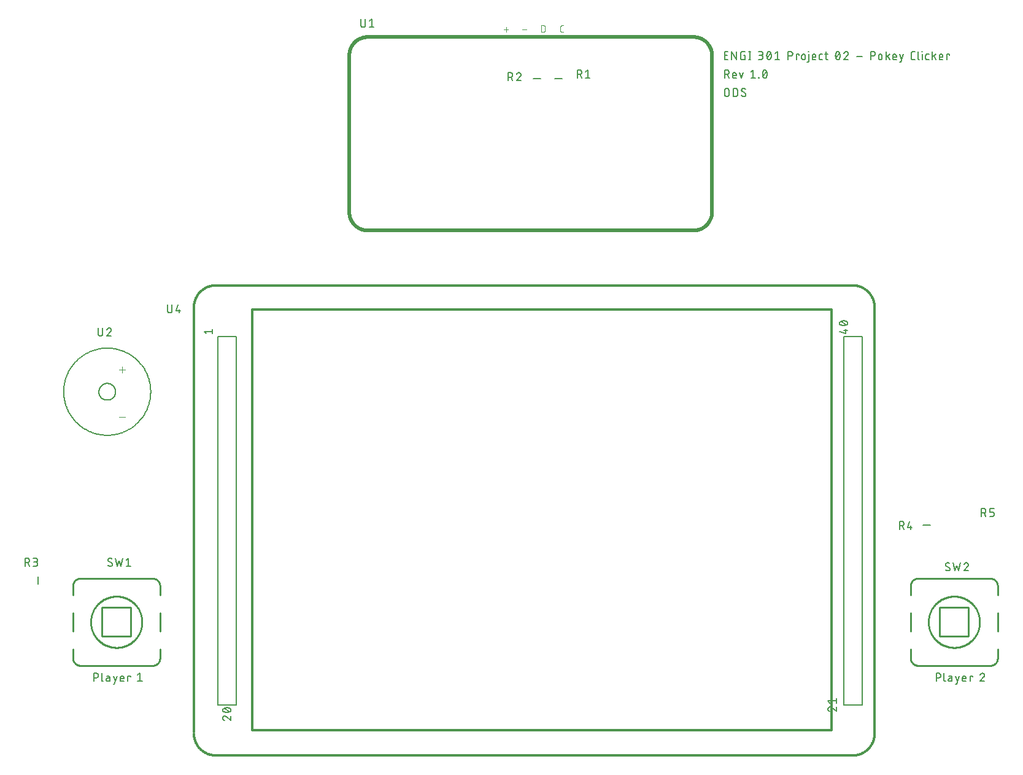
<source format=gbr>
G04 EAGLE Gerber RS-274X export*
G75*
%MOMM*%
%FSLAX34Y34*%
%LPD*%
%INSilkscreen Top*%
%IPPOS*%
%AMOC8*
5,1,8,0,0,1.08239X$1,22.5*%
G01*
%ADD10C,0.152400*%
%ADD11C,0.508000*%
%ADD12C,0.076200*%
%ADD13C,0.127000*%
%ADD14C,0.101600*%
%ADD15C,0.254000*%
%ADD16C,0.304800*%


D10*
X1021729Y991362D02*
X1016762Y991362D01*
X1016762Y1002538D01*
X1021729Y1002538D01*
X1020487Y997571D02*
X1016762Y997571D01*
X1026640Y1002538D02*
X1026640Y991362D01*
X1032849Y991362D02*
X1026640Y1002538D01*
X1032849Y1002538D02*
X1032849Y991362D01*
X1043178Y997571D02*
X1045041Y997571D01*
X1045041Y991362D01*
X1041315Y991362D01*
X1041217Y991364D01*
X1041120Y991370D01*
X1041023Y991379D01*
X1040926Y991393D01*
X1040830Y991410D01*
X1040735Y991431D01*
X1040641Y991455D01*
X1040547Y991484D01*
X1040455Y991516D01*
X1040364Y991551D01*
X1040275Y991590D01*
X1040187Y991633D01*
X1040101Y991679D01*
X1040017Y991728D01*
X1039935Y991781D01*
X1039855Y991836D01*
X1039777Y991895D01*
X1039702Y991957D01*
X1039629Y992022D01*
X1039559Y992090D01*
X1039491Y992160D01*
X1039426Y992233D01*
X1039364Y992308D01*
X1039305Y992386D01*
X1039250Y992466D01*
X1039197Y992548D01*
X1039148Y992632D01*
X1039102Y992718D01*
X1039059Y992806D01*
X1039020Y992895D01*
X1038985Y992986D01*
X1038953Y993078D01*
X1038924Y993172D01*
X1038900Y993266D01*
X1038879Y993361D01*
X1038862Y993457D01*
X1038848Y993554D01*
X1038839Y993651D01*
X1038833Y993748D01*
X1038831Y993846D01*
X1038832Y993846D02*
X1038832Y1000054D01*
X1038831Y1000054D02*
X1038833Y1000152D01*
X1038839Y1000249D01*
X1038848Y1000346D01*
X1038862Y1000443D01*
X1038879Y1000539D01*
X1038900Y1000634D01*
X1038924Y1000728D01*
X1038953Y1000822D01*
X1038985Y1000914D01*
X1039020Y1001005D01*
X1039059Y1001094D01*
X1039102Y1001182D01*
X1039148Y1001268D01*
X1039197Y1001352D01*
X1039250Y1001434D01*
X1039305Y1001514D01*
X1039364Y1001592D01*
X1039426Y1001667D01*
X1039491Y1001740D01*
X1039559Y1001810D01*
X1039629Y1001878D01*
X1039702Y1001943D01*
X1039777Y1002005D01*
X1039855Y1002064D01*
X1039935Y1002119D01*
X1040017Y1002172D01*
X1040101Y1002221D01*
X1040187Y1002267D01*
X1040275Y1002310D01*
X1040364Y1002349D01*
X1040455Y1002384D01*
X1040547Y1002416D01*
X1040641Y1002445D01*
X1040735Y1002469D01*
X1040830Y1002490D01*
X1040926Y1002507D01*
X1041023Y1002521D01*
X1041120Y1002530D01*
X1041217Y1002536D01*
X1041315Y1002538D01*
X1045041Y1002538D01*
X1051461Y1002538D02*
X1051461Y991362D01*
X1050219Y991362D02*
X1052703Y991362D01*
X1052703Y1002538D02*
X1050219Y1002538D01*
X1063597Y991362D02*
X1066701Y991362D01*
X1066812Y991364D01*
X1066922Y991370D01*
X1067033Y991380D01*
X1067143Y991394D01*
X1067252Y991411D01*
X1067361Y991433D01*
X1067469Y991458D01*
X1067575Y991488D01*
X1067681Y991521D01*
X1067786Y991558D01*
X1067889Y991598D01*
X1067990Y991643D01*
X1068090Y991690D01*
X1068189Y991742D01*
X1068285Y991797D01*
X1068379Y991855D01*
X1068471Y991916D01*
X1068561Y991981D01*
X1068649Y992049D01*
X1068734Y992120D01*
X1068816Y992194D01*
X1068896Y992271D01*
X1068973Y992351D01*
X1069047Y992433D01*
X1069118Y992518D01*
X1069186Y992606D01*
X1069251Y992696D01*
X1069312Y992788D01*
X1069370Y992882D01*
X1069425Y992978D01*
X1069477Y993077D01*
X1069524Y993177D01*
X1069569Y993278D01*
X1069609Y993381D01*
X1069646Y993486D01*
X1069679Y993592D01*
X1069709Y993698D01*
X1069734Y993806D01*
X1069756Y993915D01*
X1069773Y994024D01*
X1069787Y994134D01*
X1069797Y994245D01*
X1069803Y994355D01*
X1069805Y994466D01*
X1069803Y994577D01*
X1069797Y994687D01*
X1069787Y994798D01*
X1069773Y994908D01*
X1069756Y995017D01*
X1069734Y995126D01*
X1069709Y995234D01*
X1069679Y995340D01*
X1069646Y995446D01*
X1069609Y995551D01*
X1069569Y995654D01*
X1069524Y995755D01*
X1069477Y995855D01*
X1069425Y995954D01*
X1069370Y996050D01*
X1069312Y996144D01*
X1069251Y996236D01*
X1069186Y996326D01*
X1069118Y996414D01*
X1069047Y996499D01*
X1068973Y996581D01*
X1068896Y996661D01*
X1068816Y996738D01*
X1068734Y996812D01*
X1068649Y996883D01*
X1068561Y996951D01*
X1068471Y997016D01*
X1068379Y997077D01*
X1068285Y997135D01*
X1068189Y997190D01*
X1068090Y997242D01*
X1067990Y997289D01*
X1067889Y997334D01*
X1067786Y997374D01*
X1067681Y997411D01*
X1067575Y997444D01*
X1067469Y997474D01*
X1067361Y997499D01*
X1067252Y997521D01*
X1067143Y997538D01*
X1067033Y997552D01*
X1066922Y997562D01*
X1066812Y997568D01*
X1066701Y997570D01*
X1067322Y1002538D02*
X1063597Y1002538D01*
X1067322Y1002538D02*
X1067421Y1002536D01*
X1067519Y1002530D01*
X1067618Y1002520D01*
X1067715Y1002507D01*
X1067813Y1002489D01*
X1067909Y1002468D01*
X1068005Y1002442D01*
X1068099Y1002413D01*
X1068192Y1002381D01*
X1068284Y1002344D01*
X1068374Y1002304D01*
X1068463Y1002260D01*
X1068550Y1002213D01*
X1068635Y1002163D01*
X1068717Y1002109D01*
X1068798Y1002052D01*
X1068876Y1001992D01*
X1068952Y1001928D01*
X1069025Y1001862D01*
X1069096Y1001793D01*
X1069164Y1001721D01*
X1069228Y1001646D01*
X1069290Y1001569D01*
X1069349Y1001490D01*
X1069404Y1001408D01*
X1069457Y1001324D01*
X1069505Y1001239D01*
X1069551Y1001151D01*
X1069593Y1001061D01*
X1069631Y1000970D01*
X1069665Y1000878D01*
X1069696Y1000784D01*
X1069723Y1000689D01*
X1069747Y1000593D01*
X1069766Y1000496D01*
X1069782Y1000399D01*
X1069794Y1000301D01*
X1069802Y1000202D01*
X1069806Y1000103D01*
X1069806Y1000005D01*
X1069802Y999906D01*
X1069794Y999807D01*
X1069782Y999709D01*
X1069766Y999612D01*
X1069747Y999515D01*
X1069723Y999419D01*
X1069696Y999324D01*
X1069665Y999230D01*
X1069631Y999138D01*
X1069593Y999047D01*
X1069551Y998957D01*
X1069505Y998869D01*
X1069457Y998784D01*
X1069404Y998700D01*
X1069349Y998618D01*
X1069290Y998539D01*
X1069228Y998462D01*
X1069164Y998387D01*
X1069096Y998315D01*
X1069025Y998246D01*
X1068952Y998180D01*
X1068876Y998116D01*
X1068798Y998056D01*
X1068717Y997999D01*
X1068635Y997945D01*
X1068550Y997895D01*
X1068463Y997848D01*
X1068374Y997804D01*
X1068284Y997764D01*
X1068192Y997727D01*
X1068099Y997695D01*
X1068005Y997666D01*
X1067909Y997640D01*
X1067813Y997619D01*
X1067715Y997601D01*
X1067618Y997588D01*
X1067519Y997578D01*
X1067421Y997572D01*
X1067322Y997570D01*
X1067322Y997571D02*
X1064838Y997571D01*
X1075027Y996950D02*
X1075030Y997170D01*
X1075037Y997390D01*
X1075051Y997609D01*
X1075069Y997828D01*
X1075093Y998047D01*
X1075121Y998265D01*
X1075155Y998482D01*
X1075194Y998698D01*
X1075239Y998914D01*
X1075288Y999128D01*
X1075343Y999341D01*
X1075402Y999553D01*
X1075467Y999763D01*
X1075537Y999971D01*
X1075611Y1000178D01*
X1075691Y1000383D01*
X1075775Y1000586D01*
X1075864Y1000787D01*
X1075958Y1000986D01*
X1075991Y1001075D01*
X1076027Y1001163D01*
X1076067Y1001249D01*
X1076110Y1001334D01*
X1076157Y1001416D01*
X1076208Y1001497D01*
X1076261Y1001575D01*
X1076318Y1001651D01*
X1076378Y1001725D01*
X1076441Y1001796D01*
X1076506Y1001865D01*
X1076575Y1001931D01*
X1076646Y1001993D01*
X1076720Y1002053D01*
X1076796Y1002110D01*
X1076874Y1002164D01*
X1076955Y1002214D01*
X1077037Y1002261D01*
X1077122Y1002304D01*
X1077208Y1002344D01*
X1077296Y1002381D01*
X1077385Y1002413D01*
X1077475Y1002442D01*
X1077567Y1002468D01*
X1077659Y1002489D01*
X1077753Y1002507D01*
X1077847Y1002520D01*
X1077941Y1002530D01*
X1078036Y1002536D01*
X1078131Y1002538D01*
X1078226Y1002536D01*
X1078321Y1002530D01*
X1078415Y1002520D01*
X1078509Y1002507D01*
X1078603Y1002489D01*
X1078695Y1002468D01*
X1078787Y1002442D01*
X1078877Y1002413D01*
X1078966Y1002381D01*
X1079054Y1002344D01*
X1079140Y1002304D01*
X1079225Y1002261D01*
X1079307Y1002214D01*
X1079388Y1002164D01*
X1079466Y1002110D01*
X1079542Y1002053D01*
X1079616Y1001993D01*
X1079687Y1001931D01*
X1079756Y1001865D01*
X1079821Y1001796D01*
X1079884Y1001725D01*
X1079944Y1001651D01*
X1080001Y1001575D01*
X1080054Y1001497D01*
X1080105Y1001416D01*
X1080152Y1001333D01*
X1080195Y1001249D01*
X1080235Y1001163D01*
X1080271Y1001075D01*
X1080304Y1000986D01*
X1080305Y1000986D02*
X1080399Y1000787D01*
X1080488Y1000586D01*
X1080572Y1000383D01*
X1080652Y1000178D01*
X1080726Y999971D01*
X1080796Y999763D01*
X1080861Y999553D01*
X1080920Y999341D01*
X1080975Y999128D01*
X1081024Y998914D01*
X1081069Y998698D01*
X1081108Y998482D01*
X1081142Y998265D01*
X1081170Y998047D01*
X1081194Y997828D01*
X1081212Y997609D01*
X1081226Y997390D01*
X1081233Y997170D01*
X1081236Y996950D01*
X1075027Y996950D02*
X1075030Y996730D01*
X1075037Y996510D01*
X1075051Y996291D01*
X1075069Y996072D01*
X1075093Y995853D01*
X1075121Y995635D01*
X1075155Y995418D01*
X1075194Y995202D01*
X1075239Y994986D01*
X1075288Y994772D01*
X1075343Y994559D01*
X1075402Y994348D01*
X1075467Y994137D01*
X1075537Y993929D01*
X1075611Y993722D01*
X1075691Y993517D01*
X1075775Y993314D01*
X1075864Y993113D01*
X1075958Y992914D01*
X1075991Y992825D01*
X1076027Y992737D01*
X1076067Y992651D01*
X1076110Y992566D01*
X1076157Y992484D01*
X1076208Y992403D01*
X1076261Y992325D01*
X1076318Y992249D01*
X1076378Y992175D01*
X1076441Y992104D01*
X1076506Y992035D01*
X1076575Y991969D01*
X1076646Y991907D01*
X1076720Y991847D01*
X1076796Y991790D01*
X1076874Y991736D01*
X1076955Y991686D01*
X1077037Y991639D01*
X1077122Y991596D01*
X1077208Y991556D01*
X1077296Y991519D01*
X1077385Y991487D01*
X1077475Y991458D01*
X1077567Y991432D01*
X1077659Y991411D01*
X1077753Y991393D01*
X1077847Y991380D01*
X1077941Y991370D01*
X1078036Y991364D01*
X1078131Y991362D01*
X1080305Y992914D02*
X1080399Y993113D01*
X1080488Y993314D01*
X1080572Y993517D01*
X1080652Y993722D01*
X1080726Y993929D01*
X1080796Y994137D01*
X1080861Y994347D01*
X1080920Y994559D01*
X1080975Y994772D01*
X1081024Y994986D01*
X1081069Y995202D01*
X1081108Y995418D01*
X1081142Y995635D01*
X1081170Y995853D01*
X1081194Y996072D01*
X1081212Y996291D01*
X1081226Y996510D01*
X1081233Y996730D01*
X1081236Y996950D01*
X1080304Y992914D02*
X1080271Y992825D01*
X1080235Y992737D01*
X1080195Y992651D01*
X1080152Y992566D01*
X1080105Y992484D01*
X1080054Y992403D01*
X1080001Y992325D01*
X1079944Y992249D01*
X1079884Y992175D01*
X1079821Y992104D01*
X1079756Y992035D01*
X1079687Y991969D01*
X1079616Y991907D01*
X1079542Y991847D01*
X1079466Y991790D01*
X1079388Y991736D01*
X1079307Y991686D01*
X1079225Y991639D01*
X1079140Y991596D01*
X1079054Y991556D01*
X1078966Y991519D01*
X1078877Y991487D01*
X1078787Y991458D01*
X1078695Y991432D01*
X1078603Y991411D01*
X1078509Y991393D01*
X1078415Y991380D01*
X1078321Y991370D01*
X1078226Y991364D01*
X1078131Y991362D01*
X1075648Y993846D02*
X1080615Y1000054D01*
X1086457Y1000054D02*
X1089561Y1002538D01*
X1089561Y991362D01*
X1086457Y991362D02*
X1092666Y991362D01*
X1104575Y991362D02*
X1104575Y1002538D01*
X1107680Y1002538D01*
X1107791Y1002536D01*
X1107901Y1002530D01*
X1108012Y1002520D01*
X1108122Y1002506D01*
X1108231Y1002489D01*
X1108340Y1002467D01*
X1108448Y1002442D01*
X1108554Y1002412D01*
X1108660Y1002379D01*
X1108765Y1002342D01*
X1108868Y1002302D01*
X1108969Y1002257D01*
X1109069Y1002210D01*
X1109168Y1002158D01*
X1109264Y1002103D01*
X1109358Y1002045D01*
X1109450Y1001984D01*
X1109540Y1001919D01*
X1109628Y1001851D01*
X1109713Y1001780D01*
X1109795Y1001706D01*
X1109875Y1001629D01*
X1109952Y1001549D01*
X1110026Y1001467D01*
X1110097Y1001382D01*
X1110165Y1001294D01*
X1110230Y1001204D01*
X1110291Y1001112D01*
X1110349Y1001018D01*
X1110404Y1000922D01*
X1110456Y1000823D01*
X1110503Y1000723D01*
X1110548Y1000622D01*
X1110588Y1000519D01*
X1110625Y1000414D01*
X1110658Y1000308D01*
X1110688Y1000202D01*
X1110713Y1000094D01*
X1110735Y999985D01*
X1110752Y999876D01*
X1110766Y999766D01*
X1110776Y999655D01*
X1110782Y999545D01*
X1110784Y999434D01*
X1110782Y999323D01*
X1110776Y999213D01*
X1110766Y999102D01*
X1110752Y998992D01*
X1110735Y998883D01*
X1110713Y998774D01*
X1110688Y998666D01*
X1110658Y998560D01*
X1110625Y998454D01*
X1110588Y998349D01*
X1110548Y998246D01*
X1110503Y998145D01*
X1110456Y998045D01*
X1110404Y997946D01*
X1110349Y997850D01*
X1110291Y997756D01*
X1110230Y997664D01*
X1110165Y997574D01*
X1110097Y997486D01*
X1110026Y997401D01*
X1109952Y997319D01*
X1109875Y997239D01*
X1109795Y997162D01*
X1109713Y997088D01*
X1109628Y997017D01*
X1109540Y996949D01*
X1109450Y996884D01*
X1109358Y996823D01*
X1109264Y996765D01*
X1109168Y996710D01*
X1109069Y996658D01*
X1108969Y996611D01*
X1108868Y996566D01*
X1108765Y996526D01*
X1108660Y996489D01*
X1108554Y996456D01*
X1108448Y996426D01*
X1108340Y996401D01*
X1108231Y996379D01*
X1108122Y996362D01*
X1108012Y996348D01*
X1107901Y996338D01*
X1107791Y996332D01*
X1107680Y996330D01*
X1107680Y996329D02*
X1104575Y996329D01*
X1115736Y998813D02*
X1115736Y991362D01*
X1115736Y998813D02*
X1119461Y998813D01*
X1119461Y997571D01*
X1123272Y996329D02*
X1123272Y993846D01*
X1123272Y996329D02*
X1123274Y996428D01*
X1123280Y996526D01*
X1123290Y996625D01*
X1123303Y996722D01*
X1123321Y996820D01*
X1123342Y996916D01*
X1123368Y997012D01*
X1123397Y997106D01*
X1123429Y997199D01*
X1123466Y997291D01*
X1123506Y997381D01*
X1123550Y997470D01*
X1123597Y997557D01*
X1123647Y997642D01*
X1123701Y997724D01*
X1123758Y997805D01*
X1123818Y997883D01*
X1123882Y997959D01*
X1123948Y998032D01*
X1124017Y998103D01*
X1124089Y998171D01*
X1124164Y998235D01*
X1124241Y998297D01*
X1124320Y998356D01*
X1124402Y998411D01*
X1124486Y998464D01*
X1124571Y998512D01*
X1124659Y998558D01*
X1124749Y998600D01*
X1124840Y998638D01*
X1124932Y998672D01*
X1125026Y998703D01*
X1125121Y998730D01*
X1125217Y998754D01*
X1125314Y998773D01*
X1125411Y998789D01*
X1125509Y998801D01*
X1125608Y998809D01*
X1125707Y998813D01*
X1125805Y998813D01*
X1125904Y998809D01*
X1126003Y998801D01*
X1126101Y998789D01*
X1126198Y998773D01*
X1126295Y998754D01*
X1126391Y998730D01*
X1126486Y998703D01*
X1126580Y998672D01*
X1126672Y998638D01*
X1126763Y998600D01*
X1126853Y998558D01*
X1126941Y998512D01*
X1127026Y998464D01*
X1127110Y998411D01*
X1127192Y998356D01*
X1127271Y998297D01*
X1127348Y998235D01*
X1127423Y998171D01*
X1127495Y998103D01*
X1127564Y998032D01*
X1127630Y997959D01*
X1127694Y997883D01*
X1127754Y997805D01*
X1127811Y997724D01*
X1127865Y997642D01*
X1127915Y997557D01*
X1127962Y997470D01*
X1128006Y997381D01*
X1128046Y997291D01*
X1128083Y997199D01*
X1128115Y997106D01*
X1128144Y997012D01*
X1128170Y996916D01*
X1128191Y996820D01*
X1128209Y996722D01*
X1128222Y996625D01*
X1128232Y996526D01*
X1128238Y996428D01*
X1128240Y996329D01*
X1128240Y993846D01*
X1128238Y993747D01*
X1128232Y993649D01*
X1128222Y993550D01*
X1128209Y993453D01*
X1128191Y993355D01*
X1128170Y993259D01*
X1128144Y993163D01*
X1128115Y993069D01*
X1128083Y992976D01*
X1128046Y992884D01*
X1128006Y992794D01*
X1127962Y992705D01*
X1127915Y992618D01*
X1127865Y992533D01*
X1127811Y992451D01*
X1127754Y992370D01*
X1127694Y992292D01*
X1127630Y992216D01*
X1127564Y992143D01*
X1127495Y992072D01*
X1127423Y992004D01*
X1127348Y991940D01*
X1127271Y991878D01*
X1127192Y991819D01*
X1127110Y991764D01*
X1127026Y991711D01*
X1126941Y991663D01*
X1126853Y991617D01*
X1126763Y991575D01*
X1126672Y991537D01*
X1126580Y991503D01*
X1126486Y991472D01*
X1126391Y991445D01*
X1126295Y991421D01*
X1126198Y991402D01*
X1126101Y991386D01*
X1126003Y991374D01*
X1125904Y991366D01*
X1125805Y991362D01*
X1125707Y991362D01*
X1125608Y991366D01*
X1125509Y991374D01*
X1125411Y991386D01*
X1125314Y991402D01*
X1125217Y991421D01*
X1125121Y991445D01*
X1125026Y991472D01*
X1124932Y991503D01*
X1124840Y991537D01*
X1124749Y991575D01*
X1124659Y991617D01*
X1124571Y991663D01*
X1124486Y991711D01*
X1124402Y991764D01*
X1124320Y991819D01*
X1124241Y991878D01*
X1124164Y991940D01*
X1124089Y992004D01*
X1124017Y992072D01*
X1123948Y992143D01*
X1123882Y992216D01*
X1123818Y992292D01*
X1123758Y992370D01*
X1123701Y992451D01*
X1123647Y992533D01*
X1123597Y992618D01*
X1123550Y992705D01*
X1123506Y992794D01*
X1123466Y992884D01*
X1123429Y992976D01*
X1123397Y993069D01*
X1123368Y993163D01*
X1123342Y993259D01*
X1123321Y993355D01*
X1123303Y993453D01*
X1123290Y993550D01*
X1123280Y993649D01*
X1123274Y993747D01*
X1123272Y993846D01*
X1132748Y989499D02*
X1132748Y998813D01*
X1132748Y989499D02*
X1132746Y989413D01*
X1132740Y989327D01*
X1132730Y989242D01*
X1132716Y989157D01*
X1132699Y989072D01*
X1132677Y988989D01*
X1132651Y988907D01*
X1132622Y988826D01*
X1132589Y988747D01*
X1132553Y988669D01*
X1132513Y988592D01*
X1132469Y988518D01*
X1132422Y988446D01*
X1132372Y988376D01*
X1132318Y988309D01*
X1132262Y988244D01*
X1132202Y988182D01*
X1132140Y988122D01*
X1132075Y988066D01*
X1132008Y988012D01*
X1131938Y987962D01*
X1131866Y987915D01*
X1131792Y987871D01*
X1131715Y987831D01*
X1131638Y987795D01*
X1131558Y987762D01*
X1131477Y987733D01*
X1131395Y987707D01*
X1131312Y987685D01*
X1131227Y987668D01*
X1131142Y987654D01*
X1131057Y987644D01*
X1130971Y987638D01*
X1130885Y987636D01*
X1130885Y987637D02*
X1130265Y987637D01*
X1132438Y1001917D02*
X1132438Y1002538D01*
X1133059Y1002538D01*
X1133059Y1001917D01*
X1132438Y1001917D01*
X1139613Y991362D02*
X1142718Y991362D01*
X1139613Y991362D02*
X1139529Y991364D01*
X1139446Y991369D01*
X1139363Y991379D01*
X1139280Y991392D01*
X1139198Y991409D01*
X1139117Y991429D01*
X1139037Y991453D01*
X1138958Y991481D01*
X1138881Y991512D01*
X1138805Y991546D01*
X1138730Y991584D01*
X1138657Y991626D01*
X1138587Y991670D01*
X1138518Y991718D01*
X1138451Y991768D01*
X1138387Y991822D01*
X1138326Y991878D01*
X1138266Y991938D01*
X1138210Y991999D01*
X1138156Y992063D01*
X1138106Y992130D01*
X1138058Y992199D01*
X1138014Y992269D01*
X1137972Y992342D01*
X1137934Y992417D01*
X1137900Y992493D01*
X1137869Y992570D01*
X1137841Y992649D01*
X1137817Y992729D01*
X1137797Y992810D01*
X1137780Y992892D01*
X1137767Y992975D01*
X1137757Y993058D01*
X1137752Y993141D01*
X1137750Y993225D01*
X1137750Y996329D01*
X1137752Y996428D01*
X1137758Y996526D01*
X1137768Y996625D01*
X1137781Y996722D01*
X1137799Y996820D01*
X1137820Y996916D01*
X1137846Y997012D01*
X1137875Y997106D01*
X1137907Y997199D01*
X1137944Y997291D01*
X1137984Y997381D01*
X1138028Y997470D01*
X1138075Y997557D01*
X1138125Y997642D01*
X1138179Y997724D01*
X1138236Y997805D01*
X1138296Y997883D01*
X1138360Y997959D01*
X1138426Y998032D01*
X1138495Y998103D01*
X1138567Y998171D01*
X1138642Y998235D01*
X1138719Y998297D01*
X1138798Y998356D01*
X1138880Y998411D01*
X1138964Y998464D01*
X1139049Y998512D01*
X1139137Y998558D01*
X1139227Y998600D01*
X1139318Y998638D01*
X1139410Y998672D01*
X1139504Y998703D01*
X1139599Y998730D01*
X1139695Y998754D01*
X1139792Y998773D01*
X1139889Y998789D01*
X1139987Y998801D01*
X1140086Y998809D01*
X1140185Y998813D01*
X1140283Y998813D01*
X1140382Y998809D01*
X1140481Y998801D01*
X1140579Y998789D01*
X1140676Y998773D01*
X1140773Y998754D01*
X1140869Y998730D01*
X1140964Y998703D01*
X1141058Y998672D01*
X1141150Y998638D01*
X1141241Y998600D01*
X1141331Y998558D01*
X1141419Y998512D01*
X1141504Y998464D01*
X1141588Y998411D01*
X1141670Y998356D01*
X1141749Y998297D01*
X1141826Y998235D01*
X1141901Y998171D01*
X1141973Y998103D01*
X1142042Y998032D01*
X1142108Y997959D01*
X1142172Y997883D01*
X1142232Y997805D01*
X1142289Y997724D01*
X1142343Y997642D01*
X1142393Y997557D01*
X1142440Y997470D01*
X1142484Y997381D01*
X1142524Y997291D01*
X1142561Y997199D01*
X1142593Y997106D01*
X1142622Y997012D01*
X1142648Y996916D01*
X1142669Y996820D01*
X1142687Y996722D01*
X1142700Y996625D01*
X1142710Y996526D01*
X1142716Y996428D01*
X1142718Y996329D01*
X1142718Y995087D01*
X1137750Y995087D01*
X1149536Y991362D02*
X1152019Y991362D01*
X1149536Y991362D02*
X1149452Y991364D01*
X1149369Y991369D01*
X1149286Y991379D01*
X1149203Y991392D01*
X1149121Y991409D01*
X1149040Y991429D01*
X1148960Y991453D01*
X1148881Y991481D01*
X1148804Y991512D01*
X1148728Y991546D01*
X1148653Y991584D01*
X1148580Y991626D01*
X1148510Y991670D01*
X1148441Y991718D01*
X1148374Y991768D01*
X1148310Y991822D01*
X1148249Y991878D01*
X1148189Y991938D01*
X1148133Y991999D01*
X1148079Y992063D01*
X1148029Y992130D01*
X1147981Y992199D01*
X1147937Y992269D01*
X1147895Y992342D01*
X1147857Y992417D01*
X1147823Y992493D01*
X1147792Y992570D01*
X1147764Y992649D01*
X1147740Y992729D01*
X1147720Y992810D01*
X1147703Y992892D01*
X1147690Y992975D01*
X1147680Y993058D01*
X1147675Y993141D01*
X1147673Y993225D01*
X1147673Y996950D01*
X1147675Y997034D01*
X1147681Y997117D01*
X1147690Y997200D01*
X1147703Y997283D01*
X1147720Y997365D01*
X1147740Y997446D01*
X1147764Y997526D01*
X1147792Y997605D01*
X1147823Y997682D01*
X1147857Y997758D01*
X1147895Y997833D01*
X1147937Y997906D01*
X1147981Y997976D01*
X1148029Y998045D01*
X1148079Y998112D01*
X1148133Y998176D01*
X1148189Y998237D01*
X1148249Y998297D01*
X1148310Y998353D01*
X1148374Y998407D01*
X1148441Y998457D01*
X1148510Y998505D01*
X1148580Y998549D01*
X1148653Y998591D01*
X1148728Y998629D01*
X1148804Y998663D01*
X1148881Y998694D01*
X1148960Y998722D01*
X1149040Y998746D01*
X1149121Y998766D01*
X1149203Y998783D01*
X1149286Y998796D01*
X1149369Y998806D01*
X1149452Y998811D01*
X1149536Y998813D01*
X1152019Y998813D01*
X1155401Y998813D02*
X1159126Y998813D01*
X1156643Y1002538D02*
X1156643Y993225D01*
X1156642Y993225D02*
X1156644Y993141D01*
X1156649Y993058D01*
X1156659Y992975D01*
X1156672Y992892D01*
X1156689Y992810D01*
X1156709Y992729D01*
X1156733Y992649D01*
X1156761Y992570D01*
X1156792Y992493D01*
X1156826Y992417D01*
X1156864Y992342D01*
X1156906Y992269D01*
X1156950Y992199D01*
X1156998Y992130D01*
X1157048Y992063D01*
X1157102Y991999D01*
X1157158Y991938D01*
X1157218Y991878D01*
X1157279Y991822D01*
X1157343Y991768D01*
X1157410Y991718D01*
X1157479Y991670D01*
X1157549Y991626D01*
X1157622Y991584D01*
X1157697Y991546D01*
X1157773Y991512D01*
X1157850Y991481D01*
X1157929Y991453D01*
X1158009Y991429D01*
X1158090Y991409D01*
X1158172Y991392D01*
X1158255Y991379D01*
X1158338Y991369D01*
X1158421Y991364D01*
X1158505Y991362D01*
X1159126Y991362D01*
X1169895Y996950D02*
X1169898Y997170D01*
X1169905Y997390D01*
X1169919Y997609D01*
X1169937Y997828D01*
X1169961Y998047D01*
X1169989Y998265D01*
X1170023Y998482D01*
X1170062Y998698D01*
X1170107Y998914D01*
X1170156Y999128D01*
X1170211Y999341D01*
X1170270Y999553D01*
X1170335Y999763D01*
X1170405Y999971D01*
X1170479Y1000178D01*
X1170559Y1000383D01*
X1170643Y1000586D01*
X1170732Y1000787D01*
X1170826Y1000986D01*
X1170827Y1000986D02*
X1170860Y1001075D01*
X1170896Y1001163D01*
X1170936Y1001249D01*
X1170979Y1001334D01*
X1171026Y1001416D01*
X1171077Y1001497D01*
X1171130Y1001575D01*
X1171187Y1001651D01*
X1171247Y1001725D01*
X1171310Y1001796D01*
X1171375Y1001865D01*
X1171444Y1001931D01*
X1171515Y1001993D01*
X1171589Y1002053D01*
X1171665Y1002110D01*
X1171743Y1002164D01*
X1171824Y1002214D01*
X1171906Y1002261D01*
X1171991Y1002304D01*
X1172077Y1002344D01*
X1172165Y1002381D01*
X1172254Y1002413D01*
X1172344Y1002442D01*
X1172436Y1002468D01*
X1172528Y1002489D01*
X1172622Y1002507D01*
X1172716Y1002520D01*
X1172810Y1002530D01*
X1172905Y1002536D01*
X1173000Y1002538D01*
X1173095Y1002536D01*
X1173190Y1002530D01*
X1173284Y1002520D01*
X1173378Y1002507D01*
X1173472Y1002489D01*
X1173564Y1002468D01*
X1173656Y1002442D01*
X1173746Y1002413D01*
X1173835Y1002381D01*
X1173923Y1002344D01*
X1174009Y1002304D01*
X1174094Y1002261D01*
X1174176Y1002214D01*
X1174257Y1002164D01*
X1174335Y1002110D01*
X1174411Y1002053D01*
X1174485Y1001993D01*
X1174556Y1001931D01*
X1174625Y1001865D01*
X1174690Y1001796D01*
X1174753Y1001725D01*
X1174813Y1001651D01*
X1174870Y1001575D01*
X1174923Y1001497D01*
X1174974Y1001416D01*
X1175021Y1001333D01*
X1175064Y1001249D01*
X1175104Y1001163D01*
X1175140Y1001075D01*
X1175173Y1000986D01*
X1175174Y1000986D02*
X1175268Y1000787D01*
X1175357Y1000586D01*
X1175441Y1000383D01*
X1175521Y1000178D01*
X1175595Y999971D01*
X1175665Y999763D01*
X1175730Y999553D01*
X1175789Y999341D01*
X1175844Y999128D01*
X1175893Y998914D01*
X1175938Y998698D01*
X1175977Y998482D01*
X1176011Y998265D01*
X1176039Y998047D01*
X1176063Y997828D01*
X1176081Y997609D01*
X1176095Y997390D01*
X1176102Y997170D01*
X1176105Y996950D01*
X1169896Y996950D02*
X1169899Y996730D01*
X1169906Y996510D01*
X1169920Y996291D01*
X1169938Y996072D01*
X1169962Y995853D01*
X1169990Y995635D01*
X1170024Y995418D01*
X1170063Y995202D01*
X1170108Y994986D01*
X1170157Y994772D01*
X1170212Y994559D01*
X1170271Y994348D01*
X1170336Y994137D01*
X1170406Y993929D01*
X1170480Y993722D01*
X1170560Y993517D01*
X1170644Y993314D01*
X1170733Y993113D01*
X1170827Y992914D01*
X1170860Y992825D01*
X1170896Y992737D01*
X1170936Y992651D01*
X1170979Y992566D01*
X1171026Y992484D01*
X1171077Y992403D01*
X1171130Y992325D01*
X1171187Y992249D01*
X1171247Y992175D01*
X1171310Y992104D01*
X1171375Y992035D01*
X1171444Y991969D01*
X1171515Y991907D01*
X1171589Y991847D01*
X1171665Y991790D01*
X1171743Y991736D01*
X1171824Y991686D01*
X1171906Y991639D01*
X1171991Y991596D01*
X1172077Y991556D01*
X1172165Y991519D01*
X1172254Y991487D01*
X1172344Y991458D01*
X1172436Y991432D01*
X1172528Y991411D01*
X1172622Y991393D01*
X1172716Y991380D01*
X1172810Y991370D01*
X1172905Y991364D01*
X1173000Y991362D01*
X1175173Y992914D02*
X1175267Y993113D01*
X1175356Y993314D01*
X1175440Y993517D01*
X1175520Y993722D01*
X1175594Y993929D01*
X1175664Y994137D01*
X1175729Y994347D01*
X1175788Y994559D01*
X1175843Y994772D01*
X1175892Y994986D01*
X1175937Y995202D01*
X1175976Y995418D01*
X1176010Y995635D01*
X1176038Y995853D01*
X1176062Y996072D01*
X1176080Y996291D01*
X1176094Y996510D01*
X1176101Y996730D01*
X1176104Y996950D01*
X1175173Y992914D02*
X1175140Y992825D01*
X1175104Y992737D01*
X1175064Y992651D01*
X1175021Y992566D01*
X1174974Y992484D01*
X1174923Y992403D01*
X1174870Y992325D01*
X1174813Y992249D01*
X1174753Y992175D01*
X1174690Y992104D01*
X1174625Y992035D01*
X1174556Y991969D01*
X1174485Y991907D01*
X1174411Y991847D01*
X1174335Y991790D01*
X1174257Y991736D01*
X1174176Y991686D01*
X1174094Y991639D01*
X1174009Y991596D01*
X1173923Y991556D01*
X1173835Y991519D01*
X1173746Y991487D01*
X1173656Y991458D01*
X1173564Y991432D01*
X1173472Y991411D01*
X1173378Y991393D01*
X1173284Y991380D01*
X1173190Y991370D01*
X1173095Y991364D01*
X1173000Y991362D01*
X1170516Y993846D02*
X1175483Y1000054D01*
X1184740Y1002538D02*
X1184844Y1002536D01*
X1184949Y1002530D01*
X1185053Y1002520D01*
X1185156Y1002507D01*
X1185259Y1002489D01*
X1185362Y1002468D01*
X1185463Y1002443D01*
X1185564Y1002414D01*
X1185663Y1002381D01*
X1185761Y1002345D01*
X1185857Y1002305D01*
X1185952Y1002261D01*
X1186046Y1002214D01*
X1186137Y1002164D01*
X1186226Y1002110D01*
X1186314Y1002053D01*
X1186399Y1001992D01*
X1186482Y1001928D01*
X1186562Y1001862D01*
X1186640Y1001792D01*
X1186716Y1001720D01*
X1186788Y1001644D01*
X1186858Y1001566D01*
X1186924Y1001486D01*
X1186988Y1001403D01*
X1187049Y1001318D01*
X1187106Y1001230D01*
X1187160Y1001141D01*
X1187210Y1001050D01*
X1187257Y1000956D01*
X1187301Y1000861D01*
X1187341Y1000765D01*
X1187377Y1000667D01*
X1187410Y1000568D01*
X1187439Y1000467D01*
X1187464Y1000366D01*
X1187485Y1000263D01*
X1187503Y1000160D01*
X1187516Y1000057D01*
X1187526Y999953D01*
X1187532Y999848D01*
X1187534Y999744D01*
X1184740Y1002539D02*
X1184621Y1002537D01*
X1184503Y1002531D01*
X1184384Y1002521D01*
X1184266Y1002508D01*
X1184149Y1002490D01*
X1184032Y1002468D01*
X1183916Y1002443D01*
X1183801Y1002414D01*
X1183686Y1002381D01*
X1183573Y1002344D01*
X1183462Y1002304D01*
X1183351Y1002260D01*
X1183243Y1002212D01*
X1183136Y1002161D01*
X1183030Y1002106D01*
X1182927Y1002047D01*
X1182825Y1001986D01*
X1182726Y1001921D01*
X1182628Y1001852D01*
X1182534Y1001781D01*
X1182441Y1001706D01*
X1182351Y1001629D01*
X1182264Y1001548D01*
X1182179Y1001465D01*
X1182097Y1001379D01*
X1182018Y1001290D01*
X1181942Y1001199D01*
X1181869Y1001105D01*
X1181800Y1001009D01*
X1181733Y1000910D01*
X1181670Y1000810D01*
X1181610Y1000707D01*
X1181553Y1000603D01*
X1181501Y1000496D01*
X1181451Y1000388D01*
X1181405Y1000279D01*
X1181363Y1000167D01*
X1181325Y1000055D01*
X1186603Y997571D02*
X1186678Y997645D01*
X1186750Y997722D01*
X1186820Y997801D01*
X1186887Y997883D01*
X1186951Y997967D01*
X1187012Y998053D01*
X1187070Y998141D01*
X1187125Y998232D01*
X1187177Y998324D01*
X1187225Y998418D01*
X1187270Y998513D01*
X1187312Y998611D01*
X1187350Y998709D01*
X1187385Y998809D01*
X1187416Y998910D01*
X1187443Y999012D01*
X1187467Y999115D01*
X1187488Y999218D01*
X1187504Y999323D01*
X1187517Y999428D01*
X1187527Y999533D01*
X1187532Y999638D01*
X1187534Y999744D01*
X1186603Y997571D02*
X1181325Y991362D01*
X1187534Y991362D01*
X1198993Y995708D02*
X1206443Y995708D01*
X1218494Y991362D02*
X1218494Y1002538D01*
X1221598Y1002538D01*
X1221709Y1002536D01*
X1221819Y1002530D01*
X1221930Y1002520D01*
X1222040Y1002506D01*
X1222149Y1002489D01*
X1222258Y1002467D01*
X1222366Y1002442D01*
X1222472Y1002412D01*
X1222578Y1002379D01*
X1222683Y1002342D01*
X1222786Y1002302D01*
X1222887Y1002257D01*
X1222987Y1002210D01*
X1223086Y1002158D01*
X1223182Y1002103D01*
X1223276Y1002045D01*
X1223368Y1001984D01*
X1223458Y1001919D01*
X1223546Y1001851D01*
X1223631Y1001780D01*
X1223713Y1001706D01*
X1223793Y1001629D01*
X1223870Y1001549D01*
X1223944Y1001467D01*
X1224015Y1001382D01*
X1224083Y1001294D01*
X1224148Y1001204D01*
X1224209Y1001112D01*
X1224267Y1001018D01*
X1224322Y1000922D01*
X1224374Y1000823D01*
X1224421Y1000723D01*
X1224466Y1000622D01*
X1224506Y1000519D01*
X1224543Y1000414D01*
X1224576Y1000308D01*
X1224606Y1000202D01*
X1224631Y1000094D01*
X1224653Y999985D01*
X1224670Y999876D01*
X1224684Y999766D01*
X1224694Y999655D01*
X1224700Y999545D01*
X1224702Y999434D01*
X1224700Y999323D01*
X1224694Y999213D01*
X1224684Y999102D01*
X1224670Y998992D01*
X1224653Y998883D01*
X1224631Y998774D01*
X1224606Y998666D01*
X1224576Y998560D01*
X1224543Y998454D01*
X1224506Y998349D01*
X1224466Y998246D01*
X1224421Y998145D01*
X1224374Y998045D01*
X1224322Y997946D01*
X1224267Y997850D01*
X1224209Y997756D01*
X1224148Y997664D01*
X1224083Y997574D01*
X1224015Y997486D01*
X1223944Y997401D01*
X1223870Y997319D01*
X1223793Y997239D01*
X1223713Y997162D01*
X1223631Y997088D01*
X1223546Y997017D01*
X1223458Y996949D01*
X1223368Y996884D01*
X1223276Y996823D01*
X1223182Y996765D01*
X1223086Y996710D01*
X1222987Y996658D01*
X1222887Y996611D01*
X1222786Y996566D01*
X1222683Y996526D01*
X1222578Y996489D01*
X1222472Y996456D01*
X1222366Y996426D01*
X1222258Y996401D01*
X1222149Y996379D01*
X1222040Y996362D01*
X1221930Y996348D01*
X1221819Y996338D01*
X1221709Y996332D01*
X1221598Y996330D01*
X1221598Y996329D02*
X1218494Y996329D01*
X1229190Y996329D02*
X1229190Y993846D01*
X1229190Y996329D02*
X1229192Y996428D01*
X1229198Y996526D01*
X1229208Y996625D01*
X1229221Y996722D01*
X1229239Y996820D01*
X1229260Y996916D01*
X1229286Y997012D01*
X1229315Y997106D01*
X1229347Y997199D01*
X1229384Y997291D01*
X1229424Y997381D01*
X1229468Y997470D01*
X1229515Y997557D01*
X1229565Y997642D01*
X1229619Y997724D01*
X1229676Y997805D01*
X1229736Y997883D01*
X1229800Y997959D01*
X1229866Y998032D01*
X1229935Y998103D01*
X1230007Y998171D01*
X1230082Y998235D01*
X1230159Y998297D01*
X1230238Y998356D01*
X1230320Y998411D01*
X1230404Y998464D01*
X1230489Y998512D01*
X1230577Y998558D01*
X1230667Y998600D01*
X1230758Y998638D01*
X1230850Y998672D01*
X1230944Y998703D01*
X1231039Y998730D01*
X1231135Y998754D01*
X1231232Y998773D01*
X1231329Y998789D01*
X1231427Y998801D01*
X1231526Y998809D01*
X1231625Y998813D01*
X1231723Y998813D01*
X1231822Y998809D01*
X1231921Y998801D01*
X1232019Y998789D01*
X1232116Y998773D01*
X1232213Y998754D01*
X1232309Y998730D01*
X1232404Y998703D01*
X1232498Y998672D01*
X1232590Y998638D01*
X1232681Y998600D01*
X1232771Y998558D01*
X1232859Y998512D01*
X1232944Y998464D01*
X1233028Y998411D01*
X1233110Y998356D01*
X1233189Y998297D01*
X1233266Y998235D01*
X1233341Y998171D01*
X1233413Y998103D01*
X1233482Y998032D01*
X1233548Y997959D01*
X1233612Y997883D01*
X1233672Y997805D01*
X1233729Y997724D01*
X1233783Y997642D01*
X1233833Y997557D01*
X1233880Y997470D01*
X1233924Y997381D01*
X1233964Y997291D01*
X1234001Y997199D01*
X1234033Y997106D01*
X1234062Y997012D01*
X1234088Y996916D01*
X1234109Y996820D01*
X1234127Y996722D01*
X1234140Y996625D01*
X1234150Y996526D01*
X1234156Y996428D01*
X1234158Y996329D01*
X1234157Y996329D02*
X1234157Y993846D01*
X1234158Y993846D02*
X1234156Y993747D01*
X1234150Y993649D01*
X1234140Y993550D01*
X1234127Y993453D01*
X1234109Y993355D01*
X1234088Y993259D01*
X1234062Y993163D01*
X1234033Y993069D01*
X1234001Y992976D01*
X1233964Y992884D01*
X1233924Y992794D01*
X1233880Y992705D01*
X1233833Y992618D01*
X1233783Y992533D01*
X1233729Y992451D01*
X1233672Y992370D01*
X1233612Y992292D01*
X1233548Y992216D01*
X1233482Y992143D01*
X1233413Y992072D01*
X1233341Y992004D01*
X1233266Y991940D01*
X1233189Y991878D01*
X1233110Y991819D01*
X1233028Y991764D01*
X1232944Y991711D01*
X1232859Y991663D01*
X1232771Y991617D01*
X1232681Y991575D01*
X1232590Y991537D01*
X1232498Y991503D01*
X1232404Y991472D01*
X1232309Y991445D01*
X1232213Y991421D01*
X1232116Y991402D01*
X1232019Y991386D01*
X1231921Y991374D01*
X1231822Y991366D01*
X1231723Y991362D01*
X1231625Y991362D01*
X1231526Y991366D01*
X1231427Y991374D01*
X1231329Y991386D01*
X1231232Y991402D01*
X1231135Y991421D01*
X1231039Y991445D01*
X1230944Y991472D01*
X1230850Y991503D01*
X1230758Y991537D01*
X1230667Y991575D01*
X1230577Y991617D01*
X1230489Y991663D01*
X1230404Y991711D01*
X1230320Y991764D01*
X1230238Y991819D01*
X1230159Y991878D01*
X1230082Y991940D01*
X1230007Y992004D01*
X1229935Y992072D01*
X1229866Y992143D01*
X1229800Y992216D01*
X1229736Y992292D01*
X1229676Y992370D01*
X1229619Y992451D01*
X1229565Y992533D01*
X1229515Y992618D01*
X1229468Y992705D01*
X1229424Y992794D01*
X1229384Y992884D01*
X1229347Y992976D01*
X1229315Y993069D01*
X1229286Y993163D01*
X1229260Y993259D01*
X1229239Y993355D01*
X1229221Y993453D01*
X1229208Y993550D01*
X1229198Y993649D01*
X1229192Y993747D01*
X1229190Y993846D01*
X1239647Y991362D02*
X1239647Y1002538D01*
X1244614Y998813D02*
X1239647Y995087D01*
X1241820Y996640D02*
X1244614Y991362D01*
X1250865Y991362D02*
X1253969Y991362D01*
X1250865Y991362D02*
X1250781Y991364D01*
X1250698Y991369D01*
X1250615Y991379D01*
X1250532Y991392D01*
X1250450Y991409D01*
X1250369Y991429D01*
X1250289Y991453D01*
X1250210Y991481D01*
X1250133Y991512D01*
X1250057Y991546D01*
X1249982Y991584D01*
X1249909Y991626D01*
X1249839Y991670D01*
X1249770Y991718D01*
X1249703Y991768D01*
X1249639Y991822D01*
X1249578Y991878D01*
X1249518Y991938D01*
X1249462Y991999D01*
X1249408Y992063D01*
X1249358Y992130D01*
X1249310Y992199D01*
X1249266Y992269D01*
X1249224Y992342D01*
X1249186Y992417D01*
X1249152Y992493D01*
X1249121Y992570D01*
X1249093Y992649D01*
X1249069Y992729D01*
X1249049Y992810D01*
X1249032Y992892D01*
X1249019Y992975D01*
X1249009Y993058D01*
X1249004Y993141D01*
X1249002Y993225D01*
X1249002Y996329D01*
X1249004Y996428D01*
X1249010Y996526D01*
X1249020Y996625D01*
X1249033Y996722D01*
X1249051Y996820D01*
X1249072Y996916D01*
X1249098Y997012D01*
X1249127Y997106D01*
X1249159Y997199D01*
X1249196Y997291D01*
X1249236Y997381D01*
X1249280Y997470D01*
X1249327Y997557D01*
X1249377Y997642D01*
X1249431Y997724D01*
X1249488Y997805D01*
X1249548Y997883D01*
X1249612Y997959D01*
X1249678Y998032D01*
X1249747Y998103D01*
X1249819Y998171D01*
X1249894Y998235D01*
X1249971Y998297D01*
X1250050Y998356D01*
X1250132Y998411D01*
X1250216Y998464D01*
X1250301Y998512D01*
X1250389Y998558D01*
X1250479Y998600D01*
X1250570Y998638D01*
X1250662Y998672D01*
X1250756Y998703D01*
X1250851Y998730D01*
X1250947Y998754D01*
X1251044Y998773D01*
X1251141Y998789D01*
X1251239Y998801D01*
X1251338Y998809D01*
X1251437Y998813D01*
X1251535Y998813D01*
X1251634Y998809D01*
X1251733Y998801D01*
X1251831Y998789D01*
X1251928Y998773D01*
X1252025Y998754D01*
X1252121Y998730D01*
X1252216Y998703D01*
X1252310Y998672D01*
X1252402Y998638D01*
X1252493Y998600D01*
X1252583Y998558D01*
X1252671Y998512D01*
X1252756Y998464D01*
X1252840Y998411D01*
X1252922Y998356D01*
X1253001Y998297D01*
X1253078Y998235D01*
X1253153Y998171D01*
X1253225Y998103D01*
X1253294Y998032D01*
X1253360Y997959D01*
X1253424Y997883D01*
X1253484Y997805D01*
X1253541Y997724D01*
X1253595Y997642D01*
X1253645Y997557D01*
X1253692Y997470D01*
X1253736Y997381D01*
X1253776Y997291D01*
X1253813Y997199D01*
X1253845Y997106D01*
X1253874Y997012D01*
X1253900Y996916D01*
X1253921Y996820D01*
X1253939Y996722D01*
X1253952Y996625D01*
X1253962Y996526D01*
X1253968Y996428D01*
X1253970Y996329D01*
X1253969Y996329D02*
X1253969Y995087D01*
X1249002Y995087D01*
X1258527Y987637D02*
X1259769Y987637D01*
X1263494Y998813D01*
X1258527Y998813D02*
X1261011Y991362D01*
X1276731Y991362D02*
X1279215Y991362D01*
X1276731Y991362D02*
X1276633Y991364D01*
X1276536Y991370D01*
X1276439Y991379D01*
X1276342Y991393D01*
X1276246Y991410D01*
X1276151Y991431D01*
X1276057Y991455D01*
X1275963Y991484D01*
X1275871Y991516D01*
X1275780Y991551D01*
X1275691Y991590D01*
X1275603Y991633D01*
X1275517Y991679D01*
X1275433Y991728D01*
X1275351Y991781D01*
X1275271Y991836D01*
X1275193Y991895D01*
X1275118Y991957D01*
X1275045Y992022D01*
X1274975Y992090D01*
X1274907Y992160D01*
X1274842Y992233D01*
X1274780Y992308D01*
X1274721Y992386D01*
X1274666Y992466D01*
X1274613Y992548D01*
X1274564Y992632D01*
X1274518Y992718D01*
X1274475Y992806D01*
X1274436Y992895D01*
X1274401Y992986D01*
X1274369Y993078D01*
X1274340Y993172D01*
X1274316Y993266D01*
X1274295Y993361D01*
X1274278Y993457D01*
X1274264Y993554D01*
X1274255Y993651D01*
X1274249Y993748D01*
X1274247Y993846D01*
X1274248Y993846D02*
X1274248Y1000054D01*
X1274247Y1000054D02*
X1274249Y1000152D01*
X1274255Y1000249D01*
X1274264Y1000346D01*
X1274278Y1000443D01*
X1274295Y1000539D01*
X1274316Y1000634D01*
X1274340Y1000728D01*
X1274369Y1000822D01*
X1274401Y1000914D01*
X1274436Y1001005D01*
X1274475Y1001094D01*
X1274518Y1001182D01*
X1274564Y1001268D01*
X1274613Y1001352D01*
X1274666Y1001434D01*
X1274721Y1001514D01*
X1274780Y1001592D01*
X1274842Y1001667D01*
X1274907Y1001740D01*
X1274975Y1001810D01*
X1275045Y1001878D01*
X1275118Y1001943D01*
X1275193Y1002005D01*
X1275271Y1002064D01*
X1275351Y1002119D01*
X1275433Y1002172D01*
X1275517Y1002221D01*
X1275603Y1002267D01*
X1275691Y1002310D01*
X1275780Y1002349D01*
X1275871Y1002384D01*
X1275963Y1002416D01*
X1276057Y1002445D01*
X1276151Y1002469D01*
X1276246Y1002490D01*
X1276342Y1002507D01*
X1276439Y1002521D01*
X1276536Y1002530D01*
X1276633Y1002536D01*
X1276731Y1002538D01*
X1279215Y1002538D01*
X1283765Y1002538D02*
X1283765Y993225D01*
X1283764Y993225D02*
X1283766Y993141D01*
X1283771Y993058D01*
X1283781Y992975D01*
X1283794Y992892D01*
X1283811Y992810D01*
X1283831Y992729D01*
X1283855Y992649D01*
X1283883Y992570D01*
X1283914Y992493D01*
X1283948Y992417D01*
X1283986Y992342D01*
X1284028Y992269D01*
X1284072Y992199D01*
X1284120Y992130D01*
X1284170Y992063D01*
X1284224Y991999D01*
X1284280Y991938D01*
X1284340Y991878D01*
X1284401Y991822D01*
X1284465Y991768D01*
X1284532Y991718D01*
X1284601Y991670D01*
X1284671Y991626D01*
X1284744Y991584D01*
X1284819Y991546D01*
X1284895Y991512D01*
X1284972Y991481D01*
X1285051Y991453D01*
X1285131Y991429D01*
X1285212Y991409D01*
X1285294Y991392D01*
X1285377Y991379D01*
X1285460Y991369D01*
X1285543Y991364D01*
X1285627Y991362D01*
X1289586Y991362D02*
X1289586Y998813D01*
X1289275Y1001917D02*
X1289275Y1002538D01*
X1289896Y1002538D01*
X1289896Y1001917D01*
X1289275Y1001917D01*
X1296220Y991362D02*
X1298704Y991362D01*
X1296220Y991362D02*
X1296136Y991364D01*
X1296053Y991369D01*
X1295970Y991379D01*
X1295887Y991392D01*
X1295805Y991409D01*
X1295724Y991429D01*
X1295644Y991453D01*
X1295565Y991481D01*
X1295488Y991512D01*
X1295412Y991546D01*
X1295337Y991584D01*
X1295264Y991626D01*
X1295194Y991670D01*
X1295125Y991718D01*
X1295058Y991768D01*
X1294994Y991822D01*
X1294933Y991878D01*
X1294873Y991938D01*
X1294817Y991999D01*
X1294763Y992063D01*
X1294713Y992130D01*
X1294665Y992199D01*
X1294621Y992269D01*
X1294579Y992342D01*
X1294541Y992417D01*
X1294507Y992493D01*
X1294476Y992570D01*
X1294448Y992649D01*
X1294424Y992729D01*
X1294404Y992810D01*
X1294387Y992892D01*
X1294374Y992975D01*
X1294364Y993058D01*
X1294359Y993141D01*
X1294357Y993225D01*
X1294358Y993225D02*
X1294358Y996950D01*
X1294357Y996950D02*
X1294359Y997034D01*
X1294365Y997117D01*
X1294374Y997200D01*
X1294387Y997283D01*
X1294404Y997365D01*
X1294424Y997446D01*
X1294448Y997526D01*
X1294476Y997605D01*
X1294507Y997682D01*
X1294541Y997758D01*
X1294579Y997833D01*
X1294621Y997906D01*
X1294665Y997976D01*
X1294713Y998045D01*
X1294763Y998112D01*
X1294817Y998176D01*
X1294873Y998237D01*
X1294933Y998297D01*
X1294994Y998353D01*
X1295058Y998407D01*
X1295125Y998457D01*
X1295194Y998505D01*
X1295264Y998549D01*
X1295337Y998591D01*
X1295412Y998629D01*
X1295488Y998663D01*
X1295565Y998694D01*
X1295644Y998722D01*
X1295724Y998746D01*
X1295805Y998766D01*
X1295887Y998783D01*
X1295970Y998796D01*
X1296053Y998806D01*
X1296136Y998811D01*
X1296220Y998813D01*
X1298704Y998813D01*
X1303654Y1002538D02*
X1303654Y991362D01*
X1303654Y995087D02*
X1308621Y998813D01*
X1305827Y996640D02*
X1308621Y991362D01*
X1314873Y991362D02*
X1317977Y991362D01*
X1314873Y991362D02*
X1314789Y991364D01*
X1314706Y991369D01*
X1314623Y991379D01*
X1314540Y991392D01*
X1314458Y991409D01*
X1314377Y991429D01*
X1314297Y991453D01*
X1314218Y991481D01*
X1314141Y991512D01*
X1314065Y991546D01*
X1313990Y991584D01*
X1313917Y991626D01*
X1313847Y991670D01*
X1313778Y991718D01*
X1313711Y991768D01*
X1313647Y991822D01*
X1313586Y991878D01*
X1313526Y991938D01*
X1313470Y991999D01*
X1313416Y992063D01*
X1313366Y992130D01*
X1313318Y992199D01*
X1313274Y992269D01*
X1313232Y992342D01*
X1313194Y992417D01*
X1313160Y992493D01*
X1313129Y992570D01*
X1313101Y992649D01*
X1313077Y992729D01*
X1313057Y992810D01*
X1313040Y992892D01*
X1313027Y992975D01*
X1313017Y993058D01*
X1313012Y993141D01*
X1313010Y993225D01*
X1313010Y996329D01*
X1313009Y996329D02*
X1313011Y996428D01*
X1313017Y996526D01*
X1313027Y996625D01*
X1313040Y996722D01*
X1313058Y996820D01*
X1313079Y996916D01*
X1313105Y997012D01*
X1313134Y997106D01*
X1313166Y997199D01*
X1313203Y997291D01*
X1313243Y997381D01*
X1313287Y997470D01*
X1313334Y997557D01*
X1313384Y997642D01*
X1313438Y997724D01*
X1313495Y997805D01*
X1313555Y997883D01*
X1313619Y997959D01*
X1313685Y998032D01*
X1313754Y998103D01*
X1313826Y998171D01*
X1313901Y998235D01*
X1313978Y998297D01*
X1314057Y998356D01*
X1314139Y998411D01*
X1314223Y998464D01*
X1314308Y998512D01*
X1314396Y998558D01*
X1314486Y998600D01*
X1314577Y998638D01*
X1314669Y998672D01*
X1314763Y998703D01*
X1314858Y998730D01*
X1314954Y998754D01*
X1315051Y998773D01*
X1315148Y998789D01*
X1315246Y998801D01*
X1315345Y998809D01*
X1315444Y998813D01*
X1315542Y998813D01*
X1315641Y998809D01*
X1315740Y998801D01*
X1315838Y998789D01*
X1315935Y998773D01*
X1316032Y998754D01*
X1316128Y998730D01*
X1316223Y998703D01*
X1316317Y998672D01*
X1316409Y998638D01*
X1316500Y998600D01*
X1316590Y998558D01*
X1316678Y998512D01*
X1316763Y998464D01*
X1316847Y998411D01*
X1316929Y998356D01*
X1317008Y998297D01*
X1317085Y998235D01*
X1317160Y998171D01*
X1317232Y998103D01*
X1317301Y998032D01*
X1317367Y997959D01*
X1317431Y997883D01*
X1317491Y997805D01*
X1317548Y997724D01*
X1317602Y997642D01*
X1317652Y997557D01*
X1317699Y997470D01*
X1317743Y997381D01*
X1317783Y997291D01*
X1317820Y997199D01*
X1317852Y997106D01*
X1317881Y997012D01*
X1317907Y996916D01*
X1317928Y996820D01*
X1317946Y996722D01*
X1317959Y996625D01*
X1317969Y996526D01*
X1317975Y996428D01*
X1317977Y996329D01*
X1317977Y995087D01*
X1313010Y995087D01*
X1323380Y991362D02*
X1323380Y998813D01*
X1327105Y998813D01*
X1327105Y997571D01*
X1016762Y977138D02*
X1016762Y965962D01*
X1016762Y977138D02*
X1019866Y977138D01*
X1019977Y977136D01*
X1020087Y977130D01*
X1020198Y977120D01*
X1020308Y977106D01*
X1020417Y977089D01*
X1020526Y977067D01*
X1020634Y977042D01*
X1020740Y977012D01*
X1020846Y976979D01*
X1020951Y976942D01*
X1021054Y976902D01*
X1021155Y976857D01*
X1021255Y976810D01*
X1021354Y976758D01*
X1021450Y976703D01*
X1021544Y976645D01*
X1021636Y976584D01*
X1021726Y976519D01*
X1021814Y976451D01*
X1021899Y976380D01*
X1021981Y976306D01*
X1022061Y976229D01*
X1022138Y976149D01*
X1022212Y976067D01*
X1022283Y975982D01*
X1022351Y975894D01*
X1022416Y975804D01*
X1022477Y975712D01*
X1022535Y975618D01*
X1022590Y975522D01*
X1022642Y975423D01*
X1022689Y975323D01*
X1022734Y975222D01*
X1022774Y975119D01*
X1022811Y975014D01*
X1022844Y974908D01*
X1022874Y974802D01*
X1022899Y974694D01*
X1022921Y974585D01*
X1022938Y974476D01*
X1022952Y974366D01*
X1022962Y974255D01*
X1022968Y974145D01*
X1022970Y974034D01*
X1022968Y973923D01*
X1022962Y973813D01*
X1022952Y973702D01*
X1022938Y973592D01*
X1022921Y973483D01*
X1022899Y973374D01*
X1022874Y973266D01*
X1022844Y973160D01*
X1022811Y973054D01*
X1022774Y972949D01*
X1022734Y972846D01*
X1022689Y972745D01*
X1022642Y972645D01*
X1022590Y972546D01*
X1022535Y972450D01*
X1022477Y972356D01*
X1022416Y972264D01*
X1022351Y972174D01*
X1022283Y972086D01*
X1022212Y972001D01*
X1022138Y971919D01*
X1022061Y971839D01*
X1021981Y971762D01*
X1021899Y971688D01*
X1021814Y971617D01*
X1021726Y971549D01*
X1021636Y971484D01*
X1021544Y971423D01*
X1021450Y971365D01*
X1021354Y971310D01*
X1021255Y971258D01*
X1021155Y971211D01*
X1021054Y971166D01*
X1020951Y971126D01*
X1020846Y971089D01*
X1020740Y971056D01*
X1020634Y971026D01*
X1020526Y971001D01*
X1020417Y970979D01*
X1020308Y970962D01*
X1020198Y970948D01*
X1020087Y970938D01*
X1019977Y970932D01*
X1019866Y970930D01*
X1019866Y970929D02*
X1016762Y970929D01*
X1020487Y970929D02*
X1022971Y965962D01*
X1029822Y965962D02*
X1032926Y965962D01*
X1029822Y965962D02*
X1029738Y965964D01*
X1029655Y965969D01*
X1029572Y965979D01*
X1029489Y965992D01*
X1029407Y966009D01*
X1029326Y966029D01*
X1029246Y966053D01*
X1029167Y966081D01*
X1029090Y966112D01*
X1029014Y966146D01*
X1028939Y966184D01*
X1028866Y966226D01*
X1028796Y966270D01*
X1028727Y966318D01*
X1028660Y966368D01*
X1028596Y966422D01*
X1028535Y966478D01*
X1028475Y966538D01*
X1028419Y966599D01*
X1028365Y966663D01*
X1028315Y966730D01*
X1028267Y966799D01*
X1028223Y966869D01*
X1028181Y966942D01*
X1028143Y967017D01*
X1028109Y967093D01*
X1028078Y967170D01*
X1028050Y967249D01*
X1028026Y967329D01*
X1028006Y967410D01*
X1027989Y967492D01*
X1027976Y967575D01*
X1027966Y967658D01*
X1027961Y967741D01*
X1027959Y967825D01*
X1027959Y970929D01*
X1027958Y970929D02*
X1027960Y971028D01*
X1027966Y971126D01*
X1027976Y971225D01*
X1027989Y971322D01*
X1028007Y971420D01*
X1028028Y971516D01*
X1028054Y971612D01*
X1028083Y971706D01*
X1028115Y971799D01*
X1028152Y971891D01*
X1028192Y971981D01*
X1028236Y972070D01*
X1028283Y972157D01*
X1028333Y972242D01*
X1028387Y972324D01*
X1028444Y972405D01*
X1028504Y972483D01*
X1028568Y972559D01*
X1028634Y972632D01*
X1028703Y972703D01*
X1028775Y972771D01*
X1028850Y972835D01*
X1028927Y972897D01*
X1029006Y972956D01*
X1029088Y973011D01*
X1029172Y973064D01*
X1029257Y973112D01*
X1029345Y973158D01*
X1029435Y973200D01*
X1029526Y973238D01*
X1029618Y973272D01*
X1029712Y973303D01*
X1029807Y973330D01*
X1029903Y973354D01*
X1030000Y973373D01*
X1030097Y973389D01*
X1030195Y973401D01*
X1030294Y973409D01*
X1030393Y973413D01*
X1030491Y973413D01*
X1030590Y973409D01*
X1030689Y973401D01*
X1030787Y973389D01*
X1030884Y973373D01*
X1030981Y973354D01*
X1031077Y973330D01*
X1031172Y973303D01*
X1031266Y973272D01*
X1031358Y973238D01*
X1031449Y973200D01*
X1031539Y973158D01*
X1031627Y973112D01*
X1031712Y973064D01*
X1031796Y973011D01*
X1031878Y972956D01*
X1031957Y972897D01*
X1032034Y972835D01*
X1032109Y972771D01*
X1032181Y972703D01*
X1032250Y972632D01*
X1032316Y972559D01*
X1032380Y972483D01*
X1032440Y972405D01*
X1032497Y972324D01*
X1032551Y972242D01*
X1032601Y972157D01*
X1032648Y972070D01*
X1032692Y971981D01*
X1032732Y971891D01*
X1032769Y971799D01*
X1032801Y971706D01*
X1032830Y971612D01*
X1032856Y971516D01*
X1032877Y971420D01*
X1032895Y971322D01*
X1032908Y971225D01*
X1032918Y971126D01*
X1032924Y971028D01*
X1032926Y970929D01*
X1032926Y969687D01*
X1027959Y969687D01*
X1037484Y973413D02*
X1039967Y965962D01*
X1042451Y973413D01*
X1053246Y974654D02*
X1056350Y977138D01*
X1056350Y965962D01*
X1053246Y965962D02*
X1059455Y965962D01*
X1064041Y965962D02*
X1064041Y966583D01*
X1064662Y966583D01*
X1064662Y965962D01*
X1064041Y965962D01*
X1069248Y971550D02*
X1069251Y971770D01*
X1069258Y971990D01*
X1069272Y972209D01*
X1069290Y972428D01*
X1069314Y972647D01*
X1069342Y972865D01*
X1069376Y973082D01*
X1069415Y973298D01*
X1069460Y973514D01*
X1069509Y973728D01*
X1069564Y973941D01*
X1069623Y974153D01*
X1069688Y974363D01*
X1069758Y974571D01*
X1069832Y974778D01*
X1069912Y974983D01*
X1069996Y975186D01*
X1070085Y975387D01*
X1070179Y975586D01*
X1070212Y975675D01*
X1070248Y975763D01*
X1070288Y975849D01*
X1070331Y975934D01*
X1070378Y976016D01*
X1070429Y976097D01*
X1070482Y976175D01*
X1070539Y976251D01*
X1070599Y976325D01*
X1070662Y976396D01*
X1070727Y976465D01*
X1070796Y976531D01*
X1070867Y976593D01*
X1070941Y976653D01*
X1071017Y976710D01*
X1071095Y976764D01*
X1071176Y976814D01*
X1071258Y976861D01*
X1071343Y976904D01*
X1071429Y976944D01*
X1071517Y976981D01*
X1071606Y977013D01*
X1071696Y977042D01*
X1071788Y977068D01*
X1071880Y977089D01*
X1071974Y977107D01*
X1072068Y977120D01*
X1072162Y977130D01*
X1072257Y977136D01*
X1072352Y977138D01*
X1072447Y977136D01*
X1072542Y977130D01*
X1072636Y977120D01*
X1072730Y977107D01*
X1072824Y977089D01*
X1072916Y977068D01*
X1073008Y977042D01*
X1073098Y977013D01*
X1073187Y976981D01*
X1073275Y976944D01*
X1073361Y976904D01*
X1073446Y976861D01*
X1073528Y976814D01*
X1073609Y976764D01*
X1073687Y976710D01*
X1073763Y976653D01*
X1073837Y976593D01*
X1073908Y976531D01*
X1073977Y976465D01*
X1074042Y976396D01*
X1074105Y976325D01*
X1074165Y976251D01*
X1074222Y976175D01*
X1074275Y976097D01*
X1074326Y976016D01*
X1074373Y975933D01*
X1074416Y975849D01*
X1074456Y975763D01*
X1074492Y975675D01*
X1074525Y975586D01*
X1074526Y975586D02*
X1074620Y975387D01*
X1074709Y975186D01*
X1074793Y974983D01*
X1074873Y974778D01*
X1074947Y974571D01*
X1075017Y974363D01*
X1075082Y974153D01*
X1075141Y973941D01*
X1075196Y973728D01*
X1075245Y973514D01*
X1075290Y973298D01*
X1075329Y973082D01*
X1075363Y972865D01*
X1075391Y972647D01*
X1075415Y972428D01*
X1075433Y972209D01*
X1075447Y971990D01*
X1075454Y971770D01*
X1075457Y971550D01*
X1069248Y971550D02*
X1069251Y971330D01*
X1069258Y971110D01*
X1069272Y970891D01*
X1069290Y970672D01*
X1069314Y970453D01*
X1069342Y970235D01*
X1069376Y970018D01*
X1069415Y969802D01*
X1069460Y969586D01*
X1069509Y969372D01*
X1069564Y969159D01*
X1069623Y968948D01*
X1069688Y968737D01*
X1069758Y968529D01*
X1069832Y968322D01*
X1069912Y968117D01*
X1069996Y967914D01*
X1070085Y967713D01*
X1070179Y967514D01*
X1070212Y967425D01*
X1070248Y967337D01*
X1070288Y967251D01*
X1070331Y967166D01*
X1070378Y967084D01*
X1070429Y967003D01*
X1070482Y966925D01*
X1070539Y966849D01*
X1070599Y966775D01*
X1070662Y966704D01*
X1070727Y966635D01*
X1070796Y966569D01*
X1070867Y966507D01*
X1070941Y966447D01*
X1071017Y966390D01*
X1071095Y966336D01*
X1071176Y966286D01*
X1071258Y966239D01*
X1071343Y966196D01*
X1071429Y966156D01*
X1071517Y966119D01*
X1071606Y966087D01*
X1071696Y966058D01*
X1071788Y966032D01*
X1071880Y966011D01*
X1071974Y965993D01*
X1072068Y965980D01*
X1072162Y965970D01*
X1072257Y965964D01*
X1072352Y965962D01*
X1074526Y967514D02*
X1074620Y967713D01*
X1074709Y967914D01*
X1074793Y968117D01*
X1074873Y968322D01*
X1074947Y968529D01*
X1075017Y968737D01*
X1075082Y968947D01*
X1075141Y969159D01*
X1075196Y969372D01*
X1075245Y969586D01*
X1075290Y969802D01*
X1075329Y970018D01*
X1075363Y970235D01*
X1075391Y970453D01*
X1075415Y970672D01*
X1075433Y970891D01*
X1075447Y971110D01*
X1075454Y971330D01*
X1075457Y971550D01*
X1074525Y967514D02*
X1074492Y967425D01*
X1074456Y967337D01*
X1074416Y967251D01*
X1074373Y967166D01*
X1074326Y967084D01*
X1074275Y967003D01*
X1074222Y966925D01*
X1074165Y966849D01*
X1074105Y966775D01*
X1074042Y966704D01*
X1073977Y966635D01*
X1073908Y966569D01*
X1073837Y966507D01*
X1073763Y966447D01*
X1073687Y966390D01*
X1073609Y966336D01*
X1073528Y966286D01*
X1073446Y966239D01*
X1073361Y966196D01*
X1073275Y966156D01*
X1073187Y966119D01*
X1073098Y966087D01*
X1073008Y966058D01*
X1072916Y966032D01*
X1072824Y966011D01*
X1072730Y965993D01*
X1072636Y965980D01*
X1072542Y965970D01*
X1072447Y965964D01*
X1072352Y965962D01*
X1069869Y968446D02*
X1074836Y974654D01*
X1016762Y948634D02*
X1016762Y943666D01*
X1016762Y948634D02*
X1016764Y948745D01*
X1016770Y948855D01*
X1016780Y948966D01*
X1016794Y949076D01*
X1016811Y949185D01*
X1016833Y949294D01*
X1016858Y949402D01*
X1016888Y949508D01*
X1016921Y949614D01*
X1016958Y949719D01*
X1016998Y949822D01*
X1017043Y949923D01*
X1017090Y950023D01*
X1017142Y950122D01*
X1017197Y950218D01*
X1017255Y950312D01*
X1017316Y950404D01*
X1017381Y950494D01*
X1017449Y950582D01*
X1017520Y950667D01*
X1017594Y950749D01*
X1017671Y950829D01*
X1017751Y950906D01*
X1017833Y950980D01*
X1017918Y951051D01*
X1018006Y951119D01*
X1018096Y951184D01*
X1018188Y951245D01*
X1018282Y951303D01*
X1018378Y951358D01*
X1018477Y951410D01*
X1018577Y951457D01*
X1018678Y951502D01*
X1018781Y951542D01*
X1018886Y951579D01*
X1018992Y951612D01*
X1019098Y951642D01*
X1019206Y951667D01*
X1019315Y951689D01*
X1019424Y951706D01*
X1019534Y951720D01*
X1019645Y951730D01*
X1019755Y951736D01*
X1019866Y951738D01*
X1019977Y951736D01*
X1020087Y951730D01*
X1020198Y951720D01*
X1020308Y951706D01*
X1020417Y951689D01*
X1020526Y951667D01*
X1020634Y951642D01*
X1020740Y951612D01*
X1020846Y951579D01*
X1020951Y951542D01*
X1021054Y951502D01*
X1021155Y951457D01*
X1021255Y951410D01*
X1021354Y951358D01*
X1021450Y951303D01*
X1021544Y951245D01*
X1021636Y951184D01*
X1021726Y951119D01*
X1021814Y951051D01*
X1021899Y950980D01*
X1021981Y950906D01*
X1022061Y950829D01*
X1022138Y950749D01*
X1022212Y950667D01*
X1022283Y950582D01*
X1022351Y950494D01*
X1022416Y950404D01*
X1022477Y950312D01*
X1022535Y950218D01*
X1022590Y950122D01*
X1022642Y950023D01*
X1022689Y949923D01*
X1022734Y949822D01*
X1022774Y949719D01*
X1022811Y949614D01*
X1022844Y949508D01*
X1022874Y949402D01*
X1022899Y949294D01*
X1022921Y949185D01*
X1022938Y949076D01*
X1022952Y948966D01*
X1022962Y948855D01*
X1022968Y948745D01*
X1022970Y948634D01*
X1022971Y948634D02*
X1022971Y943666D01*
X1022970Y943666D02*
X1022968Y943555D01*
X1022962Y943445D01*
X1022952Y943334D01*
X1022938Y943224D01*
X1022921Y943115D01*
X1022899Y943006D01*
X1022874Y942898D01*
X1022844Y942792D01*
X1022811Y942686D01*
X1022774Y942581D01*
X1022734Y942478D01*
X1022689Y942377D01*
X1022642Y942277D01*
X1022590Y942178D01*
X1022535Y942082D01*
X1022477Y941988D01*
X1022416Y941896D01*
X1022351Y941806D01*
X1022283Y941718D01*
X1022212Y941633D01*
X1022138Y941551D01*
X1022061Y941471D01*
X1021981Y941394D01*
X1021899Y941320D01*
X1021814Y941249D01*
X1021726Y941181D01*
X1021636Y941116D01*
X1021544Y941055D01*
X1021450Y940997D01*
X1021354Y940942D01*
X1021255Y940890D01*
X1021155Y940843D01*
X1021054Y940798D01*
X1020951Y940758D01*
X1020846Y940721D01*
X1020740Y940688D01*
X1020634Y940658D01*
X1020526Y940633D01*
X1020417Y940611D01*
X1020308Y940594D01*
X1020198Y940580D01*
X1020087Y940570D01*
X1019977Y940564D01*
X1019866Y940562D01*
X1019755Y940564D01*
X1019645Y940570D01*
X1019534Y940580D01*
X1019424Y940594D01*
X1019315Y940611D01*
X1019206Y940633D01*
X1019098Y940658D01*
X1018992Y940688D01*
X1018886Y940721D01*
X1018781Y940758D01*
X1018678Y940798D01*
X1018577Y940843D01*
X1018477Y940890D01*
X1018378Y940942D01*
X1018282Y940997D01*
X1018188Y941055D01*
X1018096Y941116D01*
X1018006Y941181D01*
X1017918Y941249D01*
X1017833Y941320D01*
X1017751Y941394D01*
X1017671Y941471D01*
X1017594Y941551D01*
X1017520Y941633D01*
X1017449Y941718D01*
X1017381Y941806D01*
X1017316Y941896D01*
X1017255Y941988D01*
X1017197Y942082D01*
X1017142Y942178D01*
X1017090Y942277D01*
X1017043Y942377D01*
X1016998Y942478D01*
X1016958Y942581D01*
X1016921Y942686D01*
X1016888Y942792D01*
X1016858Y942898D01*
X1016833Y943006D01*
X1016811Y943115D01*
X1016794Y943224D01*
X1016780Y943334D01*
X1016770Y943445D01*
X1016764Y943555D01*
X1016762Y943666D01*
X1028573Y940562D02*
X1028573Y951738D01*
X1031677Y951738D01*
X1031788Y951736D01*
X1031898Y951730D01*
X1032009Y951720D01*
X1032119Y951706D01*
X1032228Y951689D01*
X1032337Y951667D01*
X1032445Y951642D01*
X1032551Y951612D01*
X1032657Y951579D01*
X1032762Y951542D01*
X1032865Y951502D01*
X1032966Y951457D01*
X1033066Y951410D01*
X1033165Y951358D01*
X1033261Y951303D01*
X1033355Y951245D01*
X1033447Y951184D01*
X1033537Y951119D01*
X1033625Y951051D01*
X1033710Y950980D01*
X1033792Y950906D01*
X1033872Y950829D01*
X1033949Y950749D01*
X1034023Y950667D01*
X1034094Y950582D01*
X1034162Y950494D01*
X1034227Y950404D01*
X1034288Y950312D01*
X1034346Y950218D01*
X1034401Y950122D01*
X1034453Y950023D01*
X1034500Y949923D01*
X1034545Y949822D01*
X1034585Y949719D01*
X1034622Y949614D01*
X1034655Y949508D01*
X1034685Y949402D01*
X1034710Y949294D01*
X1034732Y949185D01*
X1034749Y949076D01*
X1034763Y948966D01*
X1034773Y948855D01*
X1034779Y948745D01*
X1034781Y948634D01*
X1034782Y948634D02*
X1034782Y943666D01*
X1034781Y943666D02*
X1034779Y943555D01*
X1034773Y943445D01*
X1034763Y943334D01*
X1034749Y943224D01*
X1034732Y943115D01*
X1034710Y943006D01*
X1034685Y942898D01*
X1034655Y942792D01*
X1034622Y942686D01*
X1034585Y942581D01*
X1034545Y942478D01*
X1034500Y942377D01*
X1034453Y942277D01*
X1034401Y942178D01*
X1034346Y942082D01*
X1034288Y941988D01*
X1034227Y941896D01*
X1034162Y941806D01*
X1034094Y941718D01*
X1034023Y941633D01*
X1033949Y941551D01*
X1033872Y941471D01*
X1033792Y941394D01*
X1033710Y941320D01*
X1033625Y941249D01*
X1033537Y941181D01*
X1033447Y941116D01*
X1033355Y941055D01*
X1033261Y940997D01*
X1033165Y940942D01*
X1033066Y940890D01*
X1032966Y940843D01*
X1032865Y940798D01*
X1032762Y940758D01*
X1032657Y940721D01*
X1032551Y940688D01*
X1032445Y940658D01*
X1032337Y940633D01*
X1032228Y940611D01*
X1032119Y940594D01*
X1032009Y940580D01*
X1031898Y940570D01*
X1031788Y940564D01*
X1031677Y940562D01*
X1028573Y940562D01*
X1043728Y940562D02*
X1043825Y940564D01*
X1043923Y940570D01*
X1044020Y940579D01*
X1044117Y940593D01*
X1044213Y940610D01*
X1044308Y940631D01*
X1044402Y940655D01*
X1044496Y940684D01*
X1044588Y940716D01*
X1044679Y940751D01*
X1044768Y940790D01*
X1044856Y940833D01*
X1044942Y940879D01*
X1045026Y940928D01*
X1045108Y940981D01*
X1045188Y941036D01*
X1045266Y941095D01*
X1045341Y941157D01*
X1045414Y941222D01*
X1045484Y941290D01*
X1045552Y941360D01*
X1045617Y941433D01*
X1045679Y941508D01*
X1045738Y941586D01*
X1045793Y941666D01*
X1045846Y941748D01*
X1045895Y941832D01*
X1045941Y941918D01*
X1045984Y942006D01*
X1046023Y942095D01*
X1046058Y942186D01*
X1046090Y942278D01*
X1046119Y942372D01*
X1046143Y942466D01*
X1046164Y942561D01*
X1046181Y942657D01*
X1046195Y942754D01*
X1046204Y942851D01*
X1046210Y942948D01*
X1046212Y943046D01*
X1043728Y940562D02*
X1043585Y940564D01*
X1043442Y940570D01*
X1043300Y940579D01*
X1043158Y940593D01*
X1043016Y940611D01*
X1042875Y940632D01*
X1042734Y940657D01*
X1042594Y940686D01*
X1042455Y940719D01*
X1042317Y940755D01*
X1042180Y940796D01*
X1042044Y940840D01*
X1041909Y940887D01*
X1041776Y940939D01*
X1041644Y940994D01*
X1041514Y941052D01*
X1041385Y941114D01*
X1041258Y941180D01*
X1041133Y941249D01*
X1041010Y941321D01*
X1040889Y941397D01*
X1040770Y941475D01*
X1040653Y941558D01*
X1040538Y941643D01*
X1040426Y941731D01*
X1040316Y941823D01*
X1040209Y941917D01*
X1040104Y942014D01*
X1040002Y942114D01*
X1040313Y949254D02*
X1040315Y949352D01*
X1040321Y949449D01*
X1040330Y949546D01*
X1040344Y949643D01*
X1040361Y949739D01*
X1040382Y949834D01*
X1040406Y949928D01*
X1040435Y950022D01*
X1040467Y950114D01*
X1040502Y950205D01*
X1040541Y950294D01*
X1040584Y950382D01*
X1040630Y950468D01*
X1040679Y950552D01*
X1040732Y950634D01*
X1040787Y950714D01*
X1040846Y950792D01*
X1040908Y950867D01*
X1040973Y950940D01*
X1041041Y951010D01*
X1041111Y951078D01*
X1041184Y951143D01*
X1041259Y951205D01*
X1041337Y951264D01*
X1041417Y951319D01*
X1041499Y951372D01*
X1041583Y951421D01*
X1041669Y951467D01*
X1041757Y951510D01*
X1041846Y951549D01*
X1041937Y951584D01*
X1042029Y951616D01*
X1042123Y951645D01*
X1042217Y951669D01*
X1042312Y951690D01*
X1042408Y951707D01*
X1042505Y951721D01*
X1042602Y951730D01*
X1042699Y951736D01*
X1042797Y951738D01*
X1042927Y951736D01*
X1043057Y951731D01*
X1043187Y951722D01*
X1043317Y951709D01*
X1043446Y951693D01*
X1043575Y951673D01*
X1043703Y951649D01*
X1043831Y951622D01*
X1043957Y951591D01*
X1044083Y951557D01*
X1044208Y951519D01*
X1044331Y951478D01*
X1044454Y951433D01*
X1044575Y951385D01*
X1044695Y951334D01*
X1044813Y951279D01*
X1044929Y951221D01*
X1045044Y951160D01*
X1045158Y951095D01*
X1045269Y951028D01*
X1045378Y950957D01*
X1045486Y950883D01*
X1045591Y950807D01*
X1041556Y947081D02*
X1041473Y947132D01*
X1041392Y947186D01*
X1041314Y947243D01*
X1041238Y947303D01*
X1041164Y947366D01*
X1041093Y947432D01*
X1041024Y947500D01*
X1040958Y947571D01*
X1040894Y947644D01*
X1040834Y947720D01*
X1040777Y947798D01*
X1040722Y947879D01*
X1040671Y947961D01*
X1040623Y948045D01*
X1040578Y948131D01*
X1040536Y948219D01*
X1040498Y948308D01*
X1040464Y948398D01*
X1040432Y948490D01*
X1040405Y948583D01*
X1040381Y948677D01*
X1040360Y948772D01*
X1040344Y948868D01*
X1040331Y948964D01*
X1040321Y949060D01*
X1040316Y949157D01*
X1040314Y949254D01*
X1044969Y945219D02*
X1045052Y945168D01*
X1045133Y945114D01*
X1045211Y945057D01*
X1045287Y944997D01*
X1045361Y944934D01*
X1045432Y944868D01*
X1045501Y944800D01*
X1045567Y944729D01*
X1045631Y944656D01*
X1045691Y944580D01*
X1045748Y944502D01*
X1045803Y944421D01*
X1045854Y944339D01*
X1045902Y944255D01*
X1045947Y944169D01*
X1045989Y944081D01*
X1046027Y943992D01*
X1046061Y943902D01*
X1046093Y943810D01*
X1046120Y943717D01*
X1046144Y943623D01*
X1046165Y943528D01*
X1046181Y943432D01*
X1046194Y943336D01*
X1046204Y943240D01*
X1046209Y943143D01*
X1046211Y943046D01*
X1044970Y945219D02*
X1041555Y947081D01*
X146812Y145288D02*
X146812Y134112D01*
X146812Y145288D02*
X149916Y145288D01*
X150027Y145286D01*
X150137Y145280D01*
X150248Y145270D01*
X150358Y145256D01*
X150467Y145239D01*
X150576Y145217D01*
X150684Y145192D01*
X150790Y145162D01*
X150896Y145129D01*
X151001Y145092D01*
X151104Y145052D01*
X151205Y145007D01*
X151305Y144960D01*
X151404Y144908D01*
X151500Y144853D01*
X151594Y144795D01*
X151686Y144734D01*
X151776Y144669D01*
X151864Y144601D01*
X151949Y144530D01*
X152031Y144456D01*
X152111Y144379D01*
X152188Y144299D01*
X152262Y144217D01*
X152333Y144132D01*
X152401Y144044D01*
X152466Y143954D01*
X152527Y143862D01*
X152585Y143768D01*
X152640Y143672D01*
X152692Y143573D01*
X152739Y143473D01*
X152784Y143372D01*
X152824Y143269D01*
X152861Y143164D01*
X152894Y143058D01*
X152924Y142952D01*
X152949Y142844D01*
X152971Y142735D01*
X152988Y142626D01*
X153002Y142516D01*
X153012Y142405D01*
X153018Y142295D01*
X153020Y142184D01*
X153018Y142073D01*
X153012Y141963D01*
X153002Y141852D01*
X152988Y141742D01*
X152971Y141633D01*
X152949Y141524D01*
X152924Y141416D01*
X152894Y141310D01*
X152861Y141204D01*
X152824Y141099D01*
X152784Y140996D01*
X152739Y140895D01*
X152692Y140795D01*
X152640Y140696D01*
X152585Y140600D01*
X152527Y140506D01*
X152466Y140414D01*
X152401Y140324D01*
X152333Y140236D01*
X152262Y140151D01*
X152188Y140069D01*
X152111Y139989D01*
X152031Y139912D01*
X151949Y139838D01*
X151864Y139767D01*
X151776Y139699D01*
X151686Y139634D01*
X151594Y139573D01*
X151500Y139515D01*
X151404Y139460D01*
X151305Y139408D01*
X151205Y139361D01*
X151104Y139316D01*
X151001Y139276D01*
X150896Y139239D01*
X150790Y139206D01*
X150684Y139176D01*
X150576Y139151D01*
X150467Y139129D01*
X150358Y139112D01*
X150248Y139098D01*
X150137Y139088D01*
X150027Y139082D01*
X149916Y139080D01*
X149916Y139079D02*
X146812Y139079D01*
X157600Y135975D02*
X157600Y145288D01*
X157600Y135975D02*
X157602Y135891D01*
X157607Y135808D01*
X157617Y135725D01*
X157630Y135642D01*
X157647Y135560D01*
X157667Y135479D01*
X157691Y135399D01*
X157719Y135320D01*
X157750Y135243D01*
X157784Y135167D01*
X157822Y135092D01*
X157864Y135019D01*
X157908Y134949D01*
X157956Y134880D01*
X158006Y134813D01*
X158060Y134749D01*
X158116Y134688D01*
X158176Y134628D01*
X158237Y134572D01*
X158301Y134518D01*
X158368Y134468D01*
X158437Y134420D01*
X158507Y134376D01*
X158580Y134334D01*
X158655Y134296D01*
X158731Y134262D01*
X158808Y134231D01*
X158887Y134203D01*
X158967Y134179D01*
X159048Y134159D01*
X159130Y134142D01*
X159213Y134129D01*
X159296Y134119D01*
X159379Y134114D01*
X159463Y134112D01*
X165704Y138458D02*
X168498Y138458D01*
X165704Y138458D02*
X165612Y138456D01*
X165520Y138450D01*
X165428Y138440D01*
X165337Y138427D01*
X165246Y138409D01*
X165156Y138388D01*
X165068Y138363D01*
X164980Y138334D01*
X164894Y138301D01*
X164809Y138265D01*
X164726Y138225D01*
X164644Y138182D01*
X164565Y138135D01*
X164487Y138085D01*
X164412Y138032D01*
X164339Y137976D01*
X164268Y137916D01*
X164200Y137854D01*
X164135Y137789D01*
X164073Y137721D01*
X164013Y137650D01*
X163957Y137577D01*
X163904Y137502D01*
X163854Y137424D01*
X163807Y137345D01*
X163764Y137263D01*
X163724Y137180D01*
X163688Y137095D01*
X163655Y137009D01*
X163626Y136921D01*
X163601Y136833D01*
X163580Y136743D01*
X163562Y136652D01*
X163549Y136561D01*
X163539Y136469D01*
X163533Y136377D01*
X163531Y136285D01*
X163533Y136193D01*
X163539Y136101D01*
X163549Y136009D01*
X163562Y135918D01*
X163580Y135827D01*
X163601Y135737D01*
X163626Y135649D01*
X163655Y135561D01*
X163688Y135475D01*
X163724Y135390D01*
X163764Y135307D01*
X163807Y135225D01*
X163854Y135146D01*
X163904Y135068D01*
X163957Y134993D01*
X164013Y134920D01*
X164073Y134849D01*
X164135Y134781D01*
X164200Y134716D01*
X164268Y134654D01*
X164339Y134594D01*
X164412Y134538D01*
X164487Y134485D01*
X164565Y134435D01*
X164644Y134388D01*
X164726Y134345D01*
X164809Y134305D01*
X164894Y134269D01*
X164980Y134236D01*
X165068Y134207D01*
X165156Y134182D01*
X165246Y134161D01*
X165337Y134143D01*
X165428Y134130D01*
X165520Y134120D01*
X165612Y134114D01*
X165704Y134112D01*
X168498Y134112D01*
X168498Y139700D01*
X168496Y139784D01*
X168491Y139867D01*
X168481Y139950D01*
X168468Y140033D01*
X168451Y140115D01*
X168431Y140196D01*
X168407Y140276D01*
X168379Y140355D01*
X168348Y140432D01*
X168314Y140508D01*
X168276Y140583D01*
X168234Y140656D01*
X168190Y140726D01*
X168142Y140795D01*
X168092Y140862D01*
X168038Y140926D01*
X167982Y140987D01*
X167922Y141047D01*
X167861Y141103D01*
X167797Y141157D01*
X167730Y141207D01*
X167661Y141255D01*
X167591Y141299D01*
X167518Y141341D01*
X167443Y141379D01*
X167367Y141413D01*
X167290Y141444D01*
X167211Y141472D01*
X167131Y141496D01*
X167050Y141516D01*
X166968Y141533D01*
X166885Y141546D01*
X166802Y141556D01*
X166719Y141561D01*
X166635Y141563D01*
X164151Y141563D01*
X173510Y130387D02*
X174752Y130387D01*
X178477Y141563D01*
X173510Y141563D02*
X175994Y134112D01*
X184898Y134112D02*
X188002Y134112D01*
X184898Y134112D02*
X184814Y134114D01*
X184731Y134119D01*
X184648Y134129D01*
X184565Y134142D01*
X184483Y134159D01*
X184402Y134179D01*
X184322Y134203D01*
X184243Y134231D01*
X184166Y134262D01*
X184090Y134296D01*
X184015Y134334D01*
X183942Y134376D01*
X183872Y134420D01*
X183803Y134468D01*
X183736Y134518D01*
X183672Y134572D01*
X183611Y134628D01*
X183551Y134688D01*
X183495Y134749D01*
X183441Y134813D01*
X183391Y134880D01*
X183343Y134949D01*
X183299Y135019D01*
X183257Y135092D01*
X183219Y135167D01*
X183185Y135243D01*
X183154Y135320D01*
X183126Y135399D01*
X183102Y135479D01*
X183082Y135560D01*
X183065Y135642D01*
X183052Y135725D01*
X183042Y135808D01*
X183037Y135891D01*
X183035Y135975D01*
X183035Y139079D01*
X183037Y139178D01*
X183043Y139276D01*
X183053Y139375D01*
X183066Y139472D01*
X183084Y139570D01*
X183105Y139666D01*
X183131Y139762D01*
X183160Y139856D01*
X183192Y139949D01*
X183229Y140041D01*
X183269Y140131D01*
X183313Y140220D01*
X183360Y140307D01*
X183410Y140392D01*
X183464Y140474D01*
X183521Y140555D01*
X183581Y140633D01*
X183645Y140709D01*
X183711Y140782D01*
X183780Y140853D01*
X183852Y140921D01*
X183927Y140985D01*
X184004Y141047D01*
X184083Y141106D01*
X184165Y141161D01*
X184249Y141214D01*
X184334Y141262D01*
X184422Y141308D01*
X184512Y141350D01*
X184603Y141388D01*
X184695Y141422D01*
X184789Y141453D01*
X184884Y141480D01*
X184980Y141504D01*
X185077Y141523D01*
X185174Y141539D01*
X185272Y141551D01*
X185371Y141559D01*
X185470Y141563D01*
X185568Y141563D01*
X185667Y141559D01*
X185766Y141551D01*
X185864Y141539D01*
X185961Y141523D01*
X186058Y141504D01*
X186154Y141480D01*
X186249Y141453D01*
X186343Y141422D01*
X186435Y141388D01*
X186526Y141350D01*
X186616Y141308D01*
X186704Y141262D01*
X186789Y141214D01*
X186873Y141161D01*
X186955Y141106D01*
X187034Y141047D01*
X187111Y140985D01*
X187186Y140921D01*
X187258Y140853D01*
X187327Y140782D01*
X187393Y140709D01*
X187457Y140633D01*
X187517Y140555D01*
X187574Y140474D01*
X187628Y140392D01*
X187678Y140307D01*
X187725Y140220D01*
X187769Y140131D01*
X187809Y140041D01*
X187846Y139949D01*
X187878Y139856D01*
X187907Y139762D01*
X187933Y139666D01*
X187954Y139570D01*
X187972Y139472D01*
X187985Y139375D01*
X187995Y139276D01*
X188001Y139178D01*
X188003Y139079D01*
X188002Y139079D02*
X188002Y137837D01*
X183035Y137837D01*
X193405Y134112D02*
X193405Y141563D01*
X197130Y141563D01*
X197130Y140321D01*
X207179Y142804D02*
X210284Y145288D01*
X210284Y134112D01*
X213388Y134112D02*
X207179Y134112D01*
X1308862Y134112D02*
X1308862Y145288D01*
X1311966Y145288D01*
X1312077Y145286D01*
X1312187Y145280D01*
X1312298Y145270D01*
X1312408Y145256D01*
X1312517Y145239D01*
X1312626Y145217D01*
X1312734Y145192D01*
X1312840Y145162D01*
X1312946Y145129D01*
X1313051Y145092D01*
X1313154Y145052D01*
X1313255Y145007D01*
X1313355Y144960D01*
X1313454Y144908D01*
X1313550Y144853D01*
X1313644Y144795D01*
X1313736Y144734D01*
X1313826Y144669D01*
X1313914Y144601D01*
X1313999Y144530D01*
X1314081Y144456D01*
X1314161Y144379D01*
X1314238Y144299D01*
X1314312Y144217D01*
X1314383Y144132D01*
X1314451Y144044D01*
X1314516Y143954D01*
X1314577Y143862D01*
X1314635Y143768D01*
X1314690Y143672D01*
X1314742Y143573D01*
X1314789Y143473D01*
X1314834Y143372D01*
X1314874Y143269D01*
X1314911Y143164D01*
X1314944Y143058D01*
X1314974Y142952D01*
X1314999Y142844D01*
X1315021Y142735D01*
X1315038Y142626D01*
X1315052Y142516D01*
X1315062Y142405D01*
X1315068Y142295D01*
X1315070Y142184D01*
X1315068Y142073D01*
X1315062Y141963D01*
X1315052Y141852D01*
X1315038Y141742D01*
X1315021Y141633D01*
X1314999Y141524D01*
X1314974Y141416D01*
X1314944Y141310D01*
X1314911Y141204D01*
X1314874Y141099D01*
X1314834Y140996D01*
X1314789Y140895D01*
X1314742Y140795D01*
X1314690Y140696D01*
X1314635Y140600D01*
X1314577Y140506D01*
X1314516Y140414D01*
X1314451Y140324D01*
X1314383Y140236D01*
X1314312Y140151D01*
X1314238Y140069D01*
X1314161Y139989D01*
X1314081Y139912D01*
X1313999Y139838D01*
X1313914Y139767D01*
X1313826Y139699D01*
X1313736Y139634D01*
X1313644Y139573D01*
X1313550Y139515D01*
X1313454Y139460D01*
X1313355Y139408D01*
X1313255Y139361D01*
X1313154Y139316D01*
X1313051Y139276D01*
X1312946Y139239D01*
X1312840Y139206D01*
X1312734Y139176D01*
X1312626Y139151D01*
X1312517Y139129D01*
X1312408Y139112D01*
X1312298Y139098D01*
X1312187Y139088D01*
X1312077Y139082D01*
X1311966Y139080D01*
X1311966Y139079D02*
X1308862Y139079D01*
X1319650Y135975D02*
X1319650Y145288D01*
X1319650Y135975D02*
X1319652Y135891D01*
X1319657Y135808D01*
X1319667Y135725D01*
X1319680Y135642D01*
X1319697Y135560D01*
X1319717Y135479D01*
X1319741Y135399D01*
X1319769Y135320D01*
X1319800Y135243D01*
X1319834Y135167D01*
X1319872Y135092D01*
X1319914Y135019D01*
X1319958Y134949D01*
X1320006Y134880D01*
X1320056Y134813D01*
X1320110Y134749D01*
X1320166Y134688D01*
X1320226Y134628D01*
X1320287Y134572D01*
X1320351Y134518D01*
X1320418Y134468D01*
X1320487Y134420D01*
X1320557Y134376D01*
X1320630Y134334D01*
X1320705Y134296D01*
X1320781Y134262D01*
X1320858Y134231D01*
X1320937Y134203D01*
X1321017Y134179D01*
X1321098Y134159D01*
X1321180Y134142D01*
X1321263Y134129D01*
X1321346Y134119D01*
X1321429Y134114D01*
X1321513Y134112D01*
X1327754Y138458D02*
X1330548Y138458D01*
X1327754Y138458D02*
X1327662Y138456D01*
X1327570Y138450D01*
X1327478Y138440D01*
X1327387Y138427D01*
X1327296Y138409D01*
X1327206Y138388D01*
X1327118Y138363D01*
X1327030Y138334D01*
X1326944Y138301D01*
X1326859Y138265D01*
X1326776Y138225D01*
X1326694Y138182D01*
X1326615Y138135D01*
X1326537Y138085D01*
X1326462Y138032D01*
X1326389Y137976D01*
X1326318Y137916D01*
X1326250Y137854D01*
X1326185Y137789D01*
X1326123Y137721D01*
X1326063Y137650D01*
X1326007Y137577D01*
X1325954Y137502D01*
X1325904Y137424D01*
X1325857Y137345D01*
X1325814Y137263D01*
X1325774Y137180D01*
X1325738Y137095D01*
X1325705Y137009D01*
X1325676Y136921D01*
X1325651Y136833D01*
X1325630Y136743D01*
X1325612Y136652D01*
X1325599Y136561D01*
X1325589Y136469D01*
X1325583Y136377D01*
X1325581Y136285D01*
X1325583Y136193D01*
X1325589Y136101D01*
X1325599Y136009D01*
X1325612Y135918D01*
X1325630Y135827D01*
X1325651Y135737D01*
X1325676Y135649D01*
X1325705Y135561D01*
X1325738Y135475D01*
X1325774Y135390D01*
X1325814Y135307D01*
X1325857Y135225D01*
X1325904Y135146D01*
X1325954Y135068D01*
X1326007Y134993D01*
X1326063Y134920D01*
X1326123Y134849D01*
X1326185Y134781D01*
X1326250Y134716D01*
X1326318Y134654D01*
X1326389Y134594D01*
X1326462Y134538D01*
X1326537Y134485D01*
X1326615Y134435D01*
X1326694Y134388D01*
X1326776Y134345D01*
X1326859Y134305D01*
X1326944Y134269D01*
X1327030Y134236D01*
X1327118Y134207D01*
X1327206Y134182D01*
X1327296Y134161D01*
X1327387Y134143D01*
X1327478Y134130D01*
X1327570Y134120D01*
X1327662Y134114D01*
X1327754Y134112D01*
X1330548Y134112D01*
X1330548Y139700D01*
X1330546Y139784D01*
X1330541Y139867D01*
X1330531Y139950D01*
X1330518Y140033D01*
X1330501Y140115D01*
X1330481Y140196D01*
X1330457Y140276D01*
X1330429Y140355D01*
X1330398Y140432D01*
X1330364Y140508D01*
X1330326Y140583D01*
X1330284Y140656D01*
X1330240Y140726D01*
X1330192Y140795D01*
X1330142Y140862D01*
X1330088Y140926D01*
X1330032Y140987D01*
X1329972Y141047D01*
X1329911Y141103D01*
X1329847Y141157D01*
X1329780Y141207D01*
X1329711Y141255D01*
X1329641Y141299D01*
X1329568Y141341D01*
X1329493Y141379D01*
X1329417Y141413D01*
X1329340Y141444D01*
X1329261Y141472D01*
X1329181Y141496D01*
X1329100Y141516D01*
X1329018Y141533D01*
X1328935Y141546D01*
X1328852Y141556D01*
X1328769Y141561D01*
X1328685Y141563D01*
X1326201Y141563D01*
X1335560Y130387D02*
X1336802Y130387D01*
X1340527Y141563D01*
X1335560Y141563D02*
X1338044Y134112D01*
X1346948Y134112D02*
X1350052Y134112D01*
X1346948Y134112D02*
X1346864Y134114D01*
X1346781Y134119D01*
X1346698Y134129D01*
X1346615Y134142D01*
X1346533Y134159D01*
X1346452Y134179D01*
X1346372Y134203D01*
X1346293Y134231D01*
X1346216Y134262D01*
X1346140Y134296D01*
X1346065Y134334D01*
X1345992Y134376D01*
X1345922Y134420D01*
X1345853Y134468D01*
X1345786Y134518D01*
X1345722Y134572D01*
X1345661Y134628D01*
X1345601Y134688D01*
X1345545Y134749D01*
X1345491Y134813D01*
X1345441Y134880D01*
X1345393Y134949D01*
X1345349Y135019D01*
X1345307Y135092D01*
X1345269Y135167D01*
X1345235Y135243D01*
X1345204Y135320D01*
X1345176Y135399D01*
X1345152Y135479D01*
X1345132Y135560D01*
X1345115Y135642D01*
X1345102Y135725D01*
X1345092Y135808D01*
X1345087Y135891D01*
X1345085Y135975D01*
X1345085Y139079D01*
X1345087Y139178D01*
X1345093Y139276D01*
X1345103Y139375D01*
X1345116Y139472D01*
X1345134Y139570D01*
X1345155Y139666D01*
X1345181Y139762D01*
X1345210Y139856D01*
X1345242Y139949D01*
X1345279Y140041D01*
X1345319Y140131D01*
X1345363Y140220D01*
X1345410Y140307D01*
X1345460Y140392D01*
X1345514Y140474D01*
X1345571Y140555D01*
X1345631Y140633D01*
X1345695Y140709D01*
X1345761Y140782D01*
X1345830Y140853D01*
X1345902Y140921D01*
X1345977Y140985D01*
X1346054Y141047D01*
X1346133Y141106D01*
X1346215Y141161D01*
X1346299Y141214D01*
X1346384Y141262D01*
X1346472Y141308D01*
X1346562Y141350D01*
X1346653Y141388D01*
X1346745Y141422D01*
X1346839Y141453D01*
X1346934Y141480D01*
X1347030Y141504D01*
X1347127Y141523D01*
X1347224Y141539D01*
X1347322Y141551D01*
X1347421Y141559D01*
X1347520Y141563D01*
X1347618Y141563D01*
X1347717Y141559D01*
X1347816Y141551D01*
X1347914Y141539D01*
X1348011Y141523D01*
X1348108Y141504D01*
X1348204Y141480D01*
X1348299Y141453D01*
X1348393Y141422D01*
X1348485Y141388D01*
X1348576Y141350D01*
X1348666Y141308D01*
X1348754Y141262D01*
X1348839Y141214D01*
X1348923Y141161D01*
X1349005Y141106D01*
X1349084Y141047D01*
X1349161Y140985D01*
X1349236Y140921D01*
X1349308Y140853D01*
X1349377Y140782D01*
X1349443Y140709D01*
X1349507Y140633D01*
X1349567Y140555D01*
X1349624Y140474D01*
X1349678Y140392D01*
X1349728Y140307D01*
X1349775Y140220D01*
X1349819Y140131D01*
X1349859Y140041D01*
X1349896Y139949D01*
X1349928Y139856D01*
X1349957Y139762D01*
X1349983Y139666D01*
X1350004Y139570D01*
X1350022Y139472D01*
X1350035Y139375D01*
X1350045Y139276D01*
X1350051Y139178D01*
X1350053Y139079D01*
X1350052Y139079D02*
X1350052Y137837D01*
X1345085Y137837D01*
X1355455Y134112D02*
X1355455Y141563D01*
X1359180Y141563D01*
X1359180Y140321D01*
X1372644Y145288D02*
X1372748Y145286D01*
X1372853Y145280D01*
X1372957Y145270D01*
X1373060Y145257D01*
X1373163Y145239D01*
X1373266Y145218D01*
X1373367Y145193D01*
X1373468Y145164D01*
X1373567Y145131D01*
X1373665Y145095D01*
X1373761Y145055D01*
X1373856Y145011D01*
X1373950Y144964D01*
X1374041Y144914D01*
X1374130Y144860D01*
X1374218Y144803D01*
X1374303Y144742D01*
X1374386Y144678D01*
X1374466Y144612D01*
X1374544Y144542D01*
X1374620Y144470D01*
X1374692Y144394D01*
X1374762Y144316D01*
X1374828Y144236D01*
X1374892Y144153D01*
X1374953Y144068D01*
X1375010Y143980D01*
X1375064Y143891D01*
X1375114Y143800D01*
X1375161Y143706D01*
X1375205Y143611D01*
X1375245Y143515D01*
X1375281Y143417D01*
X1375314Y143318D01*
X1375343Y143217D01*
X1375368Y143116D01*
X1375389Y143013D01*
X1375407Y142910D01*
X1375420Y142807D01*
X1375430Y142703D01*
X1375436Y142598D01*
X1375438Y142494D01*
X1372644Y145289D02*
X1372525Y145287D01*
X1372407Y145281D01*
X1372288Y145271D01*
X1372170Y145258D01*
X1372053Y145240D01*
X1371936Y145218D01*
X1371820Y145193D01*
X1371705Y145164D01*
X1371590Y145131D01*
X1371477Y145094D01*
X1371366Y145054D01*
X1371255Y145010D01*
X1371147Y144962D01*
X1371040Y144911D01*
X1370934Y144856D01*
X1370831Y144797D01*
X1370729Y144736D01*
X1370630Y144671D01*
X1370532Y144602D01*
X1370438Y144531D01*
X1370345Y144456D01*
X1370255Y144379D01*
X1370168Y144298D01*
X1370083Y144215D01*
X1370001Y144129D01*
X1369922Y144040D01*
X1369846Y143949D01*
X1369773Y143855D01*
X1369704Y143759D01*
X1369637Y143660D01*
X1369574Y143560D01*
X1369514Y143457D01*
X1369457Y143353D01*
X1369405Y143246D01*
X1369355Y143138D01*
X1369309Y143029D01*
X1369267Y142917D01*
X1369229Y142805D01*
X1374507Y140321D02*
X1374582Y140395D01*
X1374654Y140472D01*
X1374724Y140551D01*
X1374791Y140633D01*
X1374855Y140717D01*
X1374916Y140803D01*
X1374974Y140891D01*
X1375029Y140982D01*
X1375081Y141074D01*
X1375129Y141168D01*
X1375174Y141263D01*
X1375216Y141361D01*
X1375254Y141459D01*
X1375289Y141559D01*
X1375320Y141660D01*
X1375347Y141762D01*
X1375371Y141865D01*
X1375392Y141968D01*
X1375408Y142073D01*
X1375421Y142178D01*
X1375431Y142283D01*
X1375436Y142388D01*
X1375438Y142494D01*
X1374507Y140321D02*
X1369229Y134112D01*
X1375438Y134112D01*
D11*
X974090Y755650D02*
X974704Y755657D01*
X975317Y755680D01*
X975930Y755717D01*
X976541Y755769D01*
X977152Y755835D01*
X977760Y755917D01*
X978366Y756013D01*
X978970Y756123D01*
X979571Y756248D01*
X980169Y756388D01*
X980763Y756542D01*
X981353Y756711D01*
X981939Y756893D01*
X982520Y757090D01*
X983097Y757301D01*
X983668Y757525D01*
X984234Y757763D01*
X984794Y758015D01*
X985347Y758281D01*
X985894Y758559D01*
X986434Y758851D01*
X986967Y759156D01*
X987492Y759474D01*
X988010Y759804D01*
X988519Y760146D01*
X989020Y760501D01*
X989512Y760868D01*
X989995Y761246D01*
X990469Y761636D01*
X990933Y762038D01*
X991388Y762450D01*
X991832Y762874D01*
X992266Y763308D01*
X992690Y763752D01*
X993102Y764207D01*
X993504Y764671D01*
X993894Y765145D01*
X994272Y765628D01*
X994639Y766120D01*
X994994Y766621D01*
X995336Y767130D01*
X995666Y767648D01*
X995984Y768173D01*
X996289Y768706D01*
X996581Y769246D01*
X996859Y769793D01*
X997125Y770346D01*
X997377Y770906D01*
X997615Y771472D01*
X997839Y772043D01*
X998050Y772620D01*
X998247Y773201D01*
X998429Y773787D01*
X998598Y774377D01*
X998752Y774971D01*
X998892Y775569D01*
X999017Y776170D01*
X999127Y776774D01*
X999223Y777380D01*
X999305Y777988D01*
X999371Y778599D01*
X999423Y779210D01*
X999460Y779823D01*
X999483Y780436D01*
X999490Y781050D01*
X999490Y996950D01*
X999483Y997564D01*
X999460Y998177D01*
X999423Y998790D01*
X999371Y999401D01*
X999305Y1000012D01*
X999223Y1000620D01*
X999127Y1001226D01*
X999017Y1001830D01*
X998892Y1002431D01*
X998752Y1003029D01*
X998598Y1003623D01*
X998429Y1004213D01*
X998247Y1004799D01*
X998050Y1005380D01*
X997839Y1005957D01*
X997615Y1006528D01*
X997377Y1007094D01*
X997125Y1007654D01*
X996859Y1008207D01*
X996581Y1008754D01*
X996289Y1009294D01*
X995984Y1009827D01*
X995666Y1010352D01*
X995336Y1010870D01*
X994994Y1011379D01*
X994639Y1011880D01*
X994272Y1012372D01*
X993894Y1012855D01*
X993504Y1013329D01*
X993102Y1013793D01*
X992690Y1014248D01*
X992266Y1014692D01*
X991832Y1015126D01*
X991388Y1015550D01*
X990933Y1015962D01*
X990469Y1016364D01*
X989995Y1016754D01*
X989512Y1017132D01*
X989020Y1017499D01*
X988519Y1017854D01*
X988010Y1018196D01*
X987492Y1018526D01*
X986967Y1018844D01*
X986434Y1019149D01*
X985894Y1019441D01*
X985347Y1019719D01*
X984794Y1019985D01*
X984234Y1020237D01*
X983668Y1020475D01*
X983097Y1020699D01*
X982520Y1020910D01*
X981939Y1021107D01*
X981353Y1021289D01*
X980763Y1021458D01*
X980169Y1021612D01*
X979571Y1021752D01*
X978970Y1021877D01*
X978366Y1021987D01*
X977760Y1022083D01*
X977152Y1022165D01*
X976541Y1022231D01*
X975930Y1022283D01*
X975317Y1022320D01*
X974704Y1022343D01*
X974090Y1022350D01*
X524510Y1022350D01*
X523896Y1022343D01*
X523283Y1022320D01*
X522670Y1022283D01*
X522059Y1022231D01*
X521448Y1022165D01*
X520840Y1022083D01*
X520234Y1021987D01*
X519630Y1021877D01*
X519029Y1021752D01*
X518431Y1021612D01*
X517837Y1021458D01*
X517247Y1021289D01*
X516661Y1021107D01*
X516080Y1020910D01*
X515503Y1020699D01*
X514932Y1020475D01*
X514366Y1020237D01*
X513806Y1019985D01*
X513253Y1019719D01*
X512706Y1019441D01*
X512166Y1019149D01*
X511633Y1018844D01*
X511108Y1018526D01*
X510590Y1018196D01*
X510081Y1017854D01*
X509580Y1017499D01*
X509088Y1017132D01*
X508605Y1016754D01*
X508131Y1016364D01*
X507667Y1015962D01*
X507212Y1015550D01*
X506768Y1015126D01*
X506334Y1014692D01*
X505910Y1014248D01*
X505498Y1013793D01*
X505096Y1013329D01*
X504706Y1012855D01*
X504328Y1012372D01*
X503961Y1011880D01*
X503606Y1011379D01*
X503264Y1010870D01*
X502934Y1010352D01*
X502616Y1009827D01*
X502311Y1009294D01*
X502019Y1008754D01*
X501741Y1008207D01*
X501475Y1007654D01*
X501223Y1007094D01*
X500985Y1006528D01*
X500761Y1005957D01*
X500550Y1005380D01*
X500353Y1004799D01*
X500171Y1004213D01*
X500002Y1003623D01*
X499848Y1003029D01*
X499708Y1002431D01*
X499583Y1001830D01*
X499473Y1001226D01*
X499377Y1000620D01*
X499295Y1000012D01*
X499229Y999401D01*
X499177Y998790D01*
X499140Y998177D01*
X499117Y997564D01*
X499110Y996950D01*
X499110Y781050D01*
X499117Y780436D01*
X499140Y779823D01*
X499177Y779210D01*
X499229Y778599D01*
X499295Y777988D01*
X499377Y777380D01*
X499473Y776774D01*
X499583Y776170D01*
X499708Y775569D01*
X499848Y774971D01*
X500002Y774377D01*
X500171Y773787D01*
X500353Y773201D01*
X500550Y772620D01*
X500761Y772043D01*
X500985Y771472D01*
X501223Y770906D01*
X501475Y770346D01*
X501741Y769793D01*
X502019Y769246D01*
X502311Y768706D01*
X502616Y768173D01*
X502934Y767648D01*
X503264Y767130D01*
X503606Y766621D01*
X503961Y766120D01*
X504328Y765628D01*
X504706Y765145D01*
X505096Y764671D01*
X505498Y764207D01*
X505910Y763752D01*
X506334Y763308D01*
X506768Y762874D01*
X507212Y762450D01*
X507667Y762038D01*
X508131Y761636D01*
X508605Y761246D01*
X509088Y760868D01*
X509580Y760501D01*
X510081Y760146D01*
X510590Y759804D01*
X511108Y759474D01*
X511633Y759156D01*
X512166Y758851D01*
X512706Y758559D01*
X513253Y758281D01*
X513806Y758015D01*
X514366Y757763D01*
X514932Y757525D01*
X515503Y757301D01*
X516080Y757090D01*
X516661Y756893D01*
X517247Y756711D01*
X517837Y756542D01*
X518431Y756388D01*
X519029Y756248D01*
X519630Y756123D01*
X520234Y756013D01*
X520840Y755917D01*
X521448Y755835D01*
X522059Y755769D01*
X522670Y755717D01*
X523283Y755680D01*
X523896Y755657D01*
X524510Y755650D01*
X974090Y755650D01*
D12*
X794639Y1029081D02*
X792551Y1029081D01*
X792462Y1029083D01*
X792374Y1029089D01*
X792286Y1029098D01*
X792198Y1029111D01*
X792111Y1029128D01*
X792025Y1029148D01*
X791940Y1029173D01*
X791855Y1029200D01*
X791772Y1029232D01*
X791691Y1029266D01*
X791611Y1029305D01*
X791533Y1029346D01*
X791456Y1029391D01*
X791382Y1029439D01*
X791309Y1029490D01*
X791239Y1029544D01*
X791172Y1029602D01*
X791106Y1029662D01*
X791044Y1029724D01*
X790984Y1029790D01*
X790926Y1029857D01*
X790872Y1029927D01*
X790821Y1030000D01*
X790773Y1030074D01*
X790728Y1030151D01*
X790687Y1030229D01*
X790648Y1030309D01*
X790614Y1030390D01*
X790582Y1030473D01*
X790555Y1030558D01*
X790530Y1030643D01*
X790510Y1030729D01*
X790493Y1030816D01*
X790480Y1030904D01*
X790471Y1030992D01*
X790465Y1031080D01*
X790463Y1031169D01*
X790462Y1031169D02*
X790462Y1036391D01*
X790463Y1036391D02*
X790465Y1036482D01*
X790471Y1036573D01*
X790481Y1036664D01*
X790495Y1036754D01*
X790512Y1036843D01*
X790534Y1036931D01*
X790560Y1037019D01*
X790589Y1037105D01*
X790622Y1037190D01*
X790659Y1037273D01*
X790699Y1037355D01*
X790743Y1037435D01*
X790790Y1037513D01*
X790841Y1037589D01*
X790894Y1037662D01*
X790951Y1037733D01*
X791012Y1037802D01*
X791075Y1037867D01*
X791140Y1037930D01*
X791209Y1037990D01*
X791280Y1038048D01*
X791353Y1038101D01*
X791429Y1038152D01*
X791507Y1038199D01*
X791587Y1038243D01*
X791669Y1038283D01*
X791752Y1038320D01*
X791837Y1038353D01*
X791923Y1038382D01*
X792011Y1038408D01*
X792099Y1038430D01*
X792188Y1038447D01*
X792278Y1038461D01*
X792369Y1038471D01*
X792460Y1038477D01*
X792551Y1038479D01*
X794639Y1038479D01*
X764018Y1038479D02*
X764018Y1029081D01*
X764018Y1038479D02*
X766628Y1038479D01*
X766728Y1038477D01*
X766828Y1038471D01*
X766927Y1038462D01*
X767027Y1038448D01*
X767125Y1038431D01*
X767223Y1038410D01*
X767320Y1038386D01*
X767416Y1038357D01*
X767511Y1038325D01*
X767604Y1038290D01*
X767696Y1038251D01*
X767787Y1038208D01*
X767875Y1038162D01*
X767962Y1038112D01*
X768047Y1038060D01*
X768130Y1038004D01*
X768211Y1037945D01*
X768289Y1037882D01*
X768365Y1037817D01*
X768439Y1037749D01*
X768509Y1037679D01*
X768577Y1037605D01*
X768642Y1037529D01*
X768705Y1037451D01*
X768764Y1037370D01*
X768820Y1037287D01*
X768872Y1037202D01*
X768922Y1037115D01*
X768968Y1037027D01*
X769011Y1036936D01*
X769050Y1036844D01*
X769085Y1036751D01*
X769117Y1036656D01*
X769146Y1036560D01*
X769170Y1036463D01*
X769191Y1036365D01*
X769208Y1036267D01*
X769222Y1036167D01*
X769231Y1036068D01*
X769237Y1035968D01*
X769239Y1035868D01*
X769239Y1031692D01*
X769237Y1031592D01*
X769231Y1031492D01*
X769222Y1031393D01*
X769208Y1031293D01*
X769191Y1031195D01*
X769170Y1031097D01*
X769146Y1031000D01*
X769117Y1030904D01*
X769085Y1030809D01*
X769050Y1030716D01*
X769011Y1030624D01*
X768968Y1030533D01*
X768922Y1030445D01*
X768872Y1030358D01*
X768820Y1030273D01*
X768764Y1030190D01*
X768705Y1030109D01*
X768642Y1030031D01*
X768577Y1029955D01*
X768509Y1029881D01*
X768439Y1029811D01*
X768365Y1029743D01*
X768289Y1029678D01*
X768211Y1029615D01*
X768130Y1029556D01*
X768047Y1029500D01*
X767962Y1029448D01*
X767875Y1029398D01*
X767787Y1029352D01*
X767696Y1029309D01*
X767604Y1029270D01*
X767511Y1029235D01*
X767416Y1029203D01*
X767320Y1029174D01*
X767223Y1029150D01*
X767125Y1029129D01*
X767027Y1029112D01*
X766927Y1029098D01*
X766828Y1029089D01*
X766728Y1029083D01*
X766628Y1029081D01*
X764018Y1029081D01*
X743839Y1032736D02*
X737574Y1032736D01*
X718439Y1032736D02*
X712174Y1032736D01*
X715306Y1035868D02*
X715306Y1029603D01*
D10*
X515112Y1038916D02*
X515112Y1046988D01*
X515112Y1038916D02*
X515114Y1038805D01*
X515120Y1038695D01*
X515130Y1038584D01*
X515144Y1038474D01*
X515161Y1038365D01*
X515183Y1038256D01*
X515208Y1038148D01*
X515238Y1038042D01*
X515271Y1037936D01*
X515308Y1037831D01*
X515348Y1037728D01*
X515393Y1037627D01*
X515440Y1037527D01*
X515492Y1037428D01*
X515547Y1037332D01*
X515605Y1037238D01*
X515666Y1037146D01*
X515731Y1037056D01*
X515799Y1036968D01*
X515870Y1036883D01*
X515944Y1036801D01*
X516021Y1036721D01*
X516101Y1036644D01*
X516183Y1036570D01*
X516268Y1036499D01*
X516356Y1036431D01*
X516446Y1036366D01*
X516538Y1036305D01*
X516632Y1036247D01*
X516728Y1036192D01*
X516827Y1036140D01*
X516927Y1036093D01*
X517028Y1036048D01*
X517131Y1036008D01*
X517236Y1035971D01*
X517342Y1035938D01*
X517448Y1035908D01*
X517556Y1035883D01*
X517665Y1035861D01*
X517774Y1035844D01*
X517884Y1035830D01*
X517995Y1035820D01*
X518105Y1035814D01*
X518216Y1035812D01*
X518327Y1035814D01*
X518437Y1035820D01*
X518548Y1035830D01*
X518658Y1035844D01*
X518767Y1035861D01*
X518876Y1035883D01*
X518984Y1035908D01*
X519090Y1035938D01*
X519196Y1035971D01*
X519301Y1036008D01*
X519404Y1036048D01*
X519505Y1036093D01*
X519605Y1036140D01*
X519704Y1036192D01*
X519800Y1036247D01*
X519894Y1036305D01*
X519986Y1036366D01*
X520076Y1036431D01*
X520164Y1036499D01*
X520249Y1036570D01*
X520331Y1036644D01*
X520411Y1036721D01*
X520488Y1036801D01*
X520562Y1036883D01*
X520633Y1036968D01*
X520701Y1037056D01*
X520766Y1037146D01*
X520827Y1037238D01*
X520885Y1037332D01*
X520940Y1037428D01*
X520992Y1037527D01*
X521039Y1037627D01*
X521084Y1037728D01*
X521124Y1037831D01*
X521161Y1037936D01*
X521194Y1038042D01*
X521224Y1038148D01*
X521249Y1038256D01*
X521271Y1038365D01*
X521288Y1038474D01*
X521302Y1038584D01*
X521312Y1038695D01*
X521318Y1038805D01*
X521320Y1038916D01*
X521321Y1038916D02*
X521321Y1046988D01*
X526923Y1044504D02*
X530027Y1046988D01*
X530027Y1035812D01*
X526923Y1035812D02*
X533132Y1035812D01*
D13*
X105100Y533400D02*
X105118Y534872D01*
X105172Y536344D01*
X105263Y537814D01*
X105389Y539281D01*
X105551Y540745D01*
X105749Y542204D01*
X105983Y543658D01*
X106253Y545105D01*
X106558Y546546D01*
X106898Y547979D01*
X107273Y549403D01*
X107684Y550817D01*
X108128Y552221D01*
X108607Y553613D01*
X109120Y554994D01*
X109667Y556361D01*
X110247Y557714D01*
X110861Y559053D01*
X111507Y560377D01*
X112185Y561684D01*
X112895Y562974D01*
X113636Y564246D01*
X114409Y565500D01*
X115212Y566734D01*
X116045Y567948D01*
X116908Y569142D01*
X117799Y570314D01*
X118719Y571464D01*
X119667Y572590D01*
X120643Y573694D01*
X121645Y574772D01*
X122674Y575826D01*
X123728Y576855D01*
X124806Y577857D01*
X125910Y578833D01*
X127036Y579781D01*
X128186Y580701D01*
X129358Y581592D01*
X130552Y582455D01*
X131766Y583288D01*
X133000Y584091D01*
X134254Y584864D01*
X135526Y585605D01*
X136816Y586315D01*
X138123Y586993D01*
X139447Y587639D01*
X140786Y588253D01*
X142139Y588833D01*
X143506Y589380D01*
X144887Y589893D01*
X146279Y590372D01*
X147683Y590816D01*
X149097Y591227D01*
X150521Y591602D01*
X151954Y591942D01*
X153395Y592247D01*
X154842Y592517D01*
X156296Y592751D01*
X157755Y592949D01*
X159219Y593111D01*
X160686Y593237D01*
X162156Y593328D01*
X163628Y593382D01*
X165100Y593400D01*
X166572Y593382D01*
X168044Y593328D01*
X169514Y593237D01*
X170981Y593111D01*
X172445Y592949D01*
X173904Y592751D01*
X175358Y592517D01*
X176805Y592247D01*
X178246Y591942D01*
X179679Y591602D01*
X181103Y591227D01*
X182517Y590816D01*
X183921Y590372D01*
X185313Y589893D01*
X186694Y589380D01*
X188061Y588833D01*
X189414Y588253D01*
X190753Y587639D01*
X192077Y586993D01*
X193384Y586315D01*
X194674Y585605D01*
X195946Y584864D01*
X197200Y584091D01*
X198434Y583288D01*
X199648Y582455D01*
X200842Y581592D01*
X202014Y580701D01*
X203164Y579781D01*
X204290Y578833D01*
X205394Y577857D01*
X206472Y576855D01*
X207526Y575826D01*
X208555Y574772D01*
X209557Y573694D01*
X210533Y572590D01*
X211481Y571464D01*
X212401Y570314D01*
X213292Y569142D01*
X214155Y567948D01*
X214988Y566734D01*
X215791Y565500D01*
X216564Y564246D01*
X217305Y562974D01*
X218015Y561684D01*
X218693Y560377D01*
X219339Y559053D01*
X219953Y557714D01*
X220533Y556361D01*
X221080Y554994D01*
X221593Y553613D01*
X222072Y552221D01*
X222516Y550817D01*
X222927Y549403D01*
X223302Y547979D01*
X223642Y546546D01*
X223947Y545105D01*
X224217Y543658D01*
X224451Y542204D01*
X224649Y540745D01*
X224811Y539281D01*
X224937Y537814D01*
X225028Y536344D01*
X225082Y534872D01*
X225100Y533400D01*
X225082Y531928D01*
X225028Y530456D01*
X224937Y528986D01*
X224811Y527519D01*
X224649Y526055D01*
X224451Y524596D01*
X224217Y523142D01*
X223947Y521695D01*
X223642Y520254D01*
X223302Y518821D01*
X222927Y517397D01*
X222516Y515983D01*
X222072Y514579D01*
X221593Y513187D01*
X221080Y511806D01*
X220533Y510439D01*
X219953Y509086D01*
X219339Y507747D01*
X218693Y506423D01*
X218015Y505116D01*
X217305Y503826D01*
X216564Y502554D01*
X215791Y501300D01*
X214988Y500066D01*
X214155Y498852D01*
X213292Y497658D01*
X212401Y496486D01*
X211481Y495336D01*
X210533Y494210D01*
X209557Y493106D01*
X208555Y492028D01*
X207526Y490974D01*
X206472Y489945D01*
X205394Y488943D01*
X204290Y487967D01*
X203164Y487019D01*
X202014Y486099D01*
X200842Y485208D01*
X199648Y484345D01*
X198434Y483512D01*
X197200Y482709D01*
X195946Y481936D01*
X194674Y481195D01*
X193384Y480485D01*
X192077Y479807D01*
X190753Y479161D01*
X189414Y478547D01*
X188061Y477967D01*
X186694Y477420D01*
X185313Y476907D01*
X183921Y476428D01*
X182517Y475984D01*
X181103Y475573D01*
X179679Y475198D01*
X178246Y474858D01*
X176805Y474553D01*
X175358Y474283D01*
X173904Y474049D01*
X172445Y473851D01*
X170981Y473689D01*
X169514Y473563D01*
X168044Y473472D01*
X166572Y473418D01*
X165100Y473400D01*
X163628Y473418D01*
X162156Y473472D01*
X160686Y473563D01*
X159219Y473689D01*
X157755Y473851D01*
X156296Y474049D01*
X154842Y474283D01*
X153395Y474553D01*
X151954Y474858D01*
X150521Y475198D01*
X149097Y475573D01*
X147683Y475984D01*
X146279Y476428D01*
X144887Y476907D01*
X143506Y477420D01*
X142139Y477967D01*
X140786Y478547D01*
X139447Y479161D01*
X138123Y479807D01*
X136816Y480485D01*
X135526Y481195D01*
X134254Y481936D01*
X133000Y482709D01*
X131766Y483512D01*
X130552Y484345D01*
X129358Y485208D01*
X128186Y486099D01*
X127036Y487019D01*
X125910Y487967D01*
X124806Y488943D01*
X123728Y489945D01*
X122674Y490974D01*
X121645Y492028D01*
X120643Y493106D01*
X119667Y494210D01*
X118719Y495336D01*
X117799Y496486D01*
X116908Y497658D01*
X116045Y498852D01*
X115212Y500066D01*
X114409Y501300D01*
X113636Y502554D01*
X112895Y503826D01*
X112185Y505116D01*
X111507Y506423D01*
X110861Y507747D01*
X110247Y509086D01*
X109667Y510439D01*
X109120Y511806D01*
X108607Y513187D01*
X108128Y514579D01*
X107684Y515983D01*
X107273Y517397D01*
X106898Y518821D01*
X106558Y520254D01*
X106253Y521695D01*
X105983Y523142D01*
X105749Y524596D01*
X105551Y526055D01*
X105389Y527519D01*
X105263Y528986D01*
X105172Y530456D01*
X105118Y531928D01*
X105100Y533400D01*
X153600Y533400D02*
X153603Y533682D01*
X153614Y533964D01*
X153631Y534246D01*
X153655Y534527D01*
X153686Y534808D01*
X153724Y535087D01*
X153769Y535366D01*
X153821Y535644D01*
X153879Y535920D01*
X153945Y536194D01*
X154017Y536467D01*
X154095Y536738D01*
X154180Y537007D01*
X154272Y537274D01*
X154371Y537539D01*
X154475Y537801D01*
X154587Y538060D01*
X154704Y538317D01*
X154828Y538571D01*
X154958Y538821D01*
X155094Y539068D01*
X155236Y539312D01*
X155384Y539552D01*
X155538Y539789D01*
X155698Y540022D01*
X155863Y540251D01*
X156034Y540475D01*
X156210Y540696D01*
X156392Y540911D01*
X156579Y541123D01*
X156771Y541330D01*
X156968Y541532D01*
X157170Y541729D01*
X157377Y541921D01*
X157589Y542108D01*
X157804Y542290D01*
X158025Y542466D01*
X158249Y542637D01*
X158478Y542802D01*
X158711Y542962D01*
X158948Y543116D01*
X159188Y543264D01*
X159432Y543406D01*
X159679Y543542D01*
X159929Y543672D01*
X160183Y543796D01*
X160440Y543913D01*
X160699Y544025D01*
X160961Y544129D01*
X161226Y544228D01*
X161493Y544320D01*
X161762Y544405D01*
X162033Y544483D01*
X162306Y544555D01*
X162580Y544621D01*
X162856Y544679D01*
X163134Y544731D01*
X163413Y544776D01*
X163692Y544814D01*
X163973Y544845D01*
X164254Y544869D01*
X164536Y544886D01*
X164818Y544897D01*
X165100Y544900D01*
X165382Y544897D01*
X165664Y544886D01*
X165946Y544869D01*
X166227Y544845D01*
X166508Y544814D01*
X166787Y544776D01*
X167066Y544731D01*
X167344Y544679D01*
X167620Y544621D01*
X167894Y544555D01*
X168167Y544483D01*
X168438Y544405D01*
X168707Y544320D01*
X168974Y544228D01*
X169239Y544129D01*
X169501Y544025D01*
X169760Y543913D01*
X170017Y543796D01*
X170271Y543672D01*
X170521Y543542D01*
X170768Y543406D01*
X171012Y543264D01*
X171252Y543116D01*
X171489Y542962D01*
X171722Y542802D01*
X171951Y542637D01*
X172175Y542466D01*
X172396Y542290D01*
X172611Y542108D01*
X172823Y541921D01*
X173030Y541729D01*
X173232Y541532D01*
X173429Y541330D01*
X173621Y541123D01*
X173808Y540911D01*
X173990Y540696D01*
X174166Y540475D01*
X174337Y540251D01*
X174502Y540022D01*
X174662Y539789D01*
X174816Y539552D01*
X174964Y539312D01*
X175106Y539068D01*
X175242Y538821D01*
X175372Y538571D01*
X175496Y538317D01*
X175613Y538060D01*
X175725Y537801D01*
X175829Y537539D01*
X175928Y537274D01*
X176020Y537007D01*
X176105Y536738D01*
X176183Y536467D01*
X176255Y536194D01*
X176321Y535920D01*
X176379Y535644D01*
X176431Y535366D01*
X176476Y535087D01*
X176514Y534808D01*
X176545Y534527D01*
X176569Y534246D01*
X176586Y533964D01*
X176597Y533682D01*
X176600Y533400D01*
X176597Y533118D01*
X176586Y532836D01*
X176569Y532554D01*
X176545Y532273D01*
X176514Y531992D01*
X176476Y531713D01*
X176431Y531434D01*
X176379Y531156D01*
X176321Y530880D01*
X176255Y530606D01*
X176183Y530333D01*
X176105Y530062D01*
X176020Y529793D01*
X175928Y529526D01*
X175829Y529261D01*
X175725Y528999D01*
X175613Y528740D01*
X175496Y528483D01*
X175372Y528229D01*
X175242Y527979D01*
X175106Y527732D01*
X174964Y527488D01*
X174816Y527248D01*
X174662Y527011D01*
X174502Y526778D01*
X174337Y526549D01*
X174166Y526325D01*
X173990Y526104D01*
X173808Y525889D01*
X173621Y525677D01*
X173429Y525470D01*
X173232Y525268D01*
X173030Y525071D01*
X172823Y524879D01*
X172611Y524692D01*
X172396Y524510D01*
X172175Y524334D01*
X171951Y524163D01*
X171722Y523998D01*
X171489Y523838D01*
X171252Y523684D01*
X171012Y523536D01*
X170768Y523394D01*
X170521Y523258D01*
X170271Y523128D01*
X170017Y523004D01*
X169760Y522887D01*
X169501Y522775D01*
X169239Y522671D01*
X168974Y522572D01*
X168707Y522480D01*
X168438Y522395D01*
X168167Y522317D01*
X167894Y522245D01*
X167620Y522179D01*
X167344Y522121D01*
X167066Y522069D01*
X166787Y522024D01*
X166508Y521986D01*
X166227Y521955D01*
X165946Y521931D01*
X165664Y521914D01*
X165382Y521903D01*
X165100Y521900D01*
X164818Y521903D01*
X164536Y521914D01*
X164254Y521931D01*
X163973Y521955D01*
X163692Y521986D01*
X163413Y522024D01*
X163134Y522069D01*
X162856Y522121D01*
X162580Y522179D01*
X162306Y522245D01*
X162033Y522317D01*
X161762Y522395D01*
X161493Y522480D01*
X161226Y522572D01*
X160961Y522671D01*
X160699Y522775D01*
X160440Y522887D01*
X160183Y523004D01*
X159929Y523128D01*
X159679Y523258D01*
X159432Y523394D01*
X159188Y523536D01*
X158948Y523684D01*
X158711Y523838D01*
X158478Y523998D01*
X158249Y524163D01*
X158025Y524334D01*
X157804Y524510D01*
X157589Y524692D01*
X157377Y524879D01*
X157170Y525071D01*
X156968Y525268D01*
X156771Y525470D01*
X156579Y525677D01*
X156392Y525889D01*
X156210Y526104D01*
X156034Y526325D01*
X155863Y526549D01*
X155698Y526778D01*
X155538Y527011D01*
X155384Y527248D01*
X155236Y527488D01*
X155094Y527732D01*
X154958Y527979D01*
X154828Y528229D01*
X154704Y528483D01*
X154587Y528740D01*
X154475Y528999D01*
X154371Y529261D01*
X154272Y529526D01*
X154180Y529793D01*
X154095Y530062D01*
X154017Y530333D01*
X153945Y530606D01*
X153879Y530880D01*
X153821Y531156D01*
X153769Y531434D01*
X153724Y531713D01*
X153686Y531992D01*
X153655Y532273D01*
X153631Y532554D01*
X153614Y532836D01*
X153603Y533118D01*
X153600Y533400D01*
D14*
X181803Y563752D02*
X189592Y563752D01*
X185697Y567646D02*
X185697Y559857D01*
X181803Y498752D02*
X189592Y498752D01*
D10*
X152668Y613466D02*
X152668Y621538D01*
X152669Y613466D02*
X152671Y613355D01*
X152677Y613245D01*
X152687Y613134D01*
X152701Y613024D01*
X152718Y612915D01*
X152740Y612806D01*
X152765Y612698D01*
X152795Y612592D01*
X152828Y612486D01*
X152865Y612381D01*
X152905Y612278D01*
X152950Y612177D01*
X152997Y612077D01*
X153049Y611978D01*
X153104Y611882D01*
X153162Y611788D01*
X153223Y611696D01*
X153288Y611606D01*
X153356Y611518D01*
X153427Y611433D01*
X153501Y611351D01*
X153578Y611271D01*
X153658Y611194D01*
X153740Y611120D01*
X153825Y611049D01*
X153913Y610981D01*
X154003Y610916D01*
X154095Y610855D01*
X154189Y610797D01*
X154285Y610742D01*
X154384Y610690D01*
X154484Y610643D01*
X154585Y610598D01*
X154688Y610558D01*
X154793Y610521D01*
X154899Y610488D01*
X155005Y610458D01*
X155113Y610433D01*
X155222Y610411D01*
X155331Y610394D01*
X155441Y610380D01*
X155552Y610370D01*
X155662Y610364D01*
X155773Y610362D01*
X155884Y610364D01*
X155994Y610370D01*
X156105Y610380D01*
X156215Y610394D01*
X156324Y610411D01*
X156433Y610433D01*
X156541Y610458D01*
X156647Y610488D01*
X156753Y610521D01*
X156858Y610558D01*
X156961Y610598D01*
X157062Y610643D01*
X157162Y610690D01*
X157261Y610742D01*
X157357Y610797D01*
X157451Y610855D01*
X157543Y610916D01*
X157633Y610981D01*
X157721Y611049D01*
X157806Y611120D01*
X157888Y611194D01*
X157968Y611271D01*
X158045Y611351D01*
X158119Y611433D01*
X158190Y611518D01*
X158258Y611606D01*
X158323Y611696D01*
X158384Y611788D01*
X158442Y611882D01*
X158497Y611978D01*
X158549Y612077D01*
X158596Y612177D01*
X158641Y612278D01*
X158681Y612381D01*
X158718Y612486D01*
X158751Y612592D01*
X158781Y612698D01*
X158806Y612806D01*
X158828Y612915D01*
X158845Y613024D01*
X158859Y613134D01*
X158869Y613245D01*
X158875Y613355D01*
X158877Y613466D01*
X158877Y621538D01*
X167894Y621538D02*
X167998Y621536D01*
X168103Y621530D01*
X168207Y621520D01*
X168310Y621507D01*
X168413Y621489D01*
X168516Y621468D01*
X168617Y621443D01*
X168718Y621414D01*
X168817Y621381D01*
X168915Y621345D01*
X169011Y621305D01*
X169106Y621261D01*
X169200Y621214D01*
X169291Y621164D01*
X169380Y621110D01*
X169468Y621053D01*
X169553Y620992D01*
X169636Y620928D01*
X169716Y620862D01*
X169794Y620792D01*
X169870Y620720D01*
X169942Y620644D01*
X170012Y620566D01*
X170078Y620486D01*
X170142Y620403D01*
X170203Y620318D01*
X170260Y620230D01*
X170314Y620141D01*
X170364Y620050D01*
X170411Y619956D01*
X170455Y619861D01*
X170495Y619765D01*
X170531Y619667D01*
X170564Y619568D01*
X170593Y619467D01*
X170618Y619366D01*
X170639Y619263D01*
X170657Y619160D01*
X170670Y619057D01*
X170680Y618953D01*
X170686Y618848D01*
X170688Y618744D01*
X167894Y621539D02*
X167775Y621537D01*
X167657Y621531D01*
X167538Y621521D01*
X167420Y621508D01*
X167303Y621490D01*
X167186Y621468D01*
X167070Y621443D01*
X166955Y621414D01*
X166840Y621381D01*
X166727Y621344D01*
X166616Y621304D01*
X166505Y621260D01*
X166397Y621212D01*
X166290Y621161D01*
X166184Y621106D01*
X166081Y621047D01*
X165979Y620986D01*
X165880Y620921D01*
X165782Y620852D01*
X165688Y620781D01*
X165595Y620706D01*
X165505Y620629D01*
X165418Y620548D01*
X165333Y620465D01*
X165251Y620379D01*
X165172Y620290D01*
X165096Y620199D01*
X165023Y620105D01*
X164954Y620009D01*
X164887Y619910D01*
X164824Y619810D01*
X164764Y619707D01*
X164707Y619603D01*
X164655Y619496D01*
X164605Y619388D01*
X164559Y619279D01*
X164517Y619167D01*
X164479Y619055D01*
X169757Y616571D02*
X169832Y616645D01*
X169904Y616722D01*
X169974Y616801D01*
X170041Y616883D01*
X170105Y616967D01*
X170166Y617053D01*
X170224Y617141D01*
X170279Y617232D01*
X170331Y617324D01*
X170379Y617418D01*
X170424Y617513D01*
X170466Y617611D01*
X170504Y617709D01*
X170539Y617809D01*
X170570Y617910D01*
X170597Y618012D01*
X170621Y618115D01*
X170642Y618218D01*
X170658Y618323D01*
X170671Y618428D01*
X170681Y618533D01*
X170686Y618638D01*
X170688Y618744D01*
X169757Y616571D02*
X164479Y610362D01*
X170688Y610362D01*
D15*
X237800Y165900D02*
X237797Y165658D01*
X237788Y165417D01*
X237774Y165176D01*
X237753Y164935D01*
X237727Y164695D01*
X237695Y164455D01*
X237657Y164216D01*
X237614Y163979D01*
X237564Y163742D01*
X237509Y163507D01*
X237449Y163273D01*
X237382Y163041D01*
X237311Y162810D01*
X237233Y162581D01*
X237150Y162354D01*
X237062Y162129D01*
X236968Y161906D01*
X236869Y161686D01*
X236764Y161468D01*
X236655Y161253D01*
X236540Y161040D01*
X236420Y160830D01*
X236295Y160624D01*
X236165Y160420D01*
X236030Y160219D01*
X235890Y160022D01*
X235746Y159828D01*
X235597Y159638D01*
X235443Y159452D01*
X235285Y159269D01*
X235123Y159090D01*
X234956Y158915D01*
X234785Y158744D01*
X234610Y158577D01*
X234431Y158415D01*
X234248Y158257D01*
X234062Y158103D01*
X233872Y157954D01*
X233678Y157810D01*
X233481Y157670D01*
X233280Y157535D01*
X233076Y157405D01*
X232870Y157280D01*
X232660Y157160D01*
X232447Y157045D01*
X232232Y156936D01*
X232014Y156831D01*
X231794Y156732D01*
X231571Y156638D01*
X231346Y156550D01*
X231119Y156467D01*
X230890Y156389D01*
X230659Y156318D01*
X230427Y156251D01*
X230193Y156191D01*
X229958Y156136D01*
X229721Y156086D01*
X229484Y156043D01*
X229245Y156005D01*
X229005Y155973D01*
X228765Y155947D01*
X228524Y155926D01*
X228283Y155912D01*
X228042Y155903D01*
X227800Y155900D01*
X127800Y155900D01*
X127558Y155903D01*
X127317Y155912D01*
X127076Y155926D01*
X126835Y155947D01*
X126595Y155973D01*
X126355Y156005D01*
X126116Y156043D01*
X125879Y156086D01*
X125642Y156136D01*
X125407Y156191D01*
X125173Y156251D01*
X124941Y156318D01*
X124710Y156389D01*
X124481Y156467D01*
X124254Y156550D01*
X124029Y156638D01*
X123806Y156732D01*
X123586Y156831D01*
X123368Y156936D01*
X123153Y157045D01*
X122940Y157160D01*
X122730Y157280D01*
X122524Y157405D01*
X122320Y157535D01*
X122119Y157670D01*
X121922Y157810D01*
X121728Y157954D01*
X121538Y158103D01*
X121352Y158257D01*
X121169Y158415D01*
X120990Y158577D01*
X120815Y158744D01*
X120644Y158915D01*
X120477Y159090D01*
X120315Y159269D01*
X120157Y159452D01*
X120003Y159638D01*
X119854Y159828D01*
X119710Y160022D01*
X119570Y160219D01*
X119435Y160420D01*
X119305Y160624D01*
X119180Y160830D01*
X119060Y161040D01*
X118945Y161253D01*
X118836Y161468D01*
X118731Y161686D01*
X118632Y161906D01*
X118538Y162129D01*
X118450Y162354D01*
X118367Y162581D01*
X118289Y162810D01*
X118218Y163041D01*
X118151Y163273D01*
X118091Y163507D01*
X118036Y163742D01*
X117986Y163979D01*
X117943Y164216D01*
X117905Y164455D01*
X117873Y164695D01*
X117847Y164935D01*
X117826Y165176D01*
X117812Y165417D01*
X117803Y165658D01*
X117800Y165900D01*
X117800Y265900D02*
X117803Y266142D01*
X117812Y266383D01*
X117826Y266624D01*
X117847Y266865D01*
X117873Y267105D01*
X117905Y267345D01*
X117943Y267584D01*
X117986Y267821D01*
X118036Y268058D01*
X118091Y268293D01*
X118151Y268527D01*
X118218Y268759D01*
X118289Y268990D01*
X118367Y269219D01*
X118450Y269446D01*
X118538Y269671D01*
X118632Y269894D01*
X118731Y270114D01*
X118836Y270332D01*
X118945Y270547D01*
X119060Y270760D01*
X119180Y270970D01*
X119305Y271176D01*
X119435Y271380D01*
X119570Y271581D01*
X119710Y271778D01*
X119854Y271972D01*
X120003Y272162D01*
X120157Y272348D01*
X120315Y272531D01*
X120477Y272710D01*
X120644Y272885D01*
X120815Y273056D01*
X120990Y273223D01*
X121169Y273385D01*
X121352Y273543D01*
X121538Y273697D01*
X121728Y273846D01*
X121922Y273990D01*
X122119Y274130D01*
X122320Y274265D01*
X122524Y274395D01*
X122730Y274520D01*
X122940Y274640D01*
X123153Y274755D01*
X123368Y274864D01*
X123586Y274969D01*
X123806Y275068D01*
X124029Y275162D01*
X124254Y275250D01*
X124481Y275333D01*
X124710Y275411D01*
X124941Y275482D01*
X125173Y275549D01*
X125407Y275609D01*
X125642Y275664D01*
X125879Y275714D01*
X126116Y275757D01*
X126355Y275795D01*
X126595Y275827D01*
X126835Y275853D01*
X127076Y275874D01*
X127317Y275888D01*
X127558Y275897D01*
X127800Y275900D01*
X227800Y275900D01*
X228042Y275897D01*
X228283Y275888D01*
X228524Y275874D01*
X228765Y275853D01*
X229005Y275827D01*
X229245Y275795D01*
X229484Y275757D01*
X229721Y275714D01*
X229958Y275664D01*
X230193Y275609D01*
X230427Y275549D01*
X230659Y275482D01*
X230890Y275411D01*
X231119Y275333D01*
X231346Y275250D01*
X231571Y275162D01*
X231794Y275068D01*
X232014Y274969D01*
X232232Y274864D01*
X232447Y274755D01*
X232660Y274640D01*
X232870Y274520D01*
X233076Y274395D01*
X233280Y274265D01*
X233481Y274130D01*
X233678Y273990D01*
X233872Y273846D01*
X234062Y273697D01*
X234248Y273543D01*
X234431Y273385D01*
X234610Y273223D01*
X234785Y273056D01*
X234956Y272885D01*
X235123Y272710D01*
X235285Y272531D01*
X235443Y272348D01*
X235597Y272162D01*
X235746Y271972D01*
X235890Y271778D01*
X236030Y271581D01*
X236165Y271380D01*
X236295Y271176D01*
X236420Y270970D01*
X236540Y270760D01*
X236655Y270547D01*
X236764Y270332D01*
X236869Y270114D01*
X236968Y269894D01*
X237062Y269671D01*
X237150Y269446D01*
X237233Y269219D01*
X237311Y268990D01*
X237382Y268759D01*
X237449Y268527D01*
X237509Y268293D01*
X237564Y268058D01*
X237614Y267821D01*
X237657Y267584D01*
X237695Y267345D01*
X237727Y267105D01*
X237753Y266865D01*
X237774Y266624D01*
X237788Y266383D01*
X237797Y266142D01*
X237800Y265900D01*
X142445Y215900D02*
X142456Y216768D01*
X142488Y217635D01*
X142541Y218501D01*
X142615Y219365D01*
X142711Y220228D01*
X142828Y221088D01*
X142966Y221944D01*
X143124Y222797D01*
X143304Y223646D01*
X143505Y224491D01*
X143726Y225330D01*
X143967Y226163D01*
X144229Y226990D01*
X144512Y227811D01*
X144814Y228624D01*
X145136Y229430D01*
X145478Y230227D01*
X145839Y231016D01*
X146220Y231796D01*
X146620Y232566D01*
X147038Y233326D01*
X147475Y234076D01*
X147930Y234815D01*
X148403Y235542D01*
X148894Y236258D01*
X149403Y236961D01*
X149928Y237652D01*
X150470Y238329D01*
X151029Y238993D01*
X151604Y239643D01*
X152194Y240279D01*
X152800Y240900D01*
X153421Y241506D01*
X154057Y242096D01*
X154707Y242671D01*
X155371Y243230D01*
X156048Y243772D01*
X156739Y244297D01*
X157442Y244806D01*
X158158Y245297D01*
X158885Y245770D01*
X159624Y246225D01*
X160374Y246662D01*
X161134Y247080D01*
X161904Y247480D01*
X162684Y247861D01*
X163473Y248222D01*
X164270Y248564D01*
X165076Y248886D01*
X165889Y249188D01*
X166710Y249471D01*
X167537Y249733D01*
X168370Y249974D01*
X169209Y250195D01*
X170054Y250396D01*
X170903Y250576D01*
X171756Y250734D01*
X172612Y250872D01*
X173472Y250989D01*
X174335Y251085D01*
X175199Y251159D01*
X176065Y251212D01*
X176932Y251244D01*
X177800Y251255D01*
X178668Y251244D01*
X179535Y251212D01*
X180401Y251159D01*
X181265Y251085D01*
X182128Y250989D01*
X182988Y250872D01*
X183844Y250734D01*
X184697Y250576D01*
X185546Y250396D01*
X186391Y250195D01*
X187230Y249974D01*
X188063Y249733D01*
X188890Y249471D01*
X189711Y249188D01*
X190524Y248886D01*
X191330Y248564D01*
X192127Y248222D01*
X192916Y247861D01*
X193696Y247480D01*
X194466Y247080D01*
X195226Y246662D01*
X195976Y246225D01*
X196715Y245770D01*
X197442Y245297D01*
X198158Y244806D01*
X198861Y244297D01*
X199552Y243772D01*
X200229Y243230D01*
X200893Y242671D01*
X201543Y242096D01*
X202179Y241506D01*
X202800Y240900D01*
X203406Y240279D01*
X203996Y239643D01*
X204571Y238993D01*
X205130Y238329D01*
X205672Y237652D01*
X206197Y236961D01*
X206706Y236258D01*
X207197Y235542D01*
X207670Y234815D01*
X208125Y234076D01*
X208562Y233326D01*
X208980Y232566D01*
X209380Y231796D01*
X209761Y231016D01*
X210122Y230227D01*
X210464Y229430D01*
X210786Y228624D01*
X211088Y227811D01*
X211371Y226990D01*
X211633Y226163D01*
X211874Y225330D01*
X212095Y224491D01*
X212296Y223646D01*
X212476Y222797D01*
X212634Y221944D01*
X212772Y221088D01*
X212889Y220228D01*
X212985Y219365D01*
X213059Y218501D01*
X213112Y217635D01*
X213144Y216768D01*
X213155Y215900D01*
X213144Y215032D01*
X213112Y214165D01*
X213059Y213299D01*
X212985Y212435D01*
X212889Y211572D01*
X212772Y210712D01*
X212634Y209856D01*
X212476Y209003D01*
X212296Y208154D01*
X212095Y207309D01*
X211874Y206470D01*
X211633Y205637D01*
X211371Y204810D01*
X211088Y203989D01*
X210786Y203176D01*
X210464Y202370D01*
X210122Y201573D01*
X209761Y200784D01*
X209380Y200004D01*
X208980Y199234D01*
X208562Y198474D01*
X208125Y197724D01*
X207670Y196985D01*
X207197Y196258D01*
X206706Y195542D01*
X206197Y194839D01*
X205672Y194148D01*
X205130Y193471D01*
X204571Y192807D01*
X203996Y192157D01*
X203406Y191521D01*
X202800Y190900D01*
X202179Y190294D01*
X201543Y189704D01*
X200893Y189129D01*
X200229Y188570D01*
X199552Y188028D01*
X198861Y187503D01*
X198158Y186994D01*
X197442Y186503D01*
X196715Y186030D01*
X195976Y185575D01*
X195226Y185138D01*
X194466Y184720D01*
X193696Y184320D01*
X192916Y183939D01*
X192127Y183578D01*
X191330Y183236D01*
X190524Y182914D01*
X189711Y182612D01*
X188890Y182329D01*
X188063Y182067D01*
X187230Y181826D01*
X186391Y181605D01*
X185546Y181404D01*
X184697Y181224D01*
X183844Y181066D01*
X182988Y180928D01*
X182128Y180811D01*
X181265Y180715D01*
X180401Y180641D01*
X179535Y180588D01*
X178668Y180556D01*
X177800Y180545D01*
X176932Y180556D01*
X176065Y180588D01*
X175199Y180641D01*
X174335Y180715D01*
X173472Y180811D01*
X172612Y180928D01*
X171756Y181066D01*
X170903Y181224D01*
X170054Y181404D01*
X169209Y181605D01*
X168370Y181826D01*
X167537Y182067D01*
X166710Y182329D01*
X165889Y182612D01*
X165076Y182914D01*
X164270Y183236D01*
X163473Y183578D01*
X162684Y183939D01*
X161904Y184320D01*
X161134Y184720D01*
X160374Y185138D01*
X159624Y185575D01*
X158885Y186030D01*
X158158Y186503D01*
X157442Y186994D01*
X156739Y187503D01*
X156048Y188028D01*
X155371Y188570D01*
X154707Y189129D01*
X154057Y189704D01*
X153421Y190294D01*
X152800Y190900D01*
X152194Y191521D01*
X151604Y192157D01*
X151029Y192807D01*
X150470Y193471D01*
X149928Y194148D01*
X149403Y194839D01*
X148894Y195542D01*
X148403Y196258D01*
X147930Y196985D01*
X147475Y197724D01*
X147038Y198474D01*
X146620Y199234D01*
X146220Y200004D01*
X145839Y200784D01*
X145478Y201573D01*
X145136Y202370D01*
X144814Y203176D01*
X144512Y203989D01*
X144229Y204810D01*
X143967Y205637D01*
X143726Y206470D01*
X143505Y207309D01*
X143304Y208154D01*
X143124Y209003D01*
X142966Y209856D01*
X142828Y210712D01*
X142711Y211572D01*
X142615Y212435D01*
X142541Y213299D01*
X142488Y214165D01*
X142456Y215032D01*
X142445Y215900D01*
X157800Y235900D02*
X197800Y235900D01*
X197800Y195900D01*
X157800Y195900D01*
X157800Y235900D01*
X117800Y253400D02*
X117800Y265900D01*
X117800Y228400D02*
X117800Y203400D01*
X117800Y178400D02*
X117800Y165900D01*
X237800Y253400D02*
X237800Y265900D01*
X237800Y228400D02*
X237800Y203400D01*
X237800Y178400D02*
X237800Y165900D01*
D10*
X169587Y292862D02*
X169684Y292864D01*
X169782Y292870D01*
X169879Y292879D01*
X169976Y292893D01*
X170072Y292910D01*
X170167Y292931D01*
X170261Y292955D01*
X170355Y292984D01*
X170447Y293016D01*
X170538Y293051D01*
X170627Y293090D01*
X170715Y293133D01*
X170801Y293179D01*
X170885Y293228D01*
X170967Y293281D01*
X171047Y293336D01*
X171125Y293395D01*
X171200Y293457D01*
X171273Y293522D01*
X171343Y293590D01*
X171411Y293660D01*
X171476Y293733D01*
X171538Y293808D01*
X171597Y293886D01*
X171652Y293966D01*
X171705Y294048D01*
X171754Y294132D01*
X171800Y294218D01*
X171843Y294306D01*
X171882Y294395D01*
X171917Y294486D01*
X171949Y294578D01*
X171978Y294672D01*
X172002Y294766D01*
X172023Y294861D01*
X172040Y294957D01*
X172054Y295054D01*
X172063Y295151D01*
X172069Y295248D01*
X172071Y295346D01*
X169587Y292862D02*
X169444Y292864D01*
X169301Y292870D01*
X169159Y292879D01*
X169017Y292893D01*
X168875Y292911D01*
X168734Y292932D01*
X168593Y292957D01*
X168453Y292986D01*
X168314Y293019D01*
X168176Y293055D01*
X168039Y293096D01*
X167903Y293140D01*
X167768Y293187D01*
X167635Y293239D01*
X167503Y293294D01*
X167373Y293352D01*
X167244Y293414D01*
X167117Y293480D01*
X166992Y293549D01*
X166869Y293621D01*
X166748Y293697D01*
X166629Y293775D01*
X166512Y293858D01*
X166397Y293943D01*
X166285Y294031D01*
X166175Y294123D01*
X166068Y294217D01*
X165963Y294314D01*
X165861Y294414D01*
X166172Y301554D02*
X166174Y301652D01*
X166180Y301749D01*
X166189Y301846D01*
X166203Y301943D01*
X166220Y302039D01*
X166241Y302134D01*
X166265Y302228D01*
X166294Y302322D01*
X166326Y302414D01*
X166361Y302505D01*
X166400Y302594D01*
X166443Y302682D01*
X166489Y302768D01*
X166538Y302852D01*
X166591Y302934D01*
X166646Y303014D01*
X166705Y303092D01*
X166767Y303167D01*
X166832Y303240D01*
X166900Y303310D01*
X166970Y303378D01*
X167043Y303443D01*
X167118Y303505D01*
X167196Y303564D01*
X167276Y303619D01*
X167358Y303672D01*
X167442Y303721D01*
X167528Y303767D01*
X167616Y303810D01*
X167705Y303849D01*
X167796Y303884D01*
X167888Y303916D01*
X167982Y303945D01*
X168076Y303969D01*
X168171Y303990D01*
X168267Y304007D01*
X168364Y304021D01*
X168461Y304030D01*
X168558Y304036D01*
X168656Y304038D01*
X168786Y304036D01*
X168916Y304031D01*
X169046Y304022D01*
X169176Y304009D01*
X169305Y303993D01*
X169434Y303973D01*
X169562Y303949D01*
X169690Y303922D01*
X169816Y303891D01*
X169942Y303857D01*
X170067Y303819D01*
X170190Y303778D01*
X170313Y303733D01*
X170434Y303685D01*
X170554Y303634D01*
X170672Y303579D01*
X170788Y303521D01*
X170903Y303460D01*
X171017Y303395D01*
X171128Y303328D01*
X171237Y303257D01*
X171345Y303183D01*
X171450Y303107D01*
X167415Y299381D02*
X167332Y299432D01*
X167251Y299486D01*
X167173Y299543D01*
X167097Y299603D01*
X167023Y299666D01*
X166952Y299732D01*
X166883Y299800D01*
X166817Y299871D01*
X166753Y299944D01*
X166693Y300020D01*
X166636Y300098D01*
X166581Y300179D01*
X166530Y300261D01*
X166482Y300345D01*
X166437Y300431D01*
X166395Y300519D01*
X166357Y300608D01*
X166323Y300698D01*
X166291Y300790D01*
X166264Y300883D01*
X166240Y300977D01*
X166219Y301072D01*
X166203Y301168D01*
X166190Y301264D01*
X166180Y301360D01*
X166175Y301457D01*
X166173Y301554D01*
X170828Y297519D02*
X170911Y297468D01*
X170992Y297414D01*
X171070Y297357D01*
X171146Y297297D01*
X171220Y297234D01*
X171291Y297168D01*
X171360Y297100D01*
X171426Y297029D01*
X171490Y296956D01*
X171550Y296880D01*
X171607Y296802D01*
X171662Y296721D01*
X171713Y296639D01*
X171761Y296555D01*
X171806Y296469D01*
X171848Y296381D01*
X171886Y296292D01*
X171920Y296202D01*
X171952Y296110D01*
X171979Y296017D01*
X172003Y295923D01*
X172024Y295828D01*
X172040Y295732D01*
X172053Y295636D01*
X172063Y295540D01*
X172068Y295443D01*
X172070Y295346D01*
X170829Y297519D02*
X167414Y299381D01*
X176572Y304038D02*
X179056Y292862D01*
X181539Y300313D01*
X184023Y292862D01*
X186507Y304038D01*
X191389Y301554D02*
X194493Y304038D01*
X194493Y292862D01*
X191389Y292862D02*
X197598Y292862D01*
D15*
X1383500Y155900D02*
X1383742Y155903D01*
X1383983Y155912D01*
X1384224Y155926D01*
X1384465Y155947D01*
X1384705Y155973D01*
X1384945Y156005D01*
X1385184Y156043D01*
X1385421Y156086D01*
X1385658Y156136D01*
X1385893Y156191D01*
X1386127Y156251D01*
X1386359Y156318D01*
X1386590Y156389D01*
X1386819Y156467D01*
X1387046Y156550D01*
X1387271Y156638D01*
X1387494Y156732D01*
X1387714Y156831D01*
X1387932Y156936D01*
X1388147Y157045D01*
X1388360Y157160D01*
X1388570Y157280D01*
X1388776Y157405D01*
X1388980Y157535D01*
X1389181Y157670D01*
X1389378Y157810D01*
X1389572Y157954D01*
X1389762Y158103D01*
X1389948Y158257D01*
X1390131Y158415D01*
X1390310Y158577D01*
X1390485Y158744D01*
X1390656Y158915D01*
X1390823Y159090D01*
X1390985Y159269D01*
X1391143Y159452D01*
X1391297Y159638D01*
X1391446Y159828D01*
X1391590Y160022D01*
X1391730Y160219D01*
X1391865Y160420D01*
X1391995Y160624D01*
X1392120Y160830D01*
X1392240Y161040D01*
X1392355Y161253D01*
X1392464Y161468D01*
X1392569Y161686D01*
X1392668Y161906D01*
X1392762Y162129D01*
X1392850Y162354D01*
X1392933Y162581D01*
X1393011Y162810D01*
X1393082Y163041D01*
X1393149Y163273D01*
X1393209Y163507D01*
X1393264Y163742D01*
X1393314Y163979D01*
X1393357Y164216D01*
X1393395Y164455D01*
X1393427Y164695D01*
X1393453Y164935D01*
X1393474Y165176D01*
X1393488Y165417D01*
X1393497Y165658D01*
X1393500Y165900D01*
X1383500Y155900D02*
X1283500Y155900D01*
X1283258Y155903D01*
X1283017Y155912D01*
X1282776Y155926D01*
X1282535Y155947D01*
X1282295Y155973D01*
X1282055Y156005D01*
X1281816Y156043D01*
X1281579Y156086D01*
X1281342Y156136D01*
X1281107Y156191D01*
X1280873Y156251D01*
X1280641Y156318D01*
X1280410Y156389D01*
X1280181Y156467D01*
X1279954Y156550D01*
X1279729Y156638D01*
X1279506Y156732D01*
X1279286Y156831D01*
X1279068Y156936D01*
X1278853Y157045D01*
X1278640Y157160D01*
X1278430Y157280D01*
X1278224Y157405D01*
X1278020Y157535D01*
X1277819Y157670D01*
X1277622Y157810D01*
X1277428Y157954D01*
X1277238Y158103D01*
X1277052Y158257D01*
X1276869Y158415D01*
X1276690Y158577D01*
X1276515Y158744D01*
X1276344Y158915D01*
X1276177Y159090D01*
X1276015Y159269D01*
X1275857Y159452D01*
X1275703Y159638D01*
X1275554Y159828D01*
X1275410Y160022D01*
X1275270Y160219D01*
X1275135Y160420D01*
X1275005Y160624D01*
X1274880Y160830D01*
X1274760Y161040D01*
X1274645Y161253D01*
X1274536Y161468D01*
X1274431Y161686D01*
X1274332Y161906D01*
X1274238Y162129D01*
X1274150Y162354D01*
X1274067Y162581D01*
X1273989Y162810D01*
X1273918Y163041D01*
X1273851Y163273D01*
X1273791Y163507D01*
X1273736Y163742D01*
X1273686Y163979D01*
X1273643Y164216D01*
X1273605Y164455D01*
X1273573Y164695D01*
X1273547Y164935D01*
X1273526Y165176D01*
X1273512Y165417D01*
X1273503Y165658D01*
X1273500Y165900D01*
X1273500Y265900D02*
X1273503Y266142D01*
X1273512Y266383D01*
X1273526Y266624D01*
X1273547Y266865D01*
X1273573Y267105D01*
X1273605Y267345D01*
X1273643Y267584D01*
X1273686Y267821D01*
X1273736Y268058D01*
X1273791Y268293D01*
X1273851Y268527D01*
X1273918Y268759D01*
X1273989Y268990D01*
X1274067Y269219D01*
X1274150Y269446D01*
X1274238Y269671D01*
X1274332Y269894D01*
X1274431Y270114D01*
X1274536Y270332D01*
X1274645Y270547D01*
X1274760Y270760D01*
X1274880Y270970D01*
X1275005Y271176D01*
X1275135Y271380D01*
X1275270Y271581D01*
X1275410Y271778D01*
X1275554Y271972D01*
X1275703Y272162D01*
X1275857Y272348D01*
X1276015Y272531D01*
X1276177Y272710D01*
X1276344Y272885D01*
X1276515Y273056D01*
X1276690Y273223D01*
X1276869Y273385D01*
X1277052Y273543D01*
X1277238Y273697D01*
X1277428Y273846D01*
X1277622Y273990D01*
X1277819Y274130D01*
X1278020Y274265D01*
X1278224Y274395D01*
X1278430Y274520D01*
X1278640Y274640D01*
X1278853Y274755D01*
X1279068Y274864D01*
X1279286Y274969D01*
X1279506Y275068D01*
X1279729Y275162D01*
X1279954Y275250D01*
X1280181Y275333D01*
X1280410Y275411D01*
X1280641Y275482D01*
X1280873Y275549D01*
X1281107Y275609D01*
X1281342Y275664D01*
X1281579Y275714D01*
X1281816Y275757D01*
X1282055Y275795D01*
X1282295Y275827D01*
X1282535Y275853D01*
X1282776Y275874D01*
X1283017Y275888D01*
X1283258Y275897D01*
X1283500Y275900D01*
X1383500Y275900D01*
X1383742Y275897D01*
X1383983Y275888D01*
X1384224Y275874D01*
X1384465Y275853D01*
X1384705Y275827D01*
X1384945Y275795D01*
X1385184Y275757D01*
X1385421Y275714D01*
X1385658Y275664D01*
X1385893Y275609D01*
X1386127Y275549D01*
X1386359Y275482D01*
X1386590Y275411D01*
X1386819Y275333D01*
X1387046Y275250D01*
X1387271Y275162D01*
X1387494Y275068D01*
X1387714Y274969D01*
X1387932Y274864D01*
X1388147Y274755D01*
X1388360Y274640D01*
X1388570Y274520D01*
X1388776Y274395D01*
X1388980Y274265D01*
X1389181Y274130D01*
X1389378Y273990D01*
X1389572Y273846D01*
X1389762Y273697D01*
X1389948Y273543D01*
X1390131Y273385D01*
X1390310Y273223D01*
X1390485Y273056D01*
X1390656Y272885D01*
X1390823Y272710D01*
X1390985Y272531D01*
X1391143Y272348D01*
X1391297Y272162D01*
X1391446Y271972D01*
X1391590Y271778D01*
X1391730Y271581D01*
X1391865Y271380D01*
X1391995Y271176D01*
X1392120Y270970D01*
X1392240Y270760D01*
X1392355Y270547D01*
X1392464Y270332D01*
X1392569Y270114D01*
X1392668Y269894D01*
X1392762Y269671D01*
X1392850Y269446D01*
X1392933Y269219D01*
X1393011Y268990D01*
X1393082Y268759D01*
X1393149Y268527D01*
X1393209Y268293D01*
X1393264Y268058D01*
X1393314Y267821D01*
X1393357Y267584D01*
X1393395Y267345D01*
X1393427Y267105D01*
X1393453Y266865D01*
X1393474Y266624D01*
X1393488Y266383D01*
X1393497Y266142D01*
X1393500Y265900D01*
X1298145Y215900D02*
X1298156Y216768D01*
X1298188Y217635D01*
X1298241Y218501D01*
X1298315Y219365D01*
X1298411Y220228D01*
X1298528Y221088D01*
X1298666Y221944D01*
X1298824Y222797D01*
X1299004Y223646D01*
X1299205Y224491D01*
X1299426Y225330D01*
X1299667Y226163D01*
X1299929Y226990D01*
X1300212Y227811D01*
X1300514Y228624D01*
X1300836Y229430D01*
X1301178Y230227D01*
X1301539Y231016D01*
X1301920Y231796D01*
X1302320Y232566D01*
X1302738Y233326D01*
X1303175Y234076D01*
X1303630Y234815D01*
X1304103Y235542D01*
X1304594Y236258D01*
X1305103Y236961D01*
X1305628Y237652D01*
X1306170Y238329D01*
X1306729Y238993D01*
X1307304Y239643D01*
X1307894Y240279D01*
X1308500Y240900D01*
X1309121Y241506D01*
X1309757Y242096D01*
X1310407Y242671D01*
X1311071Y243230D01*
X1311748Y243772D01*
X1312439Y244297D01*
X1313142Y244806D01*
X1313858Y245297D01*
X1314585Y245770D01*
X1315324Y246225D01*
X1316074Y246662D01*
X1316834Y247080D01*
X1317604Y247480D01*
X1318384Y247861D01*
X1319173Y248222D01*
X1319970Y248564D01*
X1320776Y248886D01*
X1321589Y249188D01*
X1322410Y249471D01*
X1323237Y249733D01*
X1324070Y249974D01*
X1324909Y250195D01*
X1325754Y250396D01*
X1326603Y250576D01*
X1327456Y250734D01*
X1328312Y250872D01*
X1329172Y250989D01*
X1330035Y251085D01*
X1330899Y251159D01*
X1331765Y251212D01*
X1332632Y251244D01*
X1333500Y251255D01*
X1334368Y251244D01*
X1335235Y251212D01*
X1336101Y251159D01*
X1336965Y251085D01*
X1337828Y250989D01*
X1338688Y250872D01*
X1339544Y250734D01*
X1340397Y250576D01*
X1341246Y250396D01*
X1342091Y250195D01*
X1342930Y249974D01*
X1343763Y249733D01*
X1344590Y249471D01*
X1345411Y249188D01*
X1346224Y248886D01*
X1347030Y248564D01*
X1347827Y248222D01*
X1348616Y247861D01*
X1349396Y247480D01*
X1350166Y247080D01*
X1350926Y246662D01*
X1351676Y246225D01*
X1352415Y245770D01*
X1353142Y245297D01*
X1353858Y244806D01*
X1354561Y244297D01*
X1355252Y243772D01*
X1355929Y243230D01*
X1356593Y242671D01*
X1357243Y242096D01*
X1357879Y241506D01*
X1358500Y240900D01*
X1359106Y240279D01*
X1359696Y239643D01*
X1360271Y238993D01*
X1360830Y238329D01*
X1361372Y237652D01*
X1361897Y236961D01*
X1362406Y236258D01*
X1362897Y235542D01*
X1363370Y234815D01*
X1363825Y234076D01*
X1364262Y233326D01*
X1364680Y232566D01*
X1365080Y231796D01*
X1365461Y231016D01*
X1365822Y230227D01*
X1366164Y229430D01*
X1366486Y228624D01*
X1366788Y227811D01*
X1367071Y226990D01*
X1367333Y226163D01*
X1367574Y225330D01*
X1367795Y224491D01*
X1367996Y223646D01*
X1368176Y222797D01*
X1368334Y221944D01*
X1368472Y221088D01*
X1368589Y220228D01*
X1368685Y219365D01*
X1368759Y218501D01*
X1368812Y217635D01*
X1368844Y216768D01*
X1368855Y215900D01*
X1368844Y215032D01*
X1368812Y214165D01*
X1368759Y213299D01*
X1368685Y212435D01*
X1368589Y211572D01*
X1368472Y210712D01*
X1368334Y209856D01*
X1368176Y209003D01*
X1367996Y208154D01*
X1367795Y207309D01*
X1367574Y206470D01*
X1367333Y205637D01*
X1367071Y204810D01*
X1366788Y203989D01*
X1366486Y203176D01*
X1366164Y202370D01*
X1365822Y201573D01*
X1365461Y200784D01*
X1365080Y200004D01*
X1364680Y199234D01*
X1364262Y198474D01*
X1363825Y197724D01*
X1363370Y196985D01*
X1362897Y196258D01*
X1362406Y195542D01*
X1361897Y194839D01*
X1361372Y194148D01*
X1360830Y193471D01*
X1360271Y192807D01*
X1359696Y192157D01*
X1359106Y191521D01*
X1358500Y190900D01*
X1357879Y190294D01*
X1357243Y189704D01*
X1356593Y189129D01*
X1355929Y188570D01*
X1355252Y188028D01*
X1354561Y187503D01*
X1353858Y186994D01*
X1353142Y186503D01*
X1352415Y186030D01*
X1351676Y185575D01*
X1350926Y185138D01*
X1350166Y184720D01*
X1349396Y184320D01*
X1348616Y183939D01*
X1347827Y183578D01*
X1347030Y183236D01*
X1346224Y182914D01*
X1345411Y182612D01*
X1344590Y182329D01*
X1343763Y182067D01*
X1342930Y181826D01*
X1342091Y181605D01*
X1341246Y181404D01*
X1340397Y181224D01*
X1339544Y181066D01*
X1338688Y180928D01*
X1337828Y180811D01*
X1336965Y180715D01*
X1336101Y180641D01*
X1335235Y180588D01*
X1334368Y180556D01*
X1333500Y180545D01*
X1332632Y180556D01*
X1331765Y180588D01*
X1330899Y180641D01*
X1330035Y180715D01*
X1329172Y180811D01*
X1328312Y180928D01*
X1327456Y181066D01*
X1326603Y181224D01*
X1325754Y181404D01*
X1324909Y181605D01*
X1324070Y181826D01*
X1323237Y182067D01*
X1322410Y182329D01*
X1321589Y182612D01*
X1320776Y182914D01*
X1319970Y183236D01*
X1319173Y183578D01*
X1318384Y183939D01*
X1317604Y184320D01*
X1316834Y184720D01*
X1316074Y185138D01*
X1315324Y185575D01*
X1314585Y186030D01*
X1313858Y186503D01*
X1313142Y186994D01*
X1312439Y187503D01*
X1311748Y188028D01*
X1311071Y188570D01*
X1310407Y189129D01*
X1309757Y189704D01*
X1309121Y190294D01*
X1308500Y190900D01*
X1307894Y191521D01*
X1307304Y192157D01*
X1306729Y192807D01*
X1306170Y193471D01*
X1305628Y194148D01*
X1305103Y194839D01*
X1304594Y195542D01*
X1304103Y196258D01*
X1303630Y196985D01*
X1303175Y197724D01*
X1302738Y198474D01*
X1302320Y199234D01*
X1301920Y200004D01*
X1301539Y200784D01*
X1301178Y201573D01*
X1300836Y202370D01*
X1300514Y203176D01*
X1300212Y203989D01*
X1299929Y204810D01*
X1299667Y205637D01*
X1299426Y206470D01*
X1299205Y207309D01*
X1299004Y208154D01*
X1298824Y209003D01*
X1298666Y209856D01*
X1298528Y210712D01*
X1298411Y211572D01*
X1298315Y212435D01*
X1298241Y213299D01*
X1298188Y214165D01*
X1298156Y215032D01*
X1298145Y215900D01*
X1313500Y235900D02*
X1353500Y235900D01*
X1353500Y195900D01*
X1313500Y195900D01*
X1313500Y235900D01*
X1273500Y253400D02*
X1273500Y265900D01*
X1273500Y228400D02*
X1273500Y203400D01*
X1273500Y178400D02*
X1273500Y165900D01*
X1393500Y253400D02*
X1393500Y265900D01*
X1393500Y228400D02*
X1393500Y203400D01*
X1393500Y178400D02*
X1393500Y165900D01*
D10*
X1325287Y286512D02*
X1325384Y286514D01*
X1325482Y286520D01*
X1325579Y286529D01*
X1325676Y286543D01*
X1325772Y286560D01*
X1325867Y286581D01*
X1325961Y286605D01*
X1326055Y286634D01*
X1326147Y286666D01*
X1326238Y286701D01*
X1326327Y286740D01*
X1326415Y286783D01*
X1326501Y286829D01*
X1326585Y286878D01*
X1326667Y286931D01*
X1326747Y286986D01*
X1326825Y287045D01*
X1326900Y287107D01*
X1326973Y287172D01*
X1327043Y287240D01*
X1327111Y287310D01*
X1327176Y287383D01*
X1327238Y287458D01*
X1327297Y287536D01*
X1327352Y287616D01*
X1327405Y287698D01*
X1327454Y287782D01*
X1327500Y287868D01*
X1327543Y287956D01*
X1327582Y288045D01*
X1327617Y288136D01*
X1327649Y288228D01*
X1327678Y288322D01*
X1327702Y288416D01*
X1327723Y288511D01*
X1327740Y288607D01*
X1327754Y288704D01*
X1327763Y288801D01*
X1327769Y288898D01*
X1327771Y288996D01*
X1325287Y286512D02*
X1325144Y286514D01*
X1325001Y286520D01*
X1324859Y286529D01*
X1324717Y286543D01*
X1324575Y286561D01*
X1324434Y286582D01*
X1324293Y286607D01*
X1324153Y286636D01*
X1324014Y286669D01*
X1323876Y286705D01*
X1323739Y286746D01*
X1323603Y286790D01*
X1323468Y286837D01*
X1323335Y286889D01*
X1323203Y286944D01*
X1323073Y287002D01*
X1322944Y287064D01*
X1322817Y287130D01*
X1322692Y287199D01*
X1322569Y287271D01*
X1322448Y287347D01*
X1322329Y287425D01*
X1322212Y287508D01*
X1322097Y287593D01*
X1321985Y287681D01*
X1321875Y287773D01*
X1321768Y287867D01*
X1321663Y287964D01*
X1321561Y288064D01*
X1321872Y295204D02*
X1321874Y295302D01*
X1321880Y295399D01*
X1321889Y295496D01*
X1321903Y295593D01*
X1321920Y295689D01*
X1321941Y295784D01*
X1321965Y295878D01*
X1321994Y295972D01*
X1322026Y296064D01*
X1322061Y296155D01*
X1322100Y296244D01*
X1322143Y296332D01*
X1322189Y296418D01*
X1322238Y296502D01*
X1322291Y296584D01*
X1322346Y296664D01*
X1322405Y296742D01*
X1322467Y296817D01*
X1322532Y296890D01*
X1322600Y296960D01*
X1322670Y297028D01*
X1322743Y297093D01*
X1322818Y297155D01*
X1322896Y297214D01*
X1322976Y297269D01*
X1323058Y297322D01*
X1323142Y297371D01*
X1323228Y297417D01*
X1323316Y297460D01*
X1323405Y297499D01*
X1323496Y297534D01*
X1323588Y297566D01*
X1323682Y297595D01*
X1323776Y297619D01*
X1323871Y297640D01*
X1323967Y297657D01*
X1324064Y297671D01*
X1324161Y297680D01*
X1324258Y297686D01*
X1324356Y297688D01*
X1324486Y297686D01*
X1324616Y297681D01*
X1324746Y297672D01*
X1324876Y297659D01*
X1325005Y297643D01*
X1325134Y297623D01*
X1325262Y297599D01*
X1325390Y297572D01*
X1325516Y297541D01*
X1325642Y297507D01*
X1325767Y297469D01*
X1325890Y297428D01*
X1326013Y297383D01*
X1326134Y297335D01*
X1326254Y297284D01*
X1326372Y297229D01*
X1326488Y297171D01*
X1326603Y297110D01*
X1326717Y297045D01*
X1326828Y296978D01*
X1326937Y296907D01*
X1327045Y296833D01*
X1327150Y296757D01*
X1323115Y293031D02*
X1323032Y293082D01*
X1322951Y293136D01*
X1322873Y293193D01*
X1322797Y293253D01*
X1322723Y293316D01*
X1322652Y293382D01*
X1322583Y293450D01*
X1322517Y293521D01*
X1322453Y293594D01*
X1322393Y293670D01*
X1322336Y293748D01*
X1322281Y293829D01*
X1322230Y293911D01*
X1322182Y293995D01*
X1322137Y294081D01*
X1322095Y294169D01*
X1322057Y294258D01*
X1322023Y294348D01*
X1321991Y294440D01*
X1321964Y294533D01*
X1321940Y294627D01*
X1321919Y294722D01*
X1321903Y294818D01*
X1321890Y294914D01*
X1321880Y295010D01*
X1321875Y295107D01*
X1321873Y295204D01*
X1326528Y291169D02*
X1326611Y291118D01*
X1326692Y291064D01*
X1326770Y291007D01*
X1326846Y290947D01*
X1326920Y290884D01*
X1326991Y290818D01*
X1327060Y290750D01*
X1327126Y290679D01*
X1327190Y290606D01*
X1327250Y290530D01*
X1327307Y290452D01*
X1327362Y290371D01*
X1327413Y290289D01*
X1327461Y290205D01*
X1327506Y290119D01*
X1327548Y290031D01*
X1327586Y289942D01*
X1327620Y289852D01*
X1327652Y289760D01*
X1327679Y289667D01*
X1327703Y289573D01*
X1327724Y289478D01*
X1327740Y289382D01*
X1327753Y289286D01*
X1327763Y289190D01*
X1327768Y289093D01*
X1327770Y288996D01*
X1326529Y291169D02*
X1323114Y293031D01*
X1332272Y297688D02*
X1334756Y286512D01*
X1337239Y293963D01*
X1339723Y286512D01*
X1342207Y297688D01*
X1350504Y297688D02*
X1350608Y297686D01*
X1350713Y297680D01*
X1350817Y297670D01*
X1350920Y297657D01*
X1351023Y297639D01*
X1351126Y297618D01*
X1351227Y297593D01*
X1351328Y297564D01*
X1351427Y297531D01*
X1351525Y297495D01*
X1351621Y297455D01*
X1351716Y297411D01*
X1351810Y297364D01*
X1351901Y297314D01*
X1351990Y297260D01*
X1352078Y297203D01*
X1352163Y297142D01*
X1352246Y297078D01*
X1352326Y297012D01*
X1352404Y296942D01*
X1352480Y296870D01*
X1352552Y296794D01*
X1352622Y296716D01*
X1352688Y296636D01*
X1352752Y296553D01*
X1352813Y296468D01*
X1352870Y296380D01*
X1352924Y296291D01*
X1352974Y296200D01*
X1353021Y296106D01*
X1353065Y296011D01*
X1353105Y295915D01*
X1353141Y295817D01*
X1353174Y295718D01*
X1353203Y295617D01*
X1353228Y295516D01*
X1353249Y295413D01*
X1353267Y295310D01*
X1353280Y295207D01*
X1353290Y295103D01*
X1353296Y294998D01*
X1353298Y294894D01*
X1350504Y297689D02*
X1350385Y297687D01*
X1350267Y297681D01*
X1350148Y297671D01*
X1350030Y297658D01*
X1349913Y297640D01*
X1349796Y297618D01*
X1349680Y297593D01*
X1349565Y297564D01*
X1349450Y297531D01*
X1349337Y297494D01*
X1349226Y297454D01*
X1349115Y297410D01*
X1349007Y297362D01*
X1348900Y297311D01*
X1348794Y297256D01*
X1348691Y297197D01*
X1348589Y297136D01*
X1348490Y297071D01*
X1348392Y297002D01*
X1348298Y296931D01*
X1348205Y296856D01*
X1348115Y296779D01*
X1348028Y296698D01*
X1347943Y296615D01*
X1347861Y296529D01*
X1347782Y296440D01*
X1347706Y296349D01*
X1347633Y296255D01*
X1347564Y296159D01*
X1347497Y296060D01*
X1347434Y295960D01*
X1347374Y295857D01*
X1347317Y295753D01*
X1347265Y295646D01*
X1347215Y295538D01*
X1347169Y295429D01*
X1347127Y295317D01*
X1347089Y295205D01*
X1352367Y292721D02*
X1352442Y292795D01*
X1352514Y292872D01*
X1352584Y292951D01*
X1352651Y293033D01*
X1352715Y293117D01*
X1352776Y293203D01*
X1352834Y293291D01*
X1352889Y293382D01*
X1352941Y293474D01*
X1352989Y293568D01*
X1353034Y293663D01*
X1353076Y293761D01*
X1353114Y293859D01*
X1353149Y293959D01*
X1353180Y294060D01*
X1353207Y294162D01*
X1353231Y294265D01*
X1353252Y294368D01*
X1353268Y294473D01*
X1353281Y294578D01*
X1353291Y294683D01*
X1353296Y294788D01*
X1353298Y294894D01*
X1352367Y292721D02*
X1347089Y286512D01*
X1353298Y286512D01*
D13*
X792480Y965200D02*
X782320Y965200D01*
D10*
X813562Y965962D02*
X813562Y977138D01*
X816666Y977138D01*
X816777Y977136D01*
X816887Y977130D01*
X816998Y977120D01*
X817108Y977106D01*
X817217Y977089D01*
X817326Y977067D01*
X817434Y977042D01*
X817540Y977012D01*
X817646Y976979D01*
X817751Y976942D01*
X817854Y976902D01*
X817955Y976857D01*
X818055Y976810D01*
X818154Y976758D01*
X818250Y976703D01*
X818344Y976645D01*
X818436Y976584D01*
X818526Y976519D01*
X818614Y976451D01*
X818699Y976380D01*
X818781Y976306D01*
X818861Y976229D01*
X818938Y976149D01*
X819012Y976067D01*
X819083Y975982D01*
X819151Y975894D01*
X819216Y975804D01*
X819277Y975712D01*
X819335Y975618D01*
X819390Y975522D01*
X819442Y975423D01*
X819489Y975323D01*
X819534Y975222D01*
X819574Y975119D01*
X819611Y975014D01*
X819644Y974908D01*
X819674Y974802D01*
X819699Y974694D01*
X819721Y974585D01*
X819738Y974476D01*
X819752Y974366D01*
X819762Y974255D01*
X819768Y974145D01*
X819770Y974034D01*
X819768Y973923D01*
X819762Y973813D01*
X819752Y973702D01*
X819738Y973592D01*
X819721Y973483D01*
X819699Y973374D01*
X819674Y973266D01*
X819644Y973160D01*
X819611Y973054D01*
X819574Y972949D01*
X819534Y972846D01*
X819489Y972745D01*
X819442Y972645D01*
X819390Y972546D01*
X819335Y972450D01*
X819277Y972356D01*
X819216Y972264D01*
X819151Y972174D01*
X819083Y972086D01*
X819012Y972001D01*
X818938Y971919D01*
X818861Y971839D01*
X818781Y971762D01*
X818699Y971688D01*
X818614Y971617D01*
X818526Y971549D01*
X818436Y971484D01*
X818344Y971423D01*
X818250Y971365D01*
X818154Y971310D01*
X818055Y971258D01*
X817955Y971211D01*
X817854Y971166D01*
X817751Y971126D01*
X817646Y971089D01*
X817540Y971056D01*
X817434Y971026D01*
X817326Y971001D01*
X817217Y970979D01*
X817108Y970962D01*
X816998Y970948D01*
X816887Y970938D01*
X816777Y970932D01*
X816666Y970930D01*
X816666Y970929D02*
X813562Y970929D01*
X817287Y970929D02*
X819771Y965962D01*
X824900Y974654D02*
X828004Y977138D01*
X828004Y965962D01*
X824900Y965962D02*
X831109Y965962D01*
D13*
X763270Y965200D02*
X753110Y965200D01*
D10*
X718312Y962152D02*
X718312Y973328D01*
X721416Y973328D01*
X721527Y973326D01*
X721637Y973320D01*
X721748Y973310D01*
X721858Y973296D01*
X721967Y973279D01*
X722076Y973257D01*
X722184Y973232D01*
X722290Y973202D01*
X722396Y973169D01*
X722501Y973132D01*
X722604Y973092D01*
X722705Y973047D01*
X722805Y973000D01*
X722904Y972948D01*
X723000Y972893D01*
X723094Y972835D01*
X723186Y972774D01*
X723276Y972709D01*
X723364Y972641D01*
X723449Y972570D01*
X723531Y972496D01*
X723611Y972419D01*
X723688Y972339D01*
X723762Y972257D01*
X723833Y972172D01*
X723901Y972084D01*
X723966Y971994D01*
X724027Y971902D01*
X724085Y971808D01*
X724140Y971712D01*
X724192Y971613D01*
X724239Y971513D01*
X724284Y971412D01*
X724324Y971309D01*
X724361Y971204D01*
X724394Y971098D01*
X724424Y970992D01*
X724449Y970884D01*
X724471Y970775D01*
X724488Y970666D01*
X724502Y970556D01*
X724512Y970445D01*
X724518Y970335D01*
X724520Y970224D01*
X724518Y970113D01*
X724512Y970003D01*
X724502Y969892D01*
X724488Y969782D01*
X724471Y969673D01*
X724449Y969564D01*
X724424Y969456D01*
X724394Y969350D01*
X724361Y969244D01*
X724324Y969139D01*
X724284Y969036D01*
X724239Y968935D01*
X724192Y968835D01*
X724140Y968736D01*
X724085Y968640D01*
X724027Y968546D01*
X723966Y968454D01*
X723901Y968364D01*
X723833Y968276D01*
X723762Y968191D01*
X723688Y968109D01*
X723611Y968029D01*
X723531Y967952D01*
X723449Y967878D01*
X723364Y967807D01*
X723276Y967739D01*
X723186Y967674D01*
X723094Y967613D01*
X723000Y967555D01*
X722904Y967500D01*
X722805Y967448D01*
X722705Y967401D01*
X722604Y967356D01*
X722501Y967316D01*
X722396Y967279D01*
X722290Y967246D01*
X722184Y967216D01*
X722076Y967191D01*
X721967Y967169D01*
X721858Y967152D01*
X721748Y967138D01*
X721637Y967128D01*
X721527Y967122D01*
X721416Y967120D01*
X721416Y967119D02*
X718312Y967119D01*
X722037Y967119D02*
X724521Y962152D01*
X733065Y973328D02*
X733169Y973326D01*
X733274Y973320D01*
X733378Y973310D01*
X733481Y973297D01*
X733584Y973279D01*
X733687Y973258D01*
X733788Y973233D01*
X733889Y973204D01*
X733988Y973171D01*
X734086Y973135D01*
X734182Y973095D01*
X734277Y973051D01*
X734371Y973004D01*
X734462Y972954D01*
X734551Y972900D01*
X734639Y972843D01*
X734724Y972782D01*
X734807Y972718D01*
X734887Y972652D01*
X734965Y972582D01*
X735041Y972510D01*
X735113Y972434D01*
X735183Y972356D01*
X735249Y972276D01*
X735313Y972193D01*
X735374Y972108D01*
X735431Y972020D01*
X735485Y971931D01*
X735535Y971840D01*
X735582Y971746D01*
X735626Y971651D01*
X735666Y971555D01*
X735702Y971457D01*
X735735Y971358D01*
X735764Y971257D01*
X735789Y971156D01*
X735810Y971053D01*
X735828Y970950D01*
X735841Y970847D01*
X735851Y970743D01*
X735857Y970638D01*
X735859Y970534D01*
X733065Y973329D02*
X732946Y973327D01*
X732828Y973321D01*
X732709Y973311D01*
X732591Y973298D01*
X732474Y973280D01*
X732357Y973258D01*
X732241Y973233D01*
X732126Y973204D01*
X732011Y973171D01*
X731898Y973134D01*
X731787Y973094D01*
X731676Y973050D01*
X731568Y973002D01*
X731461Y972951D01*
X731355Y972896D01*
X731252Y972837D01*
X731150Y972776D01*
X731051Y972711D01*
X730953Y972642D01*
X730859Y972571D01*
X730766Y972496D01*
X730676Y972419D01*
X730589Y972338D01*
X730504Y972255D01*
X730422Y972169D01*
X730343Y972080D01*
X730267Y971989D01*
X730194Y971895D01*
X730125Y971799D01*
X730058Y971700D01*
X729995Y971600D01*
X729935Y971497D01*
X729878Y971393D01*
X729826Y971286D01*
X729776Y971178D01*
X729730Y971069D01*
X729688Y970957D01*
X729650Y970845D01*
X734928Y968361D02*
X735003Y968435D01*
X735075Y968512D01*
X735145Y968591D01*
X735212Y968673D01*
X735276Y968757D01*
X735337Y968843D01*
X735395Y968931D01*
X735450Y969022D01*
X735502Y969114D01*
X735550Y969208D01*
X735595Y969303D01*
X735637Y969401D01*
X735675Y969499D01*
X735710Y969599D01*
X735741Y969700D01*
X735768Y969802D01*
X735792Y969905D01*
X735813Y970008D01*
X735829Y970113D01*
X735842Y970218D01*
X735852Y970323D01*
X735857Y970428D01*
X735859Y970534D01*
X734928Y968361D02*
X729650Y962152D01*
X735859Y962152D01*
D13*
X69850Y278130D02*
X69850Y267970D01*
D10*
X51541Y292862D02*
X51541Y304038D01*
X54646Y304038D01*
X54757Y304036D01*
X54867Y304030D01*
X54978Y304020D01*
X55088Y304006D01*
X55197Y303989D01*
X55306Y303967D01*
X55414Y303942D01*
X55520Y303912D01*
X55626Y303879D01*
X55731Y303842D01*
X55834Y303802D01*
X55935Y303757D01*
X56035Y303710D01*
X56134Y303658D01*
X56230Y303603D01*
X56324Y303545D01*
X56416Y303484D01*
X56506Y303419D01*
X56594Y303351D01*
X56679Y303280D01*
X56761Y303206D01*
X56841Y303129D01*
X56918Y303049D01*
X56992Y302967D01*
X57063Y302882D01*
X57131Y302794D01*
X57196Y302704D01*
X57257Y302612D01*
X57315Y302518D01*
X57370Y302422D01*
X57422Y302323D01*
X57469Y302223D01*
X57514Y302122D01*
X57554Y302019D01*
X57591Y301914D01*
X57624Y301808D01*
X57654Y301702D01*
X57679Y301594D01*
X57701Y301485D01*
X57718Y301376D01*
X57732Y301266D01*
X57742Y301155D01*
X57748Y301045D01*
X57750Y300934D01*
X57748Y300823D01*
X57742Y300713D01*
X57732Y300602D01*
X57718Y300492D01*
X57701Y300383D01*
X57679Y300274D01*
X57654Y300166D01*
X57624Y300060D01*
X57591Y299954D01*
X57554Y299849D01*
X57514Y299746D01*
X57469Y299645D01*
X57422Y299545D01*
X57370Y299446D01*
X57315Y299350D01*
X57257Y299256D01*
X57196Y299164D01*
X57131Y299074D01*
X57063Y298986D01*
X56992Y298901D01*
X56918Y298819D01*
X56841Y298739D01*
X56761Y298662D01*
X56679Y298588D01*
X56594Y298517D01*
X56506Y298449D01*
X56416Y298384D01*
X56324Y298323D01*
X56230Y298265D01*
X56134Y298210D01*
X56035Y298158D01*
X55935Y298111D01*
X55834Y298066D01*
X55731Y298026D01*
X55626Y297989D01*
X55520Y297956D01*
X55414Y297926D01*
X55306Y297901D01*
X55197Y297879D01*
X55088Y297862D01*
X54978Y297848D01*
X54867Y297838D01*
X54757Y297832D01*
X54646Y297830D01*
X54646Y297829D02*
X51541Y297829D01*
X55266Y297829D02*
X57750Y292862D01*
X62879Y292862D02*
X65984Y292862D01*
X66095Y292864D01*
X66205Y292870D01*
X66316Y292880D01*
X66426Y292894D01*
X66535Y292911D01*
X66644Y292933D01*
X66752Y292958D01*
X66858Y292988D01*
X66964Y293021D01*
X67069Y293058D01*
X67172Y293098D01*
X67273Y293143D01*
X67373Y293190D01*
X67472Y293242D01*
X67568Y293297D01*
X67662Y293355D01*
X67754Y293416D01*
X67844Y293481D01*
X67932Y293549D01*
X68017Y293620D01*
X68099Y293694D01*
X68179Y293771D01*
X68256Y293851D01*
X68330Y293933D01*
X68401Y294018D01*
X68469Y294106D01*
X68534Y294196D01*
X68595Y294288D01*
X68653Y294382D01*
X68708Y294478D01*
X68760Y294577D01*
X68807Y294677D01*
X68852Y294778D01*
X68892Y294881D01*
X68929Y294986D01*
X68962Y295092D01*
X68992Y295198D01*
X69017Y295306D01*
X69039Y295415D01*
X69056Y295524D01*
X69070Y295634D01*
X69080Y295745D01*
X69086Y295855D01*
X69088Y295966D01*
X69086Y296077D01*
X69080Y296187D01*
X69070Y296298D01*
X69056Y296408D01*
X69039Y296517D01*
X69017Y296626D01*
X68992Y296734D01*
X68962Y296840D01*
X68929Y296946D01*
X68892Y297051D01*
X68852Y297154D01*
X68807Y297255D01*
X68760Y297355D01*
X68708Y297454D01*
X68653Y297550D01*
X68595Y297644D01*
X68534Y297736D01*
X68469Y297826D01*
X68401Y297914D01*
X68330Y297999D01*
X68256Y298081D01*
X68179Y298161D01*
X68099Y298238D01*
X68017Y298312D01*
X67932Y298383D01*
X67844Y298451D01*
X67754Y298516D01*
X67662Y298577D01*
X67568Y298635D01*
X67472Y298690D01*
X67373Y298742D01*
X67273Y298789D01*
X67172Y298834D01*
X67069Y298874D01*
X66964Y298911D01*
X66858Y298944D01*
X66752Y298974D01*
X66644Y298999D01*
X66535Y299021D01*
X66426Y299038D01*
X66316Y299052D01*
X66205Y299062D01*
X66095Y299068D01*
X65984Y299070D01*
X66604Y304038D02*
X62879Y304038D01*
X66604Y304038D02*
X66703Y304036D01*
X66801Y304030D01*
X66900Y304020D01*
X66997Y304007D01*
X67095Y303989D01*
X67191Y303968D01*
X67287Y303942D01*
X67381Y303913D01*
X67474Y303881D01*
X67566Y303844D01*
X67656Y303804D01*
X67745Y303760D01*
X67832Y303713D01*
X67917Y303663D01*
X67999Y303609D01*
X68080Y303552D01*
X68158Y303492D01*
X68234Y303428D01*
X68307Y303362D01*
X68378Y303293D01*
X68446Y303221D01*
X68510Y303146D01*
X68572Y303069D01*
X68631Y302990D01*
X68686Y302908D01*
X68739Y302824D01*
X68787Y302739D01*
X68833Y302651D01*
X68875Y302561D01*
X68913Y302470D01*
X68947Y302378D01*
X68978Y302284D01*
X69005Y302189D01*
X69029Y302093D01*
X69048Y301996D01*
X69064Y301899D01*
X69076Y301801D01*
X69084Y301702D01*
X69088Y301603D01*
X69088Y301505D01*
X69084Y301406D01*
X69076Y301307D01*
X69064Y301209D01*
X69048Y301112D01*
X69029Y301015D01*
X69005Y300919D01*
X68978Y300824D01*
X68947Y300730D01*
X68913Y300638D01*
X68875Y300547D01*
X68833Y300457D01*
X68787Y300369D01*
X68739Y300284D01*
X68686Y300200D01*
X68631Y300118D01*
X68572Y300039D01*
X68510Y299962D01*
X68446Y299887D01*
X68378Y299815D01*
X68307Y299746D01*
X68234Y299680D01*
X68158Y299616D01*
X68080Y299556D01*
X67999Y299499D01*
X67917Y299445D01*
X67832Y299395D01*
X67745Y299348D01*
X67656Y299304D01*
X67566Y299264D01*
X67474Y299227D01*
X67381Y299195D01*
X67287Y299166D01*
X67191Y299140D01*
X67095Y299119D01*
X66997Y299101D01*
X66900Y299088D01*
X66801Y299078D01*
X66703Y299072D01*
X66604Y299070D01*
X66604Y299071D02*
X64121Y299071D01*
D13*
X1290320Y349250D02*
X1300480Y349250D01*
D10*
X1258062Y343662D02*
X1258062Y354838D01*
X1261166Y354838D01*
X1261277Y354836D01*
X1261387Y354830D01*
X1261498Y354820D01*
X1261608Y354806D01*
X1261717Y354789D01*
X1261826Y354767D01*
X1261934Y354742D01*
X1262040Y354712D01*
X1262146Y354679D01*
X1262251Y354642D01*
X1262354Y354602D01*
X1262455Y354557D01*
X1262555Y354510D01*
X1262654Y354458D01*
X1262750Y354403D01*
X1262844Y354345D01*
X1262936Y354284D01*
X1263026Y354219D01*
X1263114Y354151D01*
X1263199Y354080D01*
X1263281Y354006D01*
X1263361Y353929D01*
X1263438Y353849D01*
X1263512Y353767D01*
X1263583Y353682D01*
X1263651Y353594D01*
X1263716Y353504D01*
X1263777Y353412D01*
X1263835Y353318D01*
X1263890Y353222D01*
X1263942Y353123D01*
X1263989Y353023D01*
X1264034Y352922D01*
X1264074Y352819D01*
X1264111Y352714D01*
X1264144Y352608D01*
X1264174Y352502D01*
X1264199Y352394D01*
X1264221Y352285D01*
X1264238Y352176D01*
X1264252Y352066D01*
X1264262Y351955D01*
X1264268Y351845D01*
X1264270Y351734D01*
X1264268Y351623D01*
X1264262Y351513D01*
X1264252Y351402D01*
X1264238Y351292D01*
X1264221Y351183D01*
X1264199Y351074D01*
X1264174Y350966D01*
X1264144Y350860D01*
X1264111Y350754D01*
X1264074Y350649D01*
X1264034Y350546D01*
X1263989Y350445D01*
X1263942Y350345D01*
X1263890Y350246D01*
X1263835Y350150D01*
X1263777Y350056D01*
X1263716Y349964D01*
X1263651Y349874D01*
X1263583Y349786D01*
X1263512Y349701D01*
X1263438Y349619D01*
X1263361Y349539D01*
X1263281Y349462D01*
X1263199Y349388D01*
X1263114Y349317D01*
X1263026Y349249D01*
X1262936Y349184D01*
X1262844Y349123D01*
X1262750Y349065D01*
X1262654Y349010D01*
X1262555Y348958D01*
X1262455Y348911D01*
X1262354Y348866D01*
X1262251Y348826D01*
X1262146Y348789D01*
X1262040Y348756D01*
X1261934Y348726D01*
X1261826Y348701D01*
X1261717Y348679D01*
X1261608Y348662D01*
X1261498Y348648D01*
X1261387Y348638D01*
X1261277Y348632D01*
X1261166Y348630D01*
X1261166Y348629D02*
X1258062Y348629D01*
X1261787Y348629D02*
X1264271Y343662D01*
X1269400Y346146D02*
X1271884Y354838D01*
X1269400Y346146D02*
X1275609Y346146D01*
X1273746Y348629D02*
X1273746Y343662D01*
D16*
X1193800Y31900D02*
X314800Y31900D01*
X1223800Y61900D02*
X1223800Y649900D01*
X1193800Y679900D02*
X314800Y679900D01*
X284800Y649900D02*
X284800Y63900D01*
D10*
X317500Y609600D02*
X342900Y609600D01*
X342900Y101600D01*
X317500Y101600D01*
X317500Y609600D01*
D16*
X284800Y649900D02*
X284809Y650625D01*
X284835Y651349D01*
X284879Y652073D01*
X284940Y652795D01*
X285019Y653516D01*
X285115Y654235D01*
X285228Y654951D01*
X285359Y655664D01*
X285507Y656374D01*
X285672Y657079D01*
X285854Y657781D01*
X286053Y658478D01*
X286268Y659171D01*
X286501Y659857D01*
X286750Y660538D01*
X287015Y661213D01*
X287296Y661881D01*
X287594Y662542D01*
X287907Y663196D01*
X288236Y663842D01*
X288581Y664480D01*
X288941Y665109D01*
X289316Y665729D01*
X289706Y666340D01*
X290110Y666942D01*
X290529Y667534D01*
X290963Y668115D01*
X291410Y668686D01*
X291871Y669245D01*
X292345Y669794D01*
X292832Y670330D01*
X293332Y670855D01*
X293845Y671368D01*
X294370Y671868D01*
X294906Y672355D01*
X295455Y672829D01*
X296014Y673290D01*
X296585Y673737D01*
X297166Y674171D01*
X297758Y674590D01*
X298360Y674994D01*
X298971Y675384D01*
X299591Y675759D01*
X300220Y676119D01*
X300858Y676464D01*
X301504Y676793D01*
X302158Y677106D01*
X302819Y677404D01*
X303487Y677685D01*
X304162Y677950D01*
X304843Y678199D01*
X305529Y678432D01*
X306222Y678647D01*
X306919Y678846D01*
X307621Y679028D01*
X308326Y679193D01*
X309036Y679341D01*
X309749Y679472D01*
X310465Y679585D01*
X311184Y679681D01*
X311905Y679760D01*
X312627Y679821D01*
X313351Y679865D01*
X314075Y679891D01*
X314800Y679900D01*
X284800Y61900D02*
X284809Y61175D01*
X284835Y60451D01*
X284879Y59727D01*
X284940Y59005D01*
X285019Y58284D01*
X285115Y57565D01*
X285228Y56849D01*
X285359Y56136D01*
X285507Y55426D01*
X285672Y54721D01*
X285854Y54019D01*
X286053Y53322D01*
X286268Y52629D01*
X286501Y51943D01*
X286750Y51262D01*
X287015Y50587D01*
X287296Y49919D01*
X287594Y49258D01*
X287907Y48604D01*
X288236Y47958D01*
X288581Y47320D01*
X288941Y46691D01*
X289316Y46071D01*
X289706Y45460D01*
X290110Y44858D01*
X290529Y44266D01*
X290963Y43685D01*
X291410Y43114D01*
X291871Y42555D01*
X292345Y42006D01*
X292832Y41470D01*
X293332Y40945D01*
X293845Y40432D01*
X294370Y39932D01*
X294906Y39445D01*
X295455Y38971D01*
X296014Y38510D01*
X296585Y38063D01*
X297166Y37629D01*
X297758Y37210D01*
X298360Y36806D01*
X298971Y36416D01*
X299591Y36041D01*
X300220Y35681D01*
X300858Y35336D01*
X301504Y35007D01*
X302158Y34694D01*
X302819Y34396D01*
X303487Y34115D01*
X304162Y33850D01*
X304843Y33601D01*
X305529Y33368D01*
X306222Y33153D01*
X306919Y32954D01*
X307621Y32772D01*
X308326Y32607D01*
X309036Y32459D01*
X309749Y32328D01*
X310465Y32215D01*
X311184Y32119D01*
X311905Y32040D01*
X312627Y31979D01*
X313351Y31935D01*
X314075Y31909D01*
X314800Y31900D01*
X1193800Y679900D02*
X1194525Y679891D01*
X1195249Y679865D01*
X1195973Y679821D01*
X1196695Y679760D01*
X1197416Y679681D01*
X1198135Y679585D01*
X1198851Y679472D01*
X1199564Y679341D01*
X1200274Y679193D01*
X1200979Y679028D01*
X1201681Y678846D01*
X1202378Y678647D01*
X1203071Y678432D01*
X1203757Y678199D01*
X1204438Y677950D01*
X1205113Y677685D01*
X1205781Y677404D01*
X1206442Y677106D01*
X1207096Y676793D01*
X1207742Y676464D01*
X1208380Y676119D01*
X1209009Y675759D01*
X1209629Y675384D01*
X1210240Y674994D01*
X1210842Y674590D01*
X1211434Y674171D01*
X1212015Y673737D01*
X1212586Y673290D01*
X1213145Y672829D01*
X1213694Y672355D01*
X1214230Y671868D01*
X1214755Y671368D01*
X1215268Y670855D01*
X1215768Y670330D01*
X1216255Y669794D01*
X1216729Y669245D01*
X1217190Y668686D01*
X1217637Y668115D01*
X1218071Y667534D01*
X1218490Y666942D01*
X1218894Y666340D01*
X1219284Y665729D01*
X1219659Y665109D01*
X1220019Y664480D01*
X1220364Y663842D01*
X1220693Y663196D01*
X1221006Y662542D01*
X1221304Y661881D01*
X1221585Y661213D01*
X1221850Y660538D01*
X1222099Y659857D01*
X1222332Y659171D01*
X1222547Y658478D01*
X1222746Y657781D01*
X1222928Y657079D01*
X1223093Y656374D01*
X1223241Y655664D01*
X1223372Y654951D01*
X1223485Y654235D01*
X1223581Y653516D01*
X1223660Y652795D01*
X1223721Y652073D01*
X1223765Y651349D01*
X1223791Y650625D01*
X1223800Y649900D01*
X1223800Y61900D02*
X1223791Y61175D01*
X1223765Y60451D01*
X1223721Y59727D01*
X1223660Y59005D01*
X1223581Y58284D01*
X1223485Y57565D01*
X1223372Y56849D01*
X1223241Y56136D01*
X1223093Y55426D01*
X1222928Y54721D01*
X1222746Y54019D01*
X1222547Y53322D01*
X1222332Y52629D01*
X1222099Y51943D01*
X1221850Y51262D01*
X1221585Y50587D01*
X1221304Y49919D01*
X1221006Y49258D01*
X1220693Y48604D01*
X1220364Y47958D01*
X1220019Y47320D01*
X1219659Y46691D01*
X1219284Y46071D01*
X1218894Y45460D01*
X1218490Y44858D01*
X1218071Y44266D01*
X1217637Y43685D01*
X1217190Y43114D01*
X1216729Y42555D01*
X1216255Y42006D01*
X1215768Y41470D01*
X1215268Y40945D01*
X1214755Y40432D01*
X1214230Y39932D01*
X1213694Y39445D01*
X1213145Y38971D01*
X1212586Y38510D01*
X1212015Y38063D01*
X1211434Y37629D01*
X1210842Y37210D01*
X1210240Y36806D01*
X1209629Y36416D01*
X1209009Y36041D01*
X1208380Y35681D01*
X1207742Y35336D01*
X1207096Y35007D01*
X1206442Y34694D01*
X1205781Y34396D01*
X1205113Y34115D01*
X1204438Y33850D01*
X1203757Y33601D01*
X1203071Y33368D01*
X1202378Y33153D01*
X1201681Y32954D01*
X1200979Y32772D01*
X1200274Y32607D01*
X1199564Y32459D01*
X1198851Y32328D01*
X1198135Y32215D01*
X1197416Y32119D01*
X1196695Y32040D01*
X1195973Y31979D01*
X1195249Y31935D01*
X1194525Y31909D01*
X1193800Y31900D01*
X1164800Y66900D02*
X364800Y66900D01*
X364800Y646900D01*
X1164800Y646900D01*
D13*
X301625Y613410D02*
X299085Y616585D01*
X310515Y616585D01*
X310515Y613410D02*
X310515Y619760D01*
X1159510Y96203D02*
X1159512Y96307D01*
X1159518Y96412D01*
X1159527Y96516D01*
X1159540Y96619D01*
X1159558Y96722D01*
X1159578Y96824D01*
X1159603Y96926D01*
X1159631Y97026D01*
X1159663Y97126D01*
X1159699Y97224D01*
X1159738Y97321D01*
X1159780Y97416D01*
X1159826Y97510D01*
X1159876Y97602D01*
X1159928Y97692D01*
X1159984Y97780D01*
X1160044Y97866D01*
X1160106Y97950D01*
X1160171Y98031D01*
X1160239Y98110D01*
X1160311Y98187D01*
X1160384Y98260D01*
X1160461Y98332D01*
X1160540Y98400D01*
X1160621Y98465D01*
X1160705Y98527D01*
X1160791Y98587D01*
X1160879Y98643D01*
X1160969Y98695D01*
X1161061Y98745D01*
X1161155Y98791D01*
X1161250Y98833D01*
X1161347Y98872D01*
X1161445Y98908D01*
X1161545Y98940D01*
X1161645Y98968D01*
X1161747Y98993D01*
X1161849Y99013D01*
X1161952Y99031D01*
X1162055Y99044D01*
X1162159Y99053D01*
X1162264Y99059D01*
X1162368Y99061D01*
X1159510Y96203D02*
X1159512Y96085D01*
X1159518Y95966D01*
X1159527Y95848D01*
X1159540Y95731D01*
X1159558Y95614D01*
X1159578Y95497D01*
X1159603Y95381D01*
X1159631Y95266D01*
X1159664Y95153D01*
X1159699Y95040D01*
X1159739Y94928D01*
X1159781Y94818D01*
X1159828Y94709D01*
X1159878Y94601D01*
X1159931Y94496D01*
X1159988Y94392D01*
X1160048Y94290D01*
X1160111Y94190D01*
X1160178Y94092D01*
X1160247Y93996D01*
X1160320Y93903D01*
X1160396Y93812D01*
X1160474Y93723D01*
X1160556Y93637D01*
X1160640Y93554D01*
X1160726Y93473D01*
X1160816Y93396D01*
X1160907Y93321D01*
X1161001Y93249D01*
X1161098Y93180D01*
X1161196Y93115D01*
X1161297Y93052D01*
X1161400Y92993D01*
X1161504Y92937D01*
X1161610Y92885D01*
X1161718Y92836D01*
X1161827Y92791D01*
X1161938Y92749D01*
X1162050Y92711D01*
X1164590Y98108D02*
X1164515Y98184D01*
X1164436Y98259D01*
X1164355Y98330D01*
X1164271Y98399D01*
X1164185Y98464D01*
X1164097Y98526D01*
X1164007Y98586D01*
X1163915Y98642D01*
X1163820Y98695D01*
X1163724Y98744D01*
X1163626Y98790D01*
X1163527Y98833D01*
X1163426Y98872D01*
X1163324Y98907D01*
X1163221Y98939D01*
X1163117Y98967D01*
X1163012Y98992D01*
X1162905Y99013D01*
X1162799Y99030D01*
X1162692Y99043D01*
X1162584Y99052D01*
X1162476Y99058D01*
X1162368Y99060D01*
X1164590Y98108D02*
X1170940Y92710D01*
X1170940Y99060D01*
X1162050Y104140D02*
X1159510Y107315D01*
X1170940Y107315D01*
X1170940Y104140D02*
X1170940Y110490D01*
X327343Y86361D02*
X327239Y86359D01*
X327134Y86353D01*
X327030Y86344D01*
X326927Y86331D01*
X326824Y86313D01*
X326722Y86293D01*
X326620Y86268D01*
X326520Y86240D01*
X326420Y86208D01*
X326322Y86172D01*
X326225Y86133D01*
X326130Y86091D01*
X326036Y86045D01*
X325944Y85995D01*
X325854Y85943D01*
X325766Y85887D01*
X325680Y85827D01*
X325596Y85765D01*
X325515Y85700D01*
X325436Y85632D01*
X325359Y85560D01*
X325286Y85487D01*
X325214Y85410D01*
X325146Y85331D01*
X325081Y85250D01*
X325019Y85166D01*
X324959Y85080D01*
X324903Y84992D01*
X324851Y84902D01*
X324801Y84810D01*
X324755Y84716D01*
X324713Y84621D01*
X324674Y84524D01*
X324638Y84426D01*
X324606Y84326D01*
X324578Y84226D01*
X324553Y84124D01*
X324533Y84022D01*
X324515Y83919D01*
X324502Y83816D01*
X324493Y83712D01*
X324487Y83607D01*
X324485Y83503D01*
X324487Y83385D01*
X324493Y83266D01*
X324502Y83148D01*
X324515Y83031D01*
X324533Y82914D01*
X324553Y82797D01*
X324578Y82681D01*
X324606Y82566D01*
X324639Y82453D01*
X324674Y82340D01*
X324714Y82228D01*
X324756Y82118D01*
X324803Y82009D01*
X324853Y81901D01*
X324906Y81796D01*
X324963Y81692D01*
X325023Y81590D01*
X325086Y81490D01*
X325153Y81392D01*
X325222Y81296D01*
X325295Y81203D01*
X325371Y81112D01*
X325449Y81023D01*
X325531Y80937D01*
X325615Y80854D01*
X325701Y80773D01*
X325791Y80696D01*
X325882Y80621D01*
X325976Y80549D01*
X326073Y80480D01*
X326171Y80415D01*
X326272Y80352D01*
X326375Y80293D01*
X326479Y80237D01*
X326585Y80185D01*
X326693Y80136D01*
X326802Y80091D01*
X326913Y80049D01*
X327025Y80011D01*
X329565Y85408D02*
X329490Y85484D01*
X329411Y85559D01*
X329330Y85630D01*
X329246Y85699D01*
X329160Y85764D01*
X329072Y85826D01*
X328982Y85886D01*
X328890Y85942D01*
X328795Y85995D01*
X328699Y86044D01*
X328601Y86090D01*
X328502Y86133D01*
X328401Y86172D01*
X328299Y86207D01*
X328196Y86239D01*
X328092Y86267D01*
X327987Y86292D01*
X327880Y86313D01*
X327774Y86330D01*
X327667Y86343D01*
X327559Y86352D01*
X327451Y86358D01*
X327343Y86360D01*
X329565Y85408D02*
X335915Y80010D01*
X335915Y86360D01*
X330200Y91440D02*
X329975Y91443D01*
X329750Y91451D01*
X329526Y91464D01*
X329302Y91483D01*
X329078Y91507D01*
X328855Y91536D01*
X328633Y91571D01*
X328412Y91611D01*
X328192Y91657D01*
X327973Y91707D01*
X327755Y91763D01*
X327538Y91824D01*
X327323Y91890D01*
X327110Y91961D01*
X326899Y92038D01*
X326689Y92119D01*
X326481Y92205D01*
X326276Y92296D01*
X326073Y92392D01*
X325985Y92424D01*
X325898Y92460D01*
X325812Y92499D01*
X325728Y92542D01*
X325646Y92588D01*
X325566Y92637D01*
X325488Y92689D01*
X325412Y92745D01*
X325338Y92803D01*
X325267Y92865D01*
X325198Y92929D01*
X325132Y92996D01*
X325069Y93065D01*
X325008Y93137D01*
X324950Y93211D01*
X324896Y93288D01*
X324844Y93366D01*
X324796Y93447D01*
X324751Y93529D01*
X324709Y93614D01*
X324671Y93700D01*
X324636Y93787D01*
X324604Y93875D01*
X324577Y93965D01*
X324552Y94056D01*
X324532Y94148D01*
X324515Y94240D01*
X324502Y94334D01*
X324493Y94427D01*
X324487Y94521D01*
X324485Y94615D01*
X324487Y94709D01*
X324493Y94803D01*
X324502Y94896D01*
X324515Y94990D01*
X324532Y95082D01*
X324552Y95174D01*
X324577Y95265D01*
X324604Y95355D01*
X324636Y95443D01*
X324671Y95530D01*
X324709Y95616D01*
X324751Y95701D01*
X324796Y95783D01*
X324844Y95864D01*
X324896Y95942D01*
X324950Y96019D01*
X325008Y96093D01*
X325069Y96165D01*
X325132Y96234D01*
X325198Y96301D01*
X325267Y96365D01*
X325338Y96427D01*
X325412Y96485D01*
X325488Y96541D01*
X325566Y96593D01*
X325646Y96642D01*
X325728Y96688D01*
X325812Y96731D01*
X325898Y96770D01*
X325985Y96806D01*
X326073Y96838D01*
X326276Y96934D01*
X326481Y97025D01*
X326689Y97111D01*
X326899Y97192D01*
X327110Y97269D01*
X327323Y97340D01*
X327538Y97406D01*
X327755Y97467D01*
X327973Y97523D01*
X328192Y97573D01*
X328412Y97619D01*
X328633Y97659D01*
X328855Y97694D01*
X329078Y97723D01*
X329302Y97747D01*
X329526Y97766D01*
X329750Y97779D01*
X329975Y97787D01*
X330200Y97790D01*
X330200Y91440D02*
X330425Y91443D01*
X330650Y91451D01*
X330874Y91464D01*
X331098Y91483D01*
X331322Y91507D01*
X331545Y91536D01*
X331767Y91571D01*
X331988Y91611D01*
X332208Y91657D01*
X332427Y91707D01*
X332645Y91763D01*
X332862Y91824D01*
X333077Y91890D01*
X333290Y91961D01*
X333501Y92038D01*
X333711Y92119D01*
X333919Y92205D01*
X334124Y92296D01*
X334327Y92392D01*
X334328Y92392D02*
X334416Y92424D01*
X334503Y92460D01*
X334589Y92499D01*
X334673Y92542D01*
X334755Y92588D01*
X334835Y92637D01*
X334913Y92689D01*
X334989Y92745D01*
X335063Y92803D01*
X335134Y92865D01*
X335203Y92929D01*
X335269Y92996D01*
X335332Y93065D01*
X335393Y93137D01*
X335451Y93211D01*
X335505Y93288D01*
X335557Y93366D01*
X335605Y93447D01*
X335650Y93529D01*
X335692Y93614D01*
X335730Y93700D01*
X335765Y93787D01*
X335797Y93875D01*
X335824Y93965D01*
X335849Y94056D01*
X335869Y94148D01*
X335886Y94240D01*
X335899Y94334D01*
X335908Y94427D01*
X335914Y94521D01*
X335916Y94615D01*
X334327Y96838D02*
X334124Y96934D01*
X333919Y97025D01*
X333711Y97111D01*
X333501Y97192D01*
X333290Y97269D01*
X333077Y97340D01*
X332862Y97406D01*
X332645Y97467D01*
X332427Y97523D01*
X332208Y97573D01*
X331988Y97619D01*
X331767Y97659D01*
X331545Y97694D01*
X331322Y97723D01*
X331098Y97747D01*
X330874Y97766D01*
X330650Y97779D01*
X330425Y97787D01*
X330200Y97790D01*
X334328Y96838D02*
X334416Y96806D01*
X334503Y96770D01*
X334589Y96731D01*
X334673Y96688D01*
X334755Y96642D01*
X334835Y96593D01*
X334913Y96541D01*
X334989Y96485D01*
X335063Y96427D01*
X335134Y96365D01*
X335203Y96301D01*
X335269Y96234D01*
X335332Y96165D01*
X335393Y96093D01*
X335451Y96019D01*
X335505Y95942D01*
X335557Y95864D01*
X335605Y95783D01*
X335650Y95701D01*
X335692Y95616D01*
X335730Y95530D01*
X335765Y95443D01*
X335797Y95355D01*
X335824Y95265D01*
X335849Y95174D01*
X335869Y95082D01*
X335886Y94990D01*
X335899Y94896D01*
X335908Y94803D01*
X335914Y94709D01*
X335916Y94615D01*
X333375Y92075D02*
X327025Y97155D01*
X1175385Y615950D02*
X1184275Y613410D01*
X1184275Y619760D01*
X1181735Y617855D02*
X1186815Y617855D01*
X1181100Y624840D02*
X1180875Y624843D01*
X1180650Y624851D01*
X1180426Y624864D01*
X1180202Y624883D01*
X1179978Y624907D01*
X1179755Y624936D01*
X1179533Y624971D01*
X1179312Y625011D01*
X1179092Y625057D01*
X1178873Y625107D01*
X1178655Y625163D01*
X1178438Y625224D01*
X1178223Y625290D01*
X1178010Y625361D01*
X1177799Y625438D01*
X1177589Y625519D01*
X1177381Y625605D01*
X1177176Y625696D01*
X1176973Y625792D01*
X1176885Y625824D01*
X1176798Y625860D01*
X1176712Y625899D01*
X1176628Y625942D01*
X1176546Y625988D01*
X1176466Y626037D01*
X1176388Y626089D01*
X1176312Y626145D01*
X1176238Y626203D01*
X1176167Y626265D01*
X1176098Y626329D01*
X1176032Y626396D01*
X1175969Y626465D01*
X1175908Y626537D01*
X1175850Y626611D01*
X1175796Y626688D01*
X1175744Y626766D01*
X1175696Y626847D01*
X1175651Y626929D01*
X1175609Y627014D01*
X1175571Y627100D01*
X1175536Y627187D01*
X1175504Y627275D01*
X1175477Y627365D01*
X1175452Y627456D01*
X1175432Y627548D01*
X1175415Y627640D01*
X1175402Y627734D01*
X1175393Y627827D01*
X1175387Y627921D01*
X1175385Y628015D01*
X1175387Y628109D01*
X1175393Y628203D01*
X1175402Y628296D01*
X1175415Y628390D01*
X1175432Y628482D01*
X1175452Y628574D01*
X1175477Y628665D01*
X1175504Y628755D01*
X1175536Y628843D01*
X1175571Y628930D01*
X1175609Y629016D01*
X1175651Y629101D01*
X1175696Y629183D01*
X1175744Y629264D01*
X1175796Y629342D01*
X1175850Y629419D01*
X1175908Y629493D01*
X1175969Y629565D01*
X1176032Y629634D01*
X1176098Y629701D01*
X1176167Y629765D01*
X1176238Y629827D01*
X1176312Y629885D01*
X1176388Y629941D01*
X1176466Y629993D01*
X1176546Y630042D01*
X1176628Y630088D01*
X1176712Y630131D01*
X1176798Y630170D01*
X1176885Y630206D01*
X1176973Y630238D01*
X1177176Y630334D01*
X1177381Y630425D01*
X1177589Y630511D01*
X1177799Y630592D01*
X1178010Y630669D01*
X1178223Y630740D01*
X1178438Y630806D01*
X1178655Y630867D01*
X1178873Y630923D01*
X1179092Y630973D01*
X1179312Y631019D01*
X1179533Y631059D01*
X1179755Y631094D01*
X1179978Y631123D01*
X1180202Y631147D01*
X1180426Y631166D01*
X1180650Y631179D01*
X1180875Y631187D01*
X1181100Y631190D01*
X1181100Y624840D02*
X1181325Y624843D01*
X1181550Y624851D01*
X1181774Y624864D01*
X1181998Y624883D01*
X1182222Y624907D01*
X1182445Y624936D01*
X1182667Y624971D01*
X1182888Y625011D01*
X1183108Y625057D01*
X1183327Y625107D01*
X1183545Y625163D01*
X1183762Y625224D01*
X1183977Y625290D01*
X1184190Y625361D01*
X1184401Y625438D01*
X1184611Y625519D01*
X1184819Y625605D01*
X1185024Y625696D01*
X1185227Y625792D01*
X1185228Y625792D02*
X1185316Y625824D01*
X1185403Y625860D01*
X1185489Y625899D01*
X1185573Y625942D01*
X1185655Y625988D01*
X1185735Y626037D01*
X1185813Y626089D01*
X1185889Y626145D01*
X1185963Y626203D01*
X1186034Y626265D01*
X1186103Y626329D01*
X1186169Y626396D01*
X1186232Y626465D01*
X1186293Y626537D01*
X1186351Y626611D01*
X1186405Y626688D01*
X1186457Y626766D01*
X1186505Y626847D01*
X1186550Y626929D01*
X1186592Y627014D01*
X1186630Y627100D01*
X1186665Y627187D01*
X1186697Y627275D01*
X1186724Y627365D01*
X1186749Y627456D01*
X1186769Y627548D01*
X1186786Y627640D01*
X1186799Y627734D01*
X1186808Y627827D01*
X1186814Y627921D01*
X1186816Y628015D01*
X1185227Y630238D02*
X1185024Y630334D01*
X1184819Y630425D01*
X1184611Y630511D01*
X1184401Y630592D01*
X1184190Y630669D01*
X1183977Y630740D01*
X1183762Y630806D01*
X1183545Y630867D01*
X1183327Y630923D01*
X1183108Y630973D01*
X1182888Y631019D01*
X1182667Y631059D01*
X1182445Y631094D01*
X1182222Y631123D01*
X1181998Y631147D01*
X1181774Y631166D01*
X1181550Y631179D01*
X1181325Y631187D01*
X1181100Y631190D01*
X1185228Y630238D02*
X1185316Y630206D01*
X1185403Y630170D01*
X1185489Y630131D01*
X1185573Y630088D01*
X1185655Y630042D01*
X1185735Y629993D01*
X1185813Y629941D01*
X1185889Y629885D01*
X1185963Y629827D01*
X1186034Y629765D01*
X1186103Y629701D01*
X1186169Y629634D01*
X1186232Y629565D01*
X1186293Y629493D01*
X1186351Y629419D01*
X1186405Y629342D01*
X1186457Y629264D01*
X1186505Y629183D01*
X1186550Y629101D01*
X1186592Y629016D01*
X1186630Y628930D01*
X1186665Y628843D01*
X1186697Y628755D01*
X1186724Y628665D01*
X1186749Y628574D01*
X1186769Y628482D01*
X1186786Y628390D01*
X1186799Y628296D01*
X1186808Y628203D01*
X1186814Y628109D01*
X1186816Y628015D01*
X1184275Y625475D02*
X1177925Y630555D01*
D16*
X1164800Y646900D02*
X1164800Y101900D01*
X1164800Y66900D01*
D10*
X1181100Y609600D02*
X1206500Y609600D01*
X1206500Y101600D01*
X1181100Y101600D01*
X1181100Y609600D01*
X248412Y645216D02*
X248412Y653288D01*
X248412Y645216D02*
X248414Y645105D01*
X248420Y644995D01*
X248430Y644884D01*
X248444Y644774D01*
X248461Y644665D01*
X248483Y644556D01*
X248508Y644448D01*
X248538Y644342D01*
X248571Y644236D01*
X248608Y644131D01*
X248648Y644028D01*
X248693Y643927D01*
X248740Y643827D01*
X248792Y643728D01*
X248847Y643632D01*
X248905Y643538D01*
X248966Y643446D01*
X249031Y643356D01*
X249099Y643268D01*
X249170Y643183D01*
X249244Y643101D01*
X249321Y643021D01*
X249401Y642944D01*
X249483Y642870D01*
X249568Y642799D01*
X249656Y642731D01*
X249746Y642666D01*
X249838Y642605D01*
X249932Y642547D01*
X250028Y642492D01*
X250127Y642440D01*
X250227Y642393D01*
X250328Y642348D01*
X250431Y642308D01*
X250536Y642271D01*
X250642Y642238D01*
X250748Y642208D01*
X250856Y642183D01*
X250965Y642161D01*
X251074Y642144D01*
X251184Y642130D01*
X251295Y642120D01*
X251405Y642114D01*
X251516Y642112D01*
X251627Y642114D01*
X251737Y642120D01*
X251848Y642130D01*
X251958Y642144D01*
X252067Y642161D01*
X252176Y642183D01*
X252284Y642208D01*
X252390Y642238D01*
X252496Y642271D01*
X252601Y642308D01*
X252704Y642348D01*
X252805Y642393D01*
X252905Y642440D01*
X253004Y642492D01*
X253100Y642547D01*
X253194Y642605D01*
X253286Y642666D01*
X253376Y642731D01*
X253464Y642799D01*
X253549Y642870D01*
X253631Y642944D01*
X253711Y643021D01*
X253788Y643101D01*
X253862Y643183D01*
X253933Y643268D01*
X254001Y643356D01*
X254066Y643446D01*
X254127Y643538D01*
X254185Y643632D01*
X254240Y643728D01*
X254292Y643827D01*
X254339Y643927D01*
X254384Y644028D01*
X254424Y644131D01*
X254461Y644236D01*
X254494Y644342D01*
X254524Y644448D01*
X254549Y644556D01*
X254571Y644665D01*
X254588Y644774D01*
X254602Y644884D01*
X254612Y644995D01*
X254618Y645105D01*
X254620Y645216D01*
X254621Y645216D02*
X254621Y653288D01*
X262707Y653288D02*
X260223Y644596D01*
X266432Y644596D01*
X264569Y647079D02*
X264569Y642112D01*
X1371092Y372618D02*
X1371092Y361442D01*
X1371092Y372618D02*
X1374196Y372618D01*
X1374307Y372616D01*
X1374417Y372610D01*
X1374528Y372600D01*
X1374638Y372586D01*
X1374747Y372569D01*
X1374856Y372547D01*
X1374964Y372522D01*
X1375070Y372492D01*
X1375176Y372459D01*
X1375281Y372422D01*
X1375384Y372382D01*
X1375485Y372337D01*
X1375585Y372290D01*
X1375684Y372238D01*
X1375780Y372183D01*
X1375874Y372125D01*
X1375966Y372064D01*
X1376056Y371999D01*
X1376144Y371931D01*
X1376229Y371860D01*
X1376311Y371786D01*
X1376391Y371709D01*
X1376468Y371629D01*
X1376542Y371547D01*
X1376613Y371462D01*
X1376681Y371374D01*
X1376746Y371284D01*
X1376807Y371192D01*
X1376865Y371098D01*
X1376920Y371002D01*
X1376972Y370903D01*
X1377019Y370803D01*
X1377064Y370702D01*
X1377104Y370599D01*
X1377141Y370494D01*
X1377174Y370388D01*
X1377204Y370282D01*
X1377229Y370174D01*
X1377251Y370065D01*
X1377268Y369956D01*
X1377282Y369846D01*
X1377292Y369735D01*
X1377298Y369625D01*
X1377300Y369514D01*
X1377298Y369403D01*
X1377292Y369293D01*
X1377282Y369182D01*
X1377268Y369072D01*
X1377251Y368963D01*
X1377229Y368854D01*
X1377204Y368746D01*
X1377174Y368640D01*
X1377141Y368534D01*
X1377104Y368429D01*
X1377064Y368326D01*
X1377019Y368225D01*
X1376972Y368125D01*
X1376920Y368026D01*
X1376865Y367930D01*
X1376807Y367836D01*
X1376746Y367744D01*
X1376681Y367654D01*
X1376613Y367566D01*
X1376542Y367481D01*
X1376468Y367399D01*
X1376391Y367319D01*
X1376311Y367242D01*
X1376229Y367168D01*
X1376144Y367097D01*
X1376056Y367029D01*
X1375966Y366964D01*
X1375874Y366903D01*
X1375780Y366845D01*
X1375684Y366790D01*
X1375585Y366738D01*
X1375485Y366691D01*
X1375384Y366646D01*
X1375281Y366606D01*
X1375176Y366569D01*
X1375070Y366536D01*
X1374964Y366506D01*
X1374856Y366481D01*
X1374747Y366459D01*
X1374638Y366442D01*
X1374528Y366428D01*
X1374417Y366418D01*
X1374307Y366412D01*
X1374196Y366410D01*
X1374196Y366409D02*
X1371092Y366409D01*
X1374817Y366409D02*
X1377301Y361442D01*
X1382430Y361442D02*
X1386155Y361442D01*
X1386253Y361444D01*
X1386350Y361450D01*
X1386447Y361459D01*
X1386544Y361473D01*
X1386640Y361490D01*
X1386735Y361511D01*
X1386829Y361535D01*
X1386923Y361564D01*
X1387015Y361596D01*
X1387106Y361631D01*
X1387195Y361670D01*
X1387283Y361713D01*
X1387369Y361759D01*
X1387453Y361808D01*
X1387535Y361861D01*
X1387615Y361916D01*
X1387693Y361975D01*
X1387768Y362037D01*
X1387841Y362102D01*
X1387911Y362170D01*
X1387979Y362240D01*
X1388044Y362313D01*
X1388106Y362388D01*
X1388165Y362466D01*
X1388220Y362546D01*
X1388273Y362628D01*
X1388322Y362712D01*
X1388368Y362798D01*
X1388411Y362886D01*
X1388450Y362975D01*
X1388485Y363066D01*
X1388517Y363158D01*
X1388546Y363252D01*
X1388570Y363346D01*
X1388591Y363441D01*
X1388608Y363537D01*
X1388622Y363634D01*
X1388631Y363731D01*
X1388637Y363828D01*
X1388639Y363926D01*
X1388639Y365167D01*
X1388637Y365265D01*
X1388631Y365362D01*
X1388622Y365459D01*
X1388608Y365556D01*
X1388591Y365652D01*
X1388570Y365747D01*
X1388546Y365841D01*
X1388517Y365935D01*
X1388485Y366027D01*
X1388450Y366118D01*
X1388411Y366207D01*
X1388368Y366295D01*
X1388322Y366381D01*
X1388273Y366465D01*
X1388220Y366547D01*
X1388165Y366627D01*
X1388106Y366705D01*
X1388044Y366780D01*
X1387979Y366853D01*
X1387911Y366923D01*
X1387841Y366991D01*
X1387768Y367056D01*
X1387693Y367118D01*
X1387615Y367177D01*
X1387535Y367232D01*
X1387453Y367285D01*
X1387369Y367334D01*
X1387283Y367380D01*
X1387195Y367423D01*
X1387106Y367462D01*
X1387015Y367497D01*
X1386923Y367529D01*
X1386829Y367558D01*
X1386735Y367582D01*
X1386640Y367603D01*
X1386544Y367620D01*
X1386447Y367634D01*
X1386350Y367643D01*
X1386253Y367649D01*
X1386155Y367651D01*
X1382430Y367651D01*
X1382430Y372618D01*
X1388639Y372618D01*
M02*

</source>
